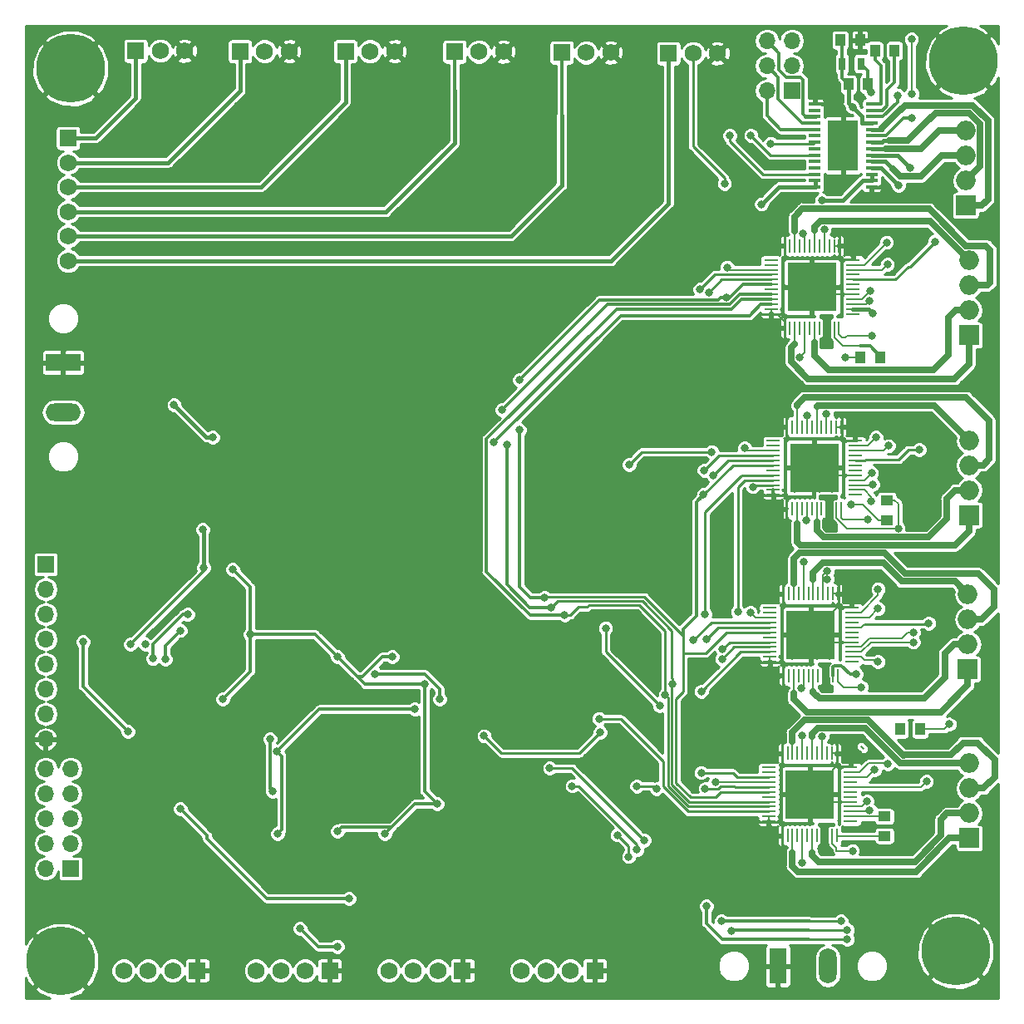
<source format=gbr>
%TF.GenerationSoftware,KiCad,Pcbnew,(5.0.0)*%
%TF.CreationDate,2018-08-10T17:36:06+10:00*%
%TF.ProjectId,MotorDriver,4D6F746F724472697665722E6B696361,rev?*%
%TF.SameCoordinates,Original*%
%TF.FileFunction,Copper,L2,Bot,Signal*%
%TF.FilePolarity,Positive*%
%FSLAX46Y46*%
G04 Gerber Fmt 4.6, Leading zero omitted, Abs format (unit mm)*
G04 Created by KiCad (PCBNEW (5.0.0)) date 08/10/18 17:36:06*
%MOMM*%
%LPD*%
G01*
G04 APERTURE LIST*
%ADD10R,1.750000X1.750000*%
%ADD11C,1.750000*%
%ADD12R,1.200000X0.400000*%
%ADD13R,3.100000X5.180000*%
%ADD14R,5.000000X5.000000*%
%ADD15R,0.250000X1.450000*%
%ADD16R,1.450000X0.250000*%
%ADD17O,1.998980X1.998980*%
%ADD18R,1.998980X1.998980*%
%ADD19R,1.250000X1.000000*%
%ADD20R,3.600000X1.800000*%
%ADD21O,3.600000X1.800000*%
%ADD22R,1.000000X1.250000*%
%ADD23O,1.700000X1.700000*%
%ADD24R,1.700000X1.700000*%
%ADD25O,1.800000X3.600000*%
%ADD26R,1.800000X3.600000*%
%ADD27R,0.700000X1.300000*%
%ADD28C,7.000000*%
%ADD29C,0.800000*%
%ADD30C,0.203200*%
%ADD31C,0.381000*%
%ADD32C,0.304800*%
%ADD33C,0.250000*%
%ADD34C,0.635000*%
%ADD35C,0.254000*%
G04 APERTURE END LIST*
D10*
X172466000Y-32860000D03*
D11*
X174966000Y-32860000D03*
X177466000Y-32860000D03*
X188370000Y-32950000D03*
X185870000Y-32950000D03*
D10*
X183370000Y-32950000D03*
D12*
X214940000Y-38185000D03*
X214940000Y-38835000D03*
X214940000Y-39485000D03*
X214940000Y-40135000D03*
X214940000Y-40785000D03*
X214940000Y-41435000D03*
X214940000Y-42085000D03*
X214940000Y-42735000D03*
X214940000Y-43385000D03*
X214940000Y-44035000D03*
X214940000Y-44685000D03*
X214940000Y-45335000D03*
X214940000Y-45985000D03*
X214940000Y-46635000D03*
X209140000Y-46635000D03*
X209140000Y-45985000D03*
X209140000Y-45335000D03*
X209140000Y-44685000D03*
X209140000Y-44035000D03*
X209140000Y-43385000D03*
X209140000Y-42735000D03*
X209140000Y-42085000D03*
X209140000Y-41435000D03*
X209140000Y-40785000D03*
X209140000Y-40135000D03*
X209140000Y-39485000D03*
X209140000Y-38835000D03*
X209140000Y-38185000D03*
D13*
X212040000Y-42410000D03*
D14*
X208635600Y-108508800D03*
D15*
X205885600Y-112683800D03*
X206385600Y-112683800D03*
X206885600Y-112683800D03*
X207385600Y-112683800D03*
X207885600Y-112683800D03*
X208385600Y-112683800D03*
X208885600Y-112683800D03*
X209385600Y-112683800D03*
X209885600Y-112683800D03*
X210385600Y-112683800D03*
X210885600Y-112683800D03*
X211385600Y-112683800D03*
D16*
X212810600Y-111258800D03*
X212810600Y-110758800D03*
X212810600Y-110258800D03*
X212810600Y-109758800D03*
X212810600Y-109258800D03*
X212810600Y-108758800D03*
X212810600Y-108258800D03*
X212810600Y-107758800D03*
X212810600Y-107258800D03*
X212810600Y-106758800D03*
X212810600Y-106258800D03*
X212810600Y-105758800D03*
D15*
X211385600Y-104333800D03*
X210885600Y-104333800D03*
X210385600Y-104333800D03*
X209885600Y-104333800D03*
X209385600Y-104333800D03*
X208885600Y-104333800D03*
X208385600Y-104333800D03*
X207885600Y-104333800D03*
X207385600Y-104333800D03*
X206885600Y-104333800D03*
X206385600Y-104333800D03*
X205885600Y-104333800D03*
D16*
X204460600Y-105758800D03*
X204460600Y-106258800D03*
X204460600Y-106758800D03*
X204460600Y-107258800D03*
X204460600Y-107758800D03*
X204460600Y-108258800D03*
X204460600Y-108758800D03*
X204460600Y-109258800D03*
X204460600Y-109758800D03*
X204460600Y-110258800D03*
X204460600Y-110758800D03*
X204460600Y-111258800D03*
D17*
X224891600Y-107899200D03*
X224891600Y-110439200D03*
D18*
X224891600Y-112979200D03*
D17*
X224891600Y-105359200D03*
D19*
X216250000Y-110750000D03*
X216250000Y-112750000D03*
D20*
X132588000Y-64516000D03*
D21*
X132588000Y-69596000D03*
D14*
X208750000Y-92250000D03*
D15*
X206000000Y-96425000D03*
X206500000Y-96425000D03*
X207000000Y-96425000D03*
X207500000Y-96425000D03*
X208000000Y-96425000D03*
X208500000Y-96425000D03*
X209000000Y-96425000D03*
X209500000Y-96425000D03*
X210000000Y-96425000D03*
X210500000Y-96425000D03*
X211000000Y-96425000D03*
X211500000Y-96425000D03*
D16*
X212925000Y-95000000D03*
X212925000Y-94500000D03*
X212925000Y-94000000D03*
X212925000Y-93500000D03*
X212925000Y-93000000D03*
X212925000Y-92500000D03*
X212925000Y-92000000D03*
X212925000Y-91500000D03*
X212925000Y-91000000D03*
X212925000Y-90500000D03*
X212925000Y-90000000D03*
X212925000Y-89500000D03*
D15*
X211500000Y-88075000D03*
X211000000Y-88075000D03*
X210500000Y-88075000D03*
X210000000Y-88075000D03*
X209500000Y-88075000D03*
X209000000Y-88075000D03*
X208500000Y-88075000D03*
X208000000Y-88075000D03*
X207500000Y-88075000D03*
X207000000Y-88075000D03*
X206500000Y-88075000D03*
X206000000Y-88075000D03*
D16*
X204575000Y-89500000D03*
X204575000Y-90000000D03*
X204575000Y-90500000D03*
X204575000Y-91000000D03*
X204575000Y-91500000D03*
X204575000Y-92000000D03*
X204575000Y-92500000D03*
X204575000Y-93000000D03*
X204575000Y-93500000D03*
X204575000Y-94000000D03*
X204575000Y-94500000D03*
X204575000Y-95000000D03*
D17*
X224750000Y-88130000D03*
D18*
X224750000Y-95750000D03*
D17*
X224750000Y-93210000D03*
X224750000Y-90670000D03*
D22*
X219884500Y-101854000D03*
X217884500Y-101854000D03*
D19*
X216471500Y-78565500D03*
X216471500Y-80565500D03*
D22*
X214590000Y-36180000D03*
X212590000Y-36180000D03*
X217281000Y-32740000D03*
X215281000Y-32740000D03*
X213750000Y-31660000D03*
X211750000Y-31660000D03*
X215820500Y-64008000D03*
X213820500Y-64008000D03*
D16*
X204925000Y-78000000D03*
X204925000Y-77500000D03*
X204925000Y-77000000D03*
X204925000Y-76500000D03*
X204925000Y-76000000D03*
X204925000Y-75500000D03*
X204925000Y-75000000D03*
X204925000Y-74500000D03*
X204925000Y-74000000D03*
X204925000Y-73500000D03*
X204925000Y-73000000D03*
X204925000Y-72500000D03*
D15*
X206350000Y-71075000D03*
X206850000Y-71075000D03*
X207350000Y-71075000D03*
X207850000Y-71075000D03*
X208350000Y-71075000D03*
X208850000Y-71075000D03*
X209350000Y-71075000D03*
X209850000Y-71075000D03*
X210350000Y-71075000D03*
X210850000Y-71075000D03*
X211350000Y-71075000D03*
X211850000Y-71075000D03*
D16*
X213275000Y-72500000D03*
X213275000Y-73000000D03*
X213275000Y-73500000D03*
X213275000Y-74000000D03*
X213275000Y-74500000D03*
X213275000Y-75000000D03*
X213275000Y-75500000D03*
X213275000Y-76000000D03*
X213275000Y-76500000D03*
X213275000Y-77000000D03*
X213275000Y-77500000D03*
X213275000Y-78000000D03*
D15*
X211850000Y-79425000D03*
X211350000Y-79425000D03*
X210850000Y-79425000D03*
X210350000Y-79425000D03*
X209850000Y-79425000D03*
X209350000Y-79425000D03*
X208850000Y-79425000D03*
X208350000Y-79425000D03*
X207850000Y-79425000D03*
X207350000Y-79425000D03*
X206850000Y-79425000D03*
X206350000Y-79425000D03*
D14*
X209100000Y-75250000D03*
D16*
X204700000Y-59575000D03*
X204700000Y-59075000D03*
X204700000Y-58575000D03*
X204700000Y-58075000D03*
X204700000Y-57575000D03*
X204700000Y-57075000D03*
X204700000Y-56575000D03*
X204700000Y-56075000D03*
X204700000Y-55575000D03*
X204700000Y-55075000D03*
X204700000Y-54575000D03*
X204700000Y-54075000D03*
D15*
X206125000Y-52650000D03*
X206625000Y-52650000D03*
X207125000Y-52650000D03*
X207625000Y-52650000D03*
X208125000Y-52650000D03*
X208625000Y-52650000D03*
X209125000Y-52650000D03*
X209625000Y-52650000D03*
X210125000Y-52650000D03*
X210625000Y-52650000D03*
X211125000Y-52650000D03*
X211625000Y-52650000D03*
D16*
X213050000Y-54075000D03*
X213050000Y-54575000D03*
X213050000Y-55075000D03*
X213050000Y-55575000D03*
X213050000Y-56075000D03*
X213050000Y-56575000D03*
X213050000Y-57075000D03*
X213050000Y-57575000D03*
X213050000Y-58075000D03*
X213050000Y-58575000D03*
X213050000Y-59075000D03*
X213050000Y-59575000D03*
D15*
X211625000Y-61000000D03*
X211125000Y-61000000D03*
X210625000Y-61000000D03*
X210125000Y-61000000D03*
X209625000Y-61000000D03*
X209125000Y-61000000D03*
X208625000Y-61000000D03*
X208125000Y-61000000D03*
X207625000Y-61000000D03*
X207125000Y-61000000D03*
X206625000Y-61000000D03*
X206125000Y-61000000D03*
D14*
X208875000Y-56825000D03*
D17*
X224891600Y-72440800D03*
D18*
X224891600Y-80060800D03*
D17*
X224891600Y-77520800D03*
X224891600Y-74980800D03*
D23*
X204280000Y-31770000D03*
X206820000Y-31770000D03*
X204280000Y-34310000D03*
X206820000Y-34310000D03*
X204280000Y-36850000D03*
D24*
X206820000Y-36850000D03*
D17*
X224536000Y-43434000D03*
X224536000Y-45974000D03*
D18*
X224536000Y-48514000D03*
D17*
X224536000Y-40894000D03*
D23*
X130810000Y-102870000D03*
X130810000Y-100330000D03*
X130810000Y-97790000D03*
X130810000Y-95250000D03*
X130810000Y-92710000D03*
X130810000Y-90170000D03*
X130810000Y-87630000D03*
D24*
X130810000Y-85090000D03*
D17*
X224900000Y-56645000D03*
X224900000Y-59185000D03*
D18*
X224900000Y-61725000D03*
D17*
X224900000Y-54105000D03*
D25*
X210480000Y-126000000D03*
D26*
X205400000Y-126000000D03*
D10*
X194259200Y-33020000D03*
D11*
X196759200Y-33020000D03*
X199259200Y-33020000D03*
X166340800Y-32816800D03*
X163840800Y-32816800D03*
D10*
X161340800Y-32816800D03*
X150622000Y-32816800D03*
D11*
X153122000Y-32816800D03*
X155622000Y-32816800D03*
X144994000Y-32766000D03*
X142494000Y-32766000D03*
D10*
X139994000Y-32766000D03*
D27*
X211940000Y-34080000D03*
X213840000Y-34080000D03*
D10*
X159750000Y-126450000D03*
D11*
X157250000Y-126450000D03*
X154750000Y-126450000D03*
X152250000Y-126450000D03*
D10*
X173250000Y-126450000D03*
D11*
X170750000Y-126450000D03*
X168250000Y-126450000D03*
X165750000Y-126450000D03*
X179250000Y-126450000D03*
X181750000Y-126450000D03*
X184250000Y-126450000D03*
D10*
X186750000Y-126450000D03*
D11*
X138750000Y-126450000D03*
X141250000Y-126450000D03*
X143750000Y-126450000D03*
D10*
X146250000Y-126450000D03*
D11*
X133096000Y-54156000D03*
X133096000Y-51656000D03*
X133096000Y-49156000D03*
X133096000Y-46656000D03*
X133096000Y-44156000D03*
D10*
X133096000Y-41656000D03*
D23*
X130810000Y-105918000D03*
X133350000Y-105918000D03*
X130810000Y-108458000D03*
X133350000Y-108458000D03*
X130810000Y-110998000D03*
X133350000Y-110998000D03*
X130810000Y-113538000D03*
X133350000Y-113538000D03*
X130810000Y-116078000D03*
D24*
X133350000Y-116078000D03*
D28*
X223520000Y-124460000D03*
X224282000Y-33782000D03*
X132334000Y-125476000D03*
X133350000Y-34544000D03*
D29*
X140970000Y-93218000D03*
X213100000Y-42920000D03*
X213100000Y-41640000D03*
X211050000Y-40360000D03*
X211000000Y-41640000D03*
X210990000Y-42920000D03*
X211020000Y-44200000D03*
X213100000Y-40360000D03*
X208350600Y-54777200D03*
X207080600Y-57571200D03*
X210890600Y-57571200D03*
X209620600Y-57571200D03*
X207080600Y-58841200D03*
X210890600Y-56047200D03*
X207080600Y-56047200D03*
X210890600Y-54777200D03*
X210890600Y-58841200D03*
X207080600Y-54777200D03*
X209620600Y-56047200D03*
X208350600Y-56047200D03*
X209620600Y-58841200D03*
X208350600Y-57571200D03*
X209620600Y-54777200D03*
X208350000Y-58775000D03*
X208350600Y-73277200D03*
X207080600Y-76071200D03*
X210890600Y-76071200D03*
X209620600Y-76071200D03*
X207080600Y-77341200D03*
X210890600Y-74547200D03*
X207080600Y-74547200D03*
X210890600Y-73277200D03*
X210890600Y-77341200D03*
X207080600Y-73277200D03*
X209620600Y-74547200D03*
X208350600Y-74547200D03*
X209620600Y-77341200D03*
X208350600Y-76071200D03*
X209620600Y-73277200D03*
X208350000Y-77275000D03*
X208100600Y-90302200D03*
X206830600Y-93096200D03*
X210640600Y-93096200D03*
X209370600Y-93096200D03*
X206830600Y-94366200D03*
X210640600Y-91572200D03*
X206830600Y-91572200D03*
X210640600Y-90302200D03*
X210640600Y-94366200D03*
X206830600Y-90302200D03*
X209370600Y-91572200D03*
X208100600Y-91572200D03*
X209370600Y-94366200D03*
X208100600Y-93096200D03*
X209370600Y-90302200D03*
X208100000Y-94300000D03*
X208000000Y-110500000D03*
X206730600Y-110566200D03*
X209270600Y-110566200D03*
X210540600Y-110566200D03*
X210540600Y-109296200D03*
X209270600Y-109296200D03*
X208000600Y-109296200D03*
X206730600Y-109296200D03*
X206730600Y-107772200D03*
X208000600Y-107772200D03*
X209270600Y-107772200D03*
X210540600Y-107772200D03*
X210540600Y-106502200D03*
X209270600Y-106502200D03*
X208000600Y-106502200D03*
X206730600Y-106502200D03*
X154178000Y-94234000D03*
X218775000Y-80450000D03*
X220375000Y-80450000D03*
X206125000Y-83700000D03*
X205025000Y-83700000D03*
X213100000Y-44200000D03*
X184940000Y-109660000D03*
X184870000Y-111710000D03*
X186350000Y-111750000D03*
X188800000Y-108780000D03*
X190690000Y-110750000D03*
X159766000Y-84328000D03*
X162560000Y-84328000D03*
X162560000Y-83058000D03*
X162814000Y-81788000D03*
X164084000Y-80518000D03*
X142240000Y-88646000D03*
X144526000Y-94742000D03*
X144526000Y-94742000D03*
X144526000Y-94742000D03*
X146050000Y-94742000D03*
X147574000Y-94742000D03*
X156210000Y-94488000D03*
X157734000Y-94488000D03*
X155956000Y-96012000D03*
X157734000Y-96012000D03*
X157734000Y-97282000D03*
X155956000Y-97536000D03*
X159512000Y-97282000D03*
X184912000Y-101092000D03*
X184912000Y-99822000D03*
X184912000Y-98552000D03*
X184912000Y-97282000D03*
X185928000Y-94996000D03*
X185928000Y-96266000D03*
X185928000Y-97790000D03*
X185928000Y-99060000D03*
X195072000Y-112268000D03*
X196342000Y-112268000D03*
X197612000Y-112268000D03*
X198882000Y-112268000D03*
X195072000Y-113284000D03*
X196342000Y-113284000D03*
X197612000Y-113284000D03*
X198882000Y-113284000D03*
X198882000Y-114300000D03*
X197612000Y-114300000D03*
X196342000Y-114300000D03*
X195072000Y-114300000D03*
X195072000Y-115316000D03*
X196342000Y-115316000D03*
X197612000Y-115316000D03*
X198882000Y-115316000D03*
X202946000Y-100584000D03*
X204216000Y-100584000D03*
X205486000Y-100584000D03*
X199644000Y-105156000D03*
X198374000Y-105156000D03*
X199136000Y-98298000D03*
X199136000Y-99568000D03*
X199390000Y-85852000D03*
X199390000Y-84582000D03*
X202946000Y-84328000D03*
X204470000Y-84582000D03*
X142748000Y-109728000D03*
X141224000Y-109982000D03*
X143510000Y-100584000D03*
X143510000Y-101854000D03*
X143510000Y-103124000D03*
X143510000Y-104648000D03*
X152908000Y-101092000D03*
X152908000Y-99568000D03*
X145796000Y-115824000D03*
X162052000Y-121158000D03*
X219202000Y-103378000D03*
X223329500Y-100457000D03*
X223012000Y-103124000D03*
X213614000Y-104394000D03*
X135382000Y-103886000D03*
X135636000Y-102616000D03*
X134366000Y-102108000D03*
X139700000Y-107950000D03*
X217678000Y-114173000D03*
X219202000Y-113919000D03*
X219456000Y-109982000D03*
X208915000Y-31877000D03*
X215265000Y-31242000D03*
X217360500Y-31242000D03*
X193357500Y-72199500D03*
X193357500Y-70675500D03*
X193294000Y-74930000D03*
X193230500Y-76327000D03*
X193357500Y-77787500D03*
X193357500Y-79946500D03*
X193040000Y-87058500D03*
X190182500Y-86614000D03*
X190246000Y-84201000D03*
X190182500Y-81343500D03*
X190119000Y-77660500D03*
X189992000Y-71691500D03*
X189992000Y-69913500D03*
X190119000Y-67183000D03*
X190182500Y-64452500D03*
X193357500Y-61150500D03*
X193357500Y-62357000D03*
X194056000Y-57086500D03*
X192976500Y-57086500D03*
X192976500Y-55880000D03*
X194373500Y-55880000D03*
X195897500Y-42862500D03*
X195389500Y-49212500D03*
X195389500Y-44005500D03*
X197866000Y-41211500D03*
X197802500Y-39751000D03*
X215455500Y-120078500D03*
X216725500Y-120142000D03*
X218567000Y-120078500D03*
X223583500Y-118745000D03*
X223583500Y-117475000D03*
X143446500Y-70231000D03*
X214750000Y-110107200D03*
X210725000Y-81000000D03*
X210700000Y-114300000D03*
X210400000Y-86600000D03*
X210400000Y-85800000D03*
X210300000Y-97800000D03*
X209800000Y-114000000D03*
X209900000Y-102600000D03*
X210350000Y-69750000D03*
X210250000Y-62575000D03*
X210125000Y-50975000D03*
X217685658Y-46479378D03*
X212995000Y-38480000D03*
X217884500Y-101854000D03*
X212852000Y-78994000D03*
X212250000Y-63975000D03*
X213000000Y-114250000D03*
X219200000Y-93000000D03*
X215600000Y-95000000D03*
X213900000Y-97600000D03*
X213385000Y-96266000D03*
X222885000Y-101346000D03*
X215075000Y-76925000D03*
X214900000Y-78675000D03*
X214525000Y-80550000D03*
X217650002Y-81400000D03*
X146888200Y-85420200D03*
X146812000Y-81534000D03*
X161700000Y-119126000D03*
X144526000Y-109982000D03*
X203720000Y-48380000D03*
X199960000Y-46290000D03*
X197580000Y-106310000D03*
X191020000Y-107680000D03*
X193030000Y-107960000D03*
X200210000Y-54820000D03*
X202010000Y-73220000D03*
X202580000Y-89990000D03*
X160528000Y-94488000D03*
X151638000Y-92202000D03*
X149860000Y-85598000D03*
X169418000Y-97282000D03*
X148844000Y-98806000D03*
X170688000Y-109474000D03*
X165354000Y-112522000D03*
X160528000Y-112268000D03*
X166116000Y-94488000D03*
X153670000Y-102870000D03*
X153924000Y-108204000D03*
X139446000Y-93218000D03*
X147828000Y-72136000D03*
X143886000Y-68834000D03*
X217590000Y-37310000D03*
X214884000Y-37020500D03*
X170942000Y-98806000D03*
X164338000Y-96266000D03*
X154372400Y-104140000D03*
X168402000Y-99822000D03*
X154432000Y-112522000D03*
X139192000Y-102108000D03*
X134620000Y-92964000D03*
X214725000Y-58250000D03*
X215050000Y-59525000D03*
X214950000Y-61800000D03*
X207850000Y-115500000D03*
X214484016Y-109195194D03*
X190200000Y-114860000D03*
X189040000Y-112660000D03*
X211840000Y-121420000D03*
X199644000Y-121412000D03*
X220535500Y-107188000D03*
X215250000Y-106000000D03*
X216598500Y-105410000D03*
X207885158Y-102500000D03*
X199021200Y-107258800D03*
X198000000Y-107933800D03*
X181650000Y-88470000D03*
X200152000Y-57900000D03*
X197821002Y-77978000D03*
X179070000Y-71374000D03*
X179070000Y-66294000D03*
X194670000Y-97280000D03*
X199740000Y-93730000D03*
X197960000Y-90150000D03*
X182300000Y-89450000D03*
X177292000Y-69342000D03*
X177800000Y-72898000D03*
X193935000Y-98390000D03*
X199715224Y-94709372D03*
X201310000Y-89930000D03*
X183690000Y-90230000D03*
X187175000Y-100800000D03*
X207758395Y-97683581D03*
X219200000Y-92000000D03*
X220770000Y-91090000D03*
X212470000Y-122330000D03*
X191050000Y-114160000D03*
X184450000Y-107655000D03*
X200660000Y-122428000D03*
X215600000Y-89600000D03*
X215600000Y-87600000D03*
X208000000Y-84800000D03*
X196790000Y-92820000D03*
X198150000Y-92660000D03*
X202840000Y-77175000D03*
X198670000Y-73620000D03*
X190250000Y-74920000D03*
X198810000Y-75990000D03*
X197890000Y-75510000D03*
X208349313Y-69947021D03*
X215389000Y-72136000D03*
X216650000Y-73000000D03*
X219790000Y-73400000D03*
X212470000Y-123280003D03*
X191780143Y-113180143D03*
X182160000Y-105830000D03*
X198120000Y-119888000D03*
X214950000Y-75775000D03*
X208266500Y-80616401D03*
X176430000Y-72670000D03*
X198343551Y-57419057D03*
X197460000Y-57070000D03*
X207936184Y-51407470D03*
X216475000Y-52275000D03*
X216550000Y-54525000D03*
X221380000Y-52190000D03*
X187300000Y-102190000D03*
X175460000Y-102554600D03*
X219011500Y-31579500D03*
X219075000Y-37147500D03*
X214800000Y-57200000D03*
X207625000Y-64025000D03*
X143002000Y-94742000D03*
X144526000Y-91829198D03*
X141732000Y-94682400D03*
X145288000Y-90170000D03*
X156718000Y-122174000D03*
X160528000Y-124006466D03*
X219000000Y-39580000D03*
X218910000Y-44670000D03*
X209860000Y-48010000D03*
X200500000Y-41410000D03*
X202650000Y-41390000D03*
X204670000Y-42200000D03*
X187860000Y-91570000D03*
X193360000Y-99490000D03*
X197600000Y-98030000D03*
D30*
X214122000Y-103886000D02*
X213868000Y-103632000D01*
X211284000Y-105758800D02*
X210540600Y-106502200D01*
X212810600Y-105758800D02*
X211284000Y-105758800D01*
X211385600Y-105657200D02*
X211284000Y-105758800D01*
X211385600Y-104333800D02*
X211385600Y-105657200D01*
X210885600Y-104333800D02*
X211385600Y-104333800D01*
X205557400Y-112683800D02*
X205500000Y-112741200D01*
X205885600Y-112683800D02*
X205557400Y-112683800D01*
X205300000Y-59575000D02*
X204700000Y-59575000D01*
X206125000Y-60400000D02*
X205300000Y-59575000D01*
X206125000Y-61000000D02*
X206125000Y-60400000D01*
D31*
X212225000Y-40125000D02*
X212200000Y-40100000D01*
X212205000Y-44675000D02*
X212200000Y-44670000D01*
X212200000Y-44670000D02*
X212200000Y-44670000D01*
D32*
X206350000Y-79425000D02*
X205055000Y-79425000D01*
X204925000Y-77500000D02*
X204925000Y-78000000D01*
D30*
X210736800Y-93000000D02*
X210640600Y-93096200D01*
X212925000Y-93000000D02*
X210736800Y-93000000D01*
X210961800Y-76000000D02*
X210890600Y-76071200D01*
X213275000Y-76000000D02*
X210961800Y-76000000D01*
X210894400Y-57575000D02*
X210890600Y-57571200D01*
X213050000Y-57575000D02*
X210894400Y-57575000D01*
X211625000Y-52650000D02*
X211125000Y-52650000D01*
X210578000Y-109258800D02*
X210540600Y-109296200D01*
X212810600Y-109258800D02*
X210578000Y-109258800D01*
X212810600Y-105430600D02*
X212852000Y-105389200D01*
X212810600Y-105758800D02*
X212810600Y-105430600D01*
X204460600Y-110758800D02*
X204460600Y-111258800D01*
X204575000Y-94500000D02*
X204575000Y-95000000D01*
X211350000Y-71075000D02*
X211850000Y-71075000D01*
X204700000Y-59075000D02*
X204700000Y-59575000D01*
X211442800Y-89500000D02*
X211280800Y-89662000D01*
X212925000Y-89500000D02*
X211442800Y-89500000D01*
X211280800Y-89662000D02*
X210640600Y-90302200D01*
X211500000Y-88075000D02*
X211000000Y-88075000D01*
X211828200Y-88075000D02*
X211891200Y-88138000D01*
X211500000Y-88075000D02*
X211828200Y-88075000D01*
X214598400Y-110258800D02*
X212810600Y-110258800D01*
X214750000Y-110107200D02*
X214598400Y-110258800D01*
X209885600Y-112683800D02*
X209885600Y-113600000D01*
X209885600Y-114385600D02*
X210000000Y-114500000D01*
X210385600Y-114114400D02*
X210000000Y-114500000D01*
X210385600Y-112683800D02*
X210385600Y-114114400D01*
X210000000Y-88075000D02*
X210000000Y-86600000D01*
X210000000Y-86600000D02*
X210400000Y-86600000D01*
X210000000Y-86600000D02*
X210000000Y-86200000D01*
X210000000Y-86200000D02*
X210400000Y-85800000D01*
X210500000Y-97751600D02*
X210748400Y-98000000D01*
X210500000Y-97400000D02*
X210000000Y-97400000D01*
X210000000Y-97400000D02*
X210000000Y-98000000D01*
X210000000Y-96425000D02*
X210000000Y-97400000D01*
X210500000Y-97400000D02*
X210500000Y-97751600D01*
X210500000Y-96425000D02*
X210500000Y-97400000D01*
X210500000Y-96425000D02*
X210000000Y-96425000D01*
X210748400Y-98000000D02*
X210000000Y-98000000D01*
X209885600Y-113600000D02*
X209885600Y-114385600D01*
X209885600Y-104333800D02*
X209885600Y-102614400D01*
X209885600Y-102614400D02*
X209900000Y-102600000D01*
X210350000Y-71075000D02*
X210350000Y-69750000D01*
X210125000Y-52650000D02*
X210125000Y-50975000D01*
D31*
X215921000Y-44685000D02*
X216570000Y-45334000D01*
X214940000Y-44685000D02*
X215921000Y-44685000D01*
X216570000Y-45334000D02*
X216570000Y-45363720D01*
X216570000Y-45363720D02*
X217685658Y-46479378D01*
X213394999Y-38879999D02*
X212995000Y-38480000D01*
X213930501Y-39415501D02*
X213394999Y-38879999D01*
X213930501Y-40106501D02*
X213930501Y-39415501D01*
X213959000Y-40135000D02*
X213930501Y-40106501D01*
X214940000Y-40135000D02*
X213959000Y-40135000D01*
D30*
X213417685Y-78994000D02*
X212852000Y-78994000D01*
X214071800Y-78994000D02*
X213417685Y-78994000D01*
X215643300Y-80565500D02*
X214071800Y-78994000D01*
X216471500Y-80565500D02*
X215643300Y-80565500D01*
D32*
X211940000Y-35530000D02*
X212590000Y-36180000D01*
X211940000Y-34080000D02*
X211940000Y-35530000D01*
X211940000Y-31850000D02*
X211750000Y-31660000D01*
X211940000Y-34080000D02*
X211940000Y-31850000D01*
D31*
X212590000Y-38075000D02*
X212995000Y-38480000D01*
X212590000Y-36180000D02*
X212590000Y-38075000D01*
D30*
X213820500Y-64008000D02*
X212283000Y-64008000D01*
X212283000Y-64008000D02*
X212250000Y-63975000D01*
X216241200Y-110758800D02*
X216250000Y-110750000D01*
X212810600Y-110758800D02*
X216241200Y-110758800D01*
X211451800Y-112750000D02*
X211385600Y-112683800D01*
X216250000Y-112750000D02*
X211451800Y-112750000D01*
X210885600Y-113521230D02*
X210885600Y-112683800D01*
X211351601Y-113987231D02*
X210885600Y-113521230D01*
X211351601Y-114223601D02*
X211351601Y-113987231D01*
X211378000Y-114250000D02*
X211351601Y-114223601D01*
X211574400Y-114250000D02*
X211378000Y-114250000D01*
X211574400Y-114250000D02*
X213000000Y-114250000D01*
X213853200Y-94000000D02*
X212925000Y-94000000D01*
X219200000Y-93000000D02*
X214853200Y-93000000D01*
X214853200Y-93000000D02*
X213853200Y-94000000D01*
X213853200Y-94500000D02*
X214200000Y-94846800D01*
X212925000Y-94500000D02*
X213853200Y-94500000D01*
X214200000Y-94846800D02*
X215446800Y-94846800D01*
X215446800Y-94846800D02*
X215600000Y-95000000D01*
X213334315Y-97600000D02*
X213900000Y-97600000D01*
X212075000Y-97600000D02*
X213334315Y-97600000D01*
X211500000Y-97025000D02*
X212075000Y-97600000D01*
X211500000Y-96425000D02*
X211500000Y-97025000D01*
D32*
X212735322Y-96266000D02*
X213385000Y-96266000D01*
X211866921Y-95397599D02*
X212735322Y-96266000D01*
X211133079Y-95397599D02*
X211866921Y-95397599D01*
X211000000Y-96425000D02*
X211000000Y-95530678D01*
X211000000Y-95530678D02*
X211133079Y-95397599D01*
D30*
X222377000Y-101854000D02*
X219884500Y-101854000D01*
X222885000Y-101346000D02*
X222377000Y-101854000D01*
X215000000Y-77000000D02*
X215075000Y-76925000D01*
X213275000Y-77000000D02*
X215000000Y-77000000D01*
X214900000Y-78196800D02*
X214900000Y-78675000D01*
X213275000Y-77500000D02*
X214203200Y-77500000D01*
X214203200Y-77500000D02*
X214900000Y-78196800D01*
X213959315Y-80550000D02*
X214525000Y-80550000D01*
X212046800Y-80550000D02*
X213959315Y-80550000D01*
X211850000Y-80353200D02*
X212046800Y-80550000D01*
X211850000Y-79425000D02*
X211850000Y-80353200D01*
X211350000Y-80353200D02*
X212421800Y-81425000D01*
X211350000Y-79425000D02*
X211350000Y-80353200D01*
X212421800Y-81425000D02*
X213800000Y-81425000D01*
X213800000Y-81425000D02*
X217625002Y-81425000D01*
X217625002Y-81425000D02*
X217650002Y-81400000D01*
X217650002Y-80834315D02*
X217650002Y-81400000D01*
X217650002Y-78915802D02*
X217650002Y-80834315D01*
X217299700Y-78565500D02*
X217650002Y-78915802D01*
X216471500Y-78565500D02*
X217299700Y-78565500D01*
D33*
X204460600Y-106758800D02*
X201258800Y-106758800D01*
D31*
X146888200Y-85420200D02*
X146888200Y-81610200D01*
X146888200Y-81610200D02*
X146812000Y-81534000D01*
D32*
X161134315Y-119126000D02*
X161108315Y-119100000D01*
X161700000Y-119126000D02*
X161134315Y-119126000D01*
X161108315Y-119100000D02*
X153300000Y-119100000D01*
X153300000Y-119100000D02*
X147250000Y-113050000D01*
X147250000Y-113050000D02*
X147250000Y-112706000D01*
X147250000Y-112706000D02*
X144526000Y-109982000D01*
D31*
X209200000Y-46625000D02*
X205475000Y-46625000D01*
X205475000Y-46625000D02*
X203720000Y-48380000D01*
X209200000Y-45975000D02*
X209200000Y-46625000D01*
D33*
X196759200Y-34054236D02*
X196759200Y-32816800D01*
X196759200Y-42523515D02*
X196759200Y-34054236D01*
X199960000Y-45724315D02*
X196759200Y-42523515D01*
X199960000Y-46290000D02*
X199960000Y-45724315D01*
X199071402Y-106310000D02*
X197580000Y-106310000D01*
X201258800Y-106758800D02*
X200810000Y-106310000D01*
X200810000Y-106310000D02*
X199071402Y-106310000D01*
X191020000Y-107680000D02*
X192750000Y-107680000D01*
X192750000Y-107680000D02*
X193030000Y-107960000D01*
D30*
X204700000Y-55075000D02*
X200465000Y-55075000D01*
X200465000Y-55075000D02*
X200210000Y-54820000D01*
X204925000Y-73500000D02*
X202290000Y-73500000D01*
X202290000Y-73500000D02*
X202010000Y-73220000D01*
X203090000Y-90500000D02*
X204575000Y-90500000D01*
X202580000Y-89990000D02*
X203090000Y-90500000D01*
D32*
X160528000Y-94488000D02*
X158242000Y-92202000D01*
X158242000Y-92202000D02*
X151638000Y-92202000D01*
X151638000Y-92202000D02*
X151638000Y-87376000D01*
X151638000Y-87376000D02*
X149860000Y-85598000D01*
X163322000Y-97282000D02*
X169418000Y-97282000D01*
X151638000Y-96012000D02*
X151638000Y-92202000D01*
X148844000Y-98806000D02*
X151638000Y-96012000D01*
X169418000Y-108204000D02*
X169418000Y-97282000D01*
X170688000Y-109474000D02*
X169418000Y-108204000D01*
X168402000Y-109474000D02*
X170688000Y-109474000D01*
X166007999Y-111868001D02*
X166116000Y-111760000D01*
X160927999Y-111868001D02*
X166007999Y-111868001D01*
X160528000Y-112268000D02*
X160927999Y-111868001D01*
X165354000Y-112522000D02*
X166116000Y-111760000D01*
X166116000Y-111760000D02*
X168402000Y-109474000D01*
X163044446Y-96520000D02*
X162560000Y-96520000D01*
X165076446Y-94488000D02*
X163044446Y-96520000D01*
X166116000Y-94488000D02*
X165076446Y-94488000D01*
X160528000Y-94488000D02*
X162560000Y-96520000D01*
X162560000Y-96520000D02*
X163322000Y-97282000D01*
X153670000Y-102870000D02*
X153670000Y-107950000D01*
X153670000Y-107950000D02*
X153924000Y-108204000D01*
X146888200Y-85775800D02*
X146888200Y-85420200D01*
X139446000Y-93218000D02*
X146888200Y-85775800D01*
D31*
X147188000Y-72136000D02*
X143886000Y-68834000D01*
X147828000Y-72136000D02*
X147188000Y-72136000D01*
D32*
X217590000Y-38007080D02*
X217590000Y-37310000D01*
X214940000Y-39485000D02*
X216112080Y-39485000D01*
X216112080Y-39485000D02*
X217590000Y-38007080D01*
X214590000Y-34830000D02*
X213840000Y-34080000D01*
X214590000Y-36180000D02*
X214590000Y-34830000D01*
X214590000Y-36180000D02*
X214590000Y-36726500D01*
X214590000Y-36726500D02*
X214884000Y-37020500D01*
X217281000Y-33669800D02*
X217281000Y-32740000D01*
X217281000Y-36005500D02*
X217281000Y-32740000D01*
X216520000Y-36766500D02*
X217281000Y-36005500D01*
X216520000Y-38380000D02*
X216520000Y-36766500D01*
X214940000Y-38835000D02*
X216065000Y-38835000D01*
X216065000Y-38835000D02*
X216520000Y-38380000D01*
X214940000Y-38185000D02*
X215878500Y-38185000D01*
X215281000Y-33669800D02*
X215281000Y-32740000D01*
X215878500Y-34267300D02*
X215281000Y-33669800D01*
X215878500Y-38185000D02*
X215878500Y-34267300D01*
X169441554Y-96266000D02*
X164338000Y-96266000D01*
X170942000Y-98806000D02*
X170942000Y-97766446D01*
X170942000Y-97766446D02*
X169441554Y-96266000D01*
X154372400Y-104140000D02*
X158690400Y-99822000D01*
X158690400Y-99822000D02*
X168402000Y-99822000D01*
X154772399Y-104539999D02*
X154372400Y-104140000D01*
X154831999Y-104599599D02*
X154772399Y-104539999D01*
X154831999Y-112122001D02*
X154831999Y-104599599D01*
X154432000Y-112522000D02*
X154831999Y-112122001D01*
X134620000Y-97536000D02*
X134620000Y-92964000D01*
X139192000Y-102108000D02*
X134620000Y-97536000D01*
D30*
X214400000Y-58575000D02*
X214725000Y-58250000D01*
X213050000Y-58575000D02*
X214400000Y-58575000D01*
D31*
X214481010Y-59106010D02*
X213050000Y-59106010D01*
X214500001Y-59125001D02*
X214481010Y-59106010D01*
X214650001Y-59125001D02*
X214500001Y-59125001D01*
X215050000Y-59525000D02*
X214650001Y-59125001D01*
D30*
X214600000Y-59075000D02*
X215050000Y-59525000D01*
X213050000Y-59075000D02*
X214600000Y-59075000D01*
X211625000Y-61600000D02*
X211625000Y-61000000D01*
X211953200Y-61928200D02*
X211625000Y-61600000D01*
X212296800Y-61928200D02*
X211953200Y-61928200D01*
X212425000Y-61800000D02*
X212296800Y-61928200D01*
X214950000Y-61800000D02*
X212425000Y-61800000D01*
X211125000Y-61928200D02*
X212046800Y-62850000D01*
X211125000Y-61000000D02*
X211125000Y-61928200D01*
D32*
X214787500Y-62850000D02*
X213804500Y-62850000D01*
X215820500Y-63883000D02*
X214787500Y-62850000D01*
X215820500Y-64008000D02*
X215820500Y-63883000D01*
D30*
X212046800Y-62850000D02*
X213804500Y-62850000D01*
X206885600Y-112683800D02*
X206885600Y-114427000D01*
D34*
X222877570Y-112979200D02*
X224891600Y-112979200D01*
X219489269Y-116367501D02*
X222877570Y-112979200D01*
X207433599Y-116367501D02*
X219489269Y-116367501D01*
X206885600Y-114427000D02*
X206885600Y-115819502D01*
X206885600Y-115819502D02*
X207433599Y-116367501D01*
D30*
X207885600Y-115464400D02*
X207850000Y-115500000D01*
X207885600Y-112683800D02*
X207885600Y-115464400D01*
D34*
X222631000Y-110439200D02*
X224891600Y-110439200D01*
X222021400Y-111048800D02*
X222631000Y-110439200D01*
X222021400Y-112725200D02*
X222021400Y-111048800D01*
D30*
X208885600Y-114496000D02*
X208889600Y-114500000D01*
X208885600Y-112683800D02*
X208885600Y-114496000D01*
D34*
X219379099Y-115367501D02*
X222021400Y-112725200D01*
X209583599Y-115367501D02*
X219379099Y-115367501D01*
X208889600Y-114673502D02*
X209583599Y-115367501D01*
X208889600Y-114500000D02*
X208889600Y-114673502D01*
D30*
X212810600Y-109758800D02*
X213920410Y-109758800D01*
X213920410Y-109758800D02*
X214484016Y-109195194D01*
D33*
X190200000Y-114860000D02*
X190200000Y-113820000D01*
X190200000Y-113820000D02*
X189040000Y-112660000D01*
X211840000Y-121420000D02*
X208590000Y-121420000D01*
D30*
X212810600Y-107758800D02*
X214455570Y-107758800D01*
D32*
X208590000Y-121420000D02*
X199652000Y-121420000D01*
X199652000Y-121420000D02*
X199644000Y-121412000D01*
D30*
X214455570Y-107758800D02*
X219964700Y-107758800D01*
X219964700Y-107758800D02*
X220535500Y-107188000D01*
X214491200Y-106758800D02*
X215250000Y-106000000D01*
X212810600Y-106758800D02*
X214491200Y-106758800D01*
X212810600Y-106258800D02*
X213741200Y-106258800D01*
X213741200Y-106258800D02*
X214250000Y-105750000D01*
X216536899Y-105348399D02*
X216598500Y-105410000D01*
X214250000Y-105750000D02*
X214651601Y-105348399D01*
X214651601Y-105348399D02*
X216536899Y-105348399D01*
X208885600Y-103405600D02*
X208900000Y-103391200D01*
X208885600Y-104333800D02*
X208885600Y-103405600D01*
X208900000Y-103391200D02*
X208900000Y-102600000D01*
D34*
X208900000Y-102316098D02*
X208900000Y-102600000D01*
X209483599Y-101732499D02*
X208900000Y-102316098D01*
X214266401Y-101732499D02*
X209483599Y-101732499D01*
X224891600Y-105359200D02*
X217893102Y-105359200D01*
X217893102Y-105359200D02*
X214266401Y-101732499D01*
D30*
X207885158Y-104333358D02*
X207885600Y-104333800D01*
X207885158Y-102500000D02*
X207885158Y-104333358D01*
X206885600Y-104333800D02*
X206885600Y-103135600D01*
D34*
X206885600Y-102215656D02*
X206885600Y-103135600D01*
X208153765Y-100947491D02*
X206885600Y-102215656D01*
X218292452Y-104500000D02*
X218218262Y-104574190D01*
X218218262Y-104574190D02*
X214591563Y-100947491D01*
X223000000Y-104500000D02*
X218292452Y-104500000D01*
X224891600Y-107899200D02*
X226350800Y-107899200D01*
X214591563Y-100947491D02*
X208153765Y-100947491D01*
X226350800Y-107899200D02*
X227500000Y-106750000D01*
X227500000Y-106750000D02*
X227500000Y-105000000D01*
X227500000Y-105000000D02*
X225750000Y-103250000D01*
X225750000Y-103250000D02*
X224250000Y-103250000D01*
X224250000Y-103250000D02*
X223000000Y-104500000D01*
D30*
X204460600Y-107258800D02*
X200760000Y-107258800D01*
X201008800Y-107258800D02*
X200760000Y-107258800D01*
X200760000Y-107258800D02*
X199021200Y-107258800D01*
X204460600Y-107258800D02*
X199021200Y-107258800D01*
D33*
X204460600Y-107758800D02*
X201008800Y-107758800D01*
X201008800Y-107758800D02*
X200980000Y-107730000D01*
X199345201Y-107933801D02*
X198603801Y-107933801D01*
X200980000Y-107730000D02*
X199549002Y-107730000D01*
X199549002Y-107730000D02*
X199345201Y-107933801D01*
X198603801Y-107933801D02*
X198603800Y-107933800D01*
X198603800Y-107933800D02*
X198000000Y-107933800D01*
X191780000Y-88390000D02*
X183740000Y-88390000D01*
X204460600Y-108258800D02*
X199585901Y-108258800D01*
X199024701Y-108820000D02*
X196500000Y-108820000D01*
X196500000Y-108820000D02*
X195020000Y-107340000D01*
X199585901Y-108258800D02*
X199024701Y-108820000D01*
X195020000Y-91630000D02*
X191780000Y-88390000D01*
X204575000Y-92000000D02*
X200170000Y-92000000D01*
X200170000Y-92000000D02*
X198050000Y-94120000D01*
X195020000Y-107340000D02*
X195020000Y-98780000D01*
X195020000Y-98780000D02*
X195730000Y-98070000D01*
X195020000Y-91630000D02*
X195730000Y-92340000D01*
X195730000Y-98070000D02*
X195730000Y-94780000D01*
X195730000Y-94780000D02*
X195730000Y-94700000D01*
X195830000Y-94120000D02*
X195730000Y-94020000D01*
X198050000Y-94120000D02*
X195830000Y-94120000D01*
X195730000Y-92340000D02*
X195730000Y-94020000D01*
X195730000Y-94020000D02*
X195730000Y-94780000D01*
X204925000Y-75000000D02*
X200799002Y-75000000D01*
X183740000Y-88390000D02*
X181730000Y-88390000D01*
X181730000Y-88390000D02*
X181650000Y-88470000D01*
D32*
X200492774Y-57900000D02*
X200152000Y-57900000D01*
X204700000Y-56575000D02*
X201817774Y-56575000D01*
X201817774Y-56575000D02*
X200492774Y-57900000D01*
D33*
X197821002Y-77978000D02*
X197420000Y-78379002D01*
X200799002Y-75000000D02*
X197821002Y-77978000D01*
D32*
X181650000Y-88470000D02*
X180164000Y-88470000D01*
X180164000Y-88470000D02*
X179070000Y-87376000D01*
X179070000Y-87376000D02*
X179070000Y-71374000D01*
X187198000Y-58166000D02*
X179070000Y-66294000D01*
X199320315Y-58166000D02*
X187198000Y-58166000D01*
X200152000Y-57900000D02*
X199586315Y-57900000D01*
X199586315Y-57900000D02*
X199320315Y-58166000D01*
X197420000Y-78379002D02*
X197080000Y-78719002D01*
X197080000Y-78719002D02*
X197821002Y-77978000D01*
X195730000Y-91659554D02*
X195730000Y-92340000D01*
X197080000Y-90309554D02*
X195730000Y-91659554D01*
X197080000Y-78719002D02*
X197080000Y-90309554D01*
D33*
X204460600Y-109258800D02*
X201008800Y-109258800D01*
X196373101Y-109258800D02*
X194610000Y-107495699D01*
X201008800Y-109258800D02*
X196373101Y-109258800D01*
X194610000Y-91840000D02*
X191570000Y-88800000D01*
X191570000Y-88800000D02*
X183660000Y-88800000D01*
X194610000Y-107495699D02*
X194610000Y-97340000D01*
X194610000Y-97340000D02*
X194670000Y-97280000D01*
X194670000Y-96714315D02*
X194670000Y-97280000D01*
X194610000Y-96654315D02*
X194670000Y-96714315D01*
X194610000Y-91840000D02*
X194610000Y-96654315D01*
X204575000Y-93000000D02*
X200470000Y-93000000D01*
X200470000Y-93000000D02*
X199740000Y-93730000D01*
X201740000Y-76000000D02*
X201640001Y-76099999D01*
X204925000Y-76000000D02*
X201740000Y-76000000D01*
X201640001Y-76099999D02*
X197960000Y-79780000D01*
X197960000Y-79780000D02*
X197960000Y-90150000D01*
X183660000Y-88800000D02*
X182950000Y-88800000D01*
X182950000Y-88800000D02*
X182300000Y-89450000D01*
D32*
X200470744Y-58620810D02*
X199508703Y-58620810D01*
X204700000Y-57575000D02*
X201516554Y-57575000D01*
X201516554Y-57575000D02*
X200470744Y-58620810D01*
X199508703Y-58620810D02*
X190500000Y-58620810D01*
X190500000Y-58620810D02*
X188013190Y-58620810D01*
X188013190Y-58620810D02*
X177292000Y-69342000D01*
X177800000Y-72898000D02*
X177800000Y-87122000D01*
X180128000Y-89450000D02*
X182300000Y-89450000D01*
X177800000Y-87122000D02*
X180128000Y-89450000D01*
D33*
X204460600Y-109758800D02*
X200941200Y-109758800D01*
X196307402Y-109758800D02*
X194200000Y-107651398D01*
X200941200Y-109758800D02*
X196307402Y-109758800D01*
X194200000Y-107651398D02*
X194200000Y-106770000D01*
X194200000Y-106770000D02*
X194210000Y-106760000D01*
X194200000Y-106770000D02*
X194200000Y-98655000D01*
X194200000Y-98655000D02*
X193935000Y-98390000D01*
X193935000Y-98390000D02*
X193935000Y-91845000D01*
X193935000Y-91845000D02*
X191290000Y-89200000D01*
X204575000Y-93500000D02*
X200924596Y-93500000D01*
X200924596Y-93500000D02*
X199715224Y-94709372D01*
X204925000Y-76500000D02*
X202020000Y-76500000D01*
X201310000Y-77210000D02*
X201310000Y-89930000D01*
X202020000Y-76500000D02*
X201310000Y-77210000D01*
X184255685Y-90230000D02*
X185050000Y-89435685D01*
X183690000Y-90230000D02*
X184255685Y-90230000D01*
X185964315Y-89435685D02*
X186200000Y-89200000D01*
X185050000Y-89435685D02*
X185964315Y-89435685D01*
X191290000Y-89200000D02*
X186200000Y-89200000D01*
D32*
X200659132Y-59075620D02*
X189174826Y-59075620D01*
X201659752Y-58075000D02*
X200659132Y-59075620D01*
X204700000Y-58075000D02*
X201659752Y-58075000D01*
X175727599Y-72332847D02*
X175727599Y-85811599D01*
X188370446Y-59690000D02*
X175727599Y-72332847D01*
X180146000Y-90230000D02*
X183690000Y-90230000D01*
X175727599Y-85811599D02*
X180146000Y-90230000D01*
X188984826Y-59075620D02*
X188370446Y-59690000D01*
X189174826Y-59075620D02*
X188984826Y-59075620D01*
D33*
X196241704Y-110258800D02*
X193700000Y-107717096D01*
X204460600Y-110258800D02*
X196241704Y-110258800D01*
X193700000Y-107717096D02*
X193700000Y-105120000D01*
X189380000Y-100800000D02*
X187175000Y-100800000D01*
X193700000Y-105120000D02*
X189380000Y-100800000D01*
D30*
X207000000Y-98000000D02*
X207000000Y-98200000D01*
X207000000Y-96425000D02*
X207000000Y-98000000D01*
D34*
X224750000Y-97384490D02*
X224750000Y-95750000D01*
X221972009Y-100162481D02*
X224750000Y-97384490D01*
X208342481Y-100162481D02*
X221972009Y-100162481D01*
X207000000Y-98820000D02*
X208342481Y-100162481D01*
X207000000Y-98200000D02*
X207000000Y-98820000D01*
D30*
X208000000Y-97441976D02*
X207758395Y-97683581D01*
X208000000Y-96425000D02*
X208000000Y-97441976D01*
X209000000Y-96425000D02*
X209000000Y-97353200D01*
X209000000Y-97353200D02*
X209000000Y-98000000D01*
D34*
X223336508Y-93210000D02*
X224750000Y-93210000D01*
X209000000Y-98000000D02*
X209000000Y-98083902D01*
X209000000Y-98083902D02*
X209616098Y-98700000D01*
X209616098Y-98700000D02*
X220300000Y-98700000D01*
X220300000Y-98700000D02*
X222400000Y-96600000D01*
X222400000Y-96600000D02*
X222400000Y-94146508D01*
X222400000Y-94146508D02*
X223336508Y-93210000D01*
D30*
X218634315Y-92000000D02*
X219200000Y-92000000D01*
X218034315Y-92600000D02*
X218634315Y-92000000D01*
X214753200Y-92600000D02*
X218034315Y-92600000D01*
X212925000Y-93500000D02*
X213853200Y-93500000D01*
X213853200Y-93500000D02*
X214753200Y-92600000D01*
X213853200Y-91500000D02*
X214200000Y-91153200D01*
X212925000Y-91500000D02*
X213853200Y-91500000D01*
D33*
X214200000Y-91153200D02*
X220706800Y-91153200D01*
X220706800Y-91153200D02*
X220770000Y-91090000D01*
X212470000Y-122330000D02*
X209090000Y-122330000D01*
X209090000Y-122330000D02*
X209060000Y-122360000D01*
X209090000Y-122330000D02*
X208500998Y-122330000D01*
X185110685Y-107655000D02*
X184450000Y-107655000D01*
X191050000Y-114160000D02*
X191050000Y-113594315D01*
X191050000Y-113594315D02*
X185110685Y-107655000D01*
D32*
X208500998Y-122330000D02*
X200758000Y-122330000D01*
X200758000Y-122330000D02*
X200660000Y-122428000D01*
D30*
X212925000Y-90500000D02*
X214700000Y-90500000D01*
X214700000Y-90500000D02*
X215600000Y-89600000D01*
X213853200Y-90000000D02*
X215600000Y-88253200D01*
X212925000Y-90000000D02*
X213853200Y-90000000D01*
X215600000Y-88253200D02*
X215600000Y-87600000D01*
D34*
X224750000Y-88130000D02*
X223420000Y-86800000D01*
D30*
X209000000Y-88075000D02*
X209000000Y-87146800D01*
X209000000Y-87146800D02*
X209000000Y-86600000D01*
D34*
X209983599Y-84932499D02*
X216132499Y-84932499D01*
X209000000Y-86600000D02*
X209000000Y-85916098D01*
X209000000Y-85916098D02*
X209983599Y-84932499D01*
X218000000Y-86800000D02*
X223420000Y-86800000D01*
X216132499Y-84932499D02*
X218000000Y-86800000D01*
D30*
X208000000Y-88075000D02*
X208000000Y-84800000D01*
X207000000Y-88075000D02*
X207000000Y-87000000D01*
D34*
X226163492Y-90670000D02*
X224750000Y-90670000D01*
X227400000Y-89433492D02*
X226163492Y-90670000D01*
X227400000Y-87600000D02*
X227400000Y-89433492D01*
X207000000Y-84516098D02*
X207583599Y-83932499D01*
X207583599Y-83932499D02*
X216242670Y-83932499D01*
X207000000Y-87000000D02*
X207000000Y-84516098D01*
X216242670Y-83932499D02*
X218325161Y-86014990D01*
X218325161Y-86014990D02*
X225814990Y-86014990D01*
X225814990Y-86014990D02*
X227400000Y-87600000D01*
D33*
X204575000Y-91000000D02*
X198610000Y-91000000D01*
X198610000Y-91000000D02*
X196790000Y-92820000D01*
X199310000Y-91500000D02*
X204575000Y-91500000D01*
X198150000Y-92660000D02*
X199310000Y-91500000D01*
X204925000Y-77000000D02*
X203015000Y-77000000D01*
X203015000Y-77000000D02*
X202840000Y-77175000D01*
X198670000Y-73620000D02*
X191550000Y-73620000D01*
X191550000Y-73620000D02*
X190250000Y-74920000D01*
X204925000Y-74500000D02*
X200300000Y-74500000D01*
X200300000Y-74500000D02*
X198810000Y-75990000D01*
X204925000Y-74000000D02*
X199400000Y-74000000D01*
X199400000Y-74000000D02*
X197890000Y-75510000D01*
D30*
X207350000Y-71075000D02*
X207350000Y-70146800D01*
X207350000Y-70146800D02*
X207350000Y-68950000D01*
D34*
X207350000Y-68950000D02*
X207350000Y-68850000D01*
X208102511Y-68097489D02*
X224572489Y-68097489D01*
X207350000Y-68850000D02*
X208102511Y-68097489D01*
X224572489Y-68097489D02*
X226925000Y-70450000D01*
X226925000Y-74360892D02*
X226925000Y-70450000D01*
X226305092Y-74980800D02*
X226925000Y-74360892D01*
X224891600Y-74980800D02*
X226305092Y-74980800D01*
D30*
X208349313Y-71074313D02*
X208350000Y-71075000D01*
X208349313Y-69947021D02*
X208349313Y-71074313D01*
X209350000Y-71075000D02*
X209350000Y-70146800D01*
X209350000Y-70146800D02*
X209350000Y-69025000D01*
D34*
X221333299Y-68882499D02*
X224891600Y-72440800D01*
X209350000Y-69025000D02*
X209492501Y-68882499D01*
X209492501Y-68882499D02*
X221333299Y-68882499D01*
D30*
X213275000Y-73000000D02*
X214525000Y-73000000D01*
X214525000Y-73000000D02*
X215389000Y-72136000D01*
X216150000Y-73500000D02*
X216650000Y-73000000D01*
X213275000Y-73500000D02*
X216150000Y-73500000D01*
D33*
X214250000Y-74500000D02*
X214350000Y-74400000D01*
X213275000Y-74500000D02*
X214250000Y-74500000D01*
X214350000Y-74400000D02*
X217700000Y-74400000D01*
X217700000Y-74400000D02*
X218700000Y-73400000D01*
X218700000Y-73400000D02*
X219790000Y-73400000D01*
X212470000Y-123280003D02*
X208526001Y-123280003D01*
X183851383Y-105830000D02*
X182160000Y-105830000D01*
X191780143Y-113180143D02*
X184430000Y-105830000D01*
X184430000Y-105830000D02*
X183851383Y-105830000D01*
D32*
X208526001Y-123280003D02*
X199734003Y-123280003D01*
X199734003Y-123280003D02*
X198120000Y-121666000D01*
X198120000Y-121666000D02*
X198120000Y-119888000D01*
D30*
X213275000Y-76500000D02*
X214225000Y-76500000D01*
X214225000Y-76500000D02*
X214950000Y-75775000D01*
X209350000Y-79425000D02*
X209350000Y-80353200D01*
X209350000Y-80353200D02*
X209350000Y-80725000D01*
D34*
X209350000Y-80725000D02*
X209350000Y-81625000D01*
X209350000Y-81625000D02*
X210050000Y-82325000D01*
X210050000Y-82325000D02*
X220750000Y-82325000D01*
X220750000Y-82325000D02*
X222625000Y-80450000D01*
X223478108Y-77520800D02*
X224891600Y-77520800D01*
X222625000Y-78373908D02*
X223478108Y-77520800D01*
X222625000Y-80450000D02*
X222625000Y-78373908D01*
D30*
X208350000Y-80532901D02*
X208266500Y-80616401D01*
X208350000Y-79425000D02*
X208350000Y-80532901D01*
X207350000Y-79425000D02*
X207350000Y-80925000D01*
D34*
X224891600Y-81695290D02*
X224891600Y-80060800D01*
X223439401Y-83147489D02*
X224891600Y-81695290D01*
X207672489Y-83147489D02*
X223439401Y-83147489D01*
X207350000Y-82825000D02*
X207672489Y-83147489D01*
X207350000Y-80925000D02*
X207350000Y-82825000D01*
D32*
X204700000Y-58575000D02*
X203670200Y-58575000D01*
X203670200Y-58575000D02*
X202515200Y-59730000D01*
X202515200Y-59730000D02*
X189370000Y-59730000D01*
X189370000Y-59730000D02*
X176430000Y-72670000D01*
D33*
X198343551Y-57392470D02*
X198343551Y-57419057D01*
X204700000Y-56075000D02*
X199661021Y-56075000D01*
X199661021Y-56075000D02*
X198343551Y-57392470D01*
X204700000Y-55575000D02*
X198955000Y-55575000D01*
X198955000Y-55575000D02*
X197460000Y-57070000D01*
D30*
X207125000Y-52650000D02*
X207125000Y-51721800D01*
X207125000Y-51721800D02*
X207125000Y-51100000D01*
D34*
X227040000Y-56360000D02*
X226755000Y-56645000D01*
X227040000Y-53086000D02*
X227040000Y-56360000D01*
X224543179Y-52638009D02*
X226592009Y-52638009D01*
X226755000Y-56645000D02*
X224900000Y-56645000D01*
X220782671Y-48877501D02*
X224543179Y-52638009D01*
X207902499Y-48877501D02*
X220782671Y-48877501D01*
X226592009Y-52638009D02*
X227040000Y-53086000D01*
X207125000Y-49655000D02*
X207902499Y-48877501D01*
X207125000Y-51100000D02*
X207125000Y-49655000D01*
D30*
X208125000Y-51596286D02*
X207936184Y-51407470D01*
X208125000Y-52650000D02*
X208125000Y-51596286D01*
X209125000Y-52650000D02*
X209125000Y-51721800D01*
X209125000Y-51721800D02*
X209125000Y-51250000D01*
X209125000Y-51250000D02*
X209125000Y-51050000D01*
D34*
X223900511Y-53105511D02*
X224900000Y-54105000D01*
X220902499Y-50107499D02*
X223900511Y-53105511D01*
X209708599Y-50107499D02*
X220902499Y-50107499D01*
X209125000Y-50691098D02*
X209708599Y-50107499D01*
X209125000Y-51050000D02*
X209125000Y-50691098D01*
D30*
X214175000Y-54575000D02*
X216475000Y-52275000D01*
X213050000Y-54575000D02*
X214175000Y-54575000D01*
X216000000Y-55075000D02*
X216550000Y-54525000D01*
X213050000Y-55075000D02*
X216000000Y-55075000D01*
D33*
X213050000Y-56075000D02*
X217385000Y-56075000D01*
X217385000Y-56075000D02*
X218730000Y-54730000D01*
X218730000Y-54730000D02*
X218840000Y-54730000D01*
X218840000Y-54730000D02*
X221380000Y-52190000D01*
X187300000Y-102190000D02*
X185160000Y-104330000D01*
X185160000Y-104330000D02*
X177235400Y-104330000D01*
X177235400Y-104330000D02*
X175460000Y-102554600D01*
D30*
X219011500Y-31579500D02*
X219011500Y-37084000D01*
X219011500Y-37084000D02*
X219075000Y-37147500D01*
X213925000Y-58075000D02*
X213050000Y-58075000D01*
X214800000Y-57200000D02*
X213925000Y-58075000D01*
D34*
X223486508Y-59185000D02*
X222775000Y-59896508D01*
X224900000Y-59185000D02*
X223486508Y-59185000D01*
X222775000Y-59896508D02*
X222775000Y-63775000D01*
X221282499Y-65267501D02*
X212357499Y-65267501D01*
X222775000Y-63775000D02*
X221282499Y-65267501D01*
X212357499Y-65267501D02*
X212350000Y-65275000D01*
X212350000Y-65275000D02*
X210550000Y-65275000D01*
X210550000Y-65275000D02*
X209100000Y-63825000D01*
X209100000Y-63825000D02*
X209100000Y-62500000D01*
D30*
X209100000Y-61953200D02*
X209100000Y-62500000D01*
X209125000Y-61928200D02*
X209100000Y-61953200D01*
X209125000Y-61000000D02*
X209125000Y-61928200D01*
X208125000Y-63525000D02*
X208125000Y-61000000D01*
X207625000Y-64025000D02*
X208125000Y-63525000D01*
X207125000Y-61000000D02*
X207125000Y-61928200D01*
X207125000Y-61928200D02*
X207125000Y-62625000D01*
D34*
X206757499Y-64441401D02*
X208491098Y-66175000D01*
X207125000Y-62625000D02*
X206757499Y-62992501D01*
X206757499Y-62992501D02*
X206757499Y-64441401D01*
X224900000Y-64650000D02*
X224900000Y-61725000D01*
X223375000Y-66175000D02*
X224900000Y-64650000D01*
X208491098Y-66175000D02*
X223375000Y-66175000D01*
D31*
X209200000Y-39475000D02*
X208219000Y-39475000D01*
D32*
X206266847Y-35462401D02*
X205500000Y-34695554D01*
X207676723Y-35462401D02*
X206266847Y-35462401D01*
X207972401Y-35758079D02*
X207676723Y-35462401D01*
X208219000Y-39475000D02*
X207972401Y-39228401D01*
X207972401Y-39228401D02*
X207972401Y-35758079D01*
X205500000Y-32990000D02*
X204280000Y-31770000D01*
X205500000Y-34695554D02*
X205500000Y-32990000D01*
X205432401Y-35462401D02*
X204280000Y-34310000D01*
X205432401Y-37706723D02*
X205432401Y-35462401D01*
X209140000Y-40135000D02*
X207860678Y-40135000D01*
X207860678Y-40135000D02*
X205432401Y-37706723D01*
X209140000Y-40785000D02*
X205705000Y-40785000D01*
X204280000Y-39360000D02*
X204280000Y-36850000D01*
X205705000Y-40785000D02*
X204280000Y-39360000D01*
D31*
X216315000Y-44025000D02*
X217090000Y-44800000D01*
X215690000Y-44025000D02*
X216315000Y-44025000D01*
X215690000Y-44025000D02*
X216350000Y-44025000D01*
X215000000Y-44025000D02*
X215690000Y-44025000D01*
D34*
X217424000Y-45134000D02*
X217090000Y-44800000D01*
X217827501Y-45537501D02*
X217424000Y-45134000D01*
X220003007Y-45537501D02*
X217827501Y-45537501D01*
X222106508Y-43434000D02*
X220003007Y-45537501D01*
X224536000Y-43434000D02*
X222106508Y-43434000D01*
D31*
X215981000Y-42075000D02*
X215000000Y-42075000D01*
X215981900Y-42075000D02*
X215981000Y-42075000D01*
X216156900Y-41900000D02*
X215981900Y-42075000D01*
X216775000Y-41900000D02*
X216156900Y-41900000D01*
D34*
X218648852Y-41900000D02*
X216775000Y-41900000D01*
X226002991Y-44507009D02*
X225535489Y-44974511D01*
X226002991Y-40189843D02*
X226002991Y-44507009D01*
X224906138Y-39092990D02*
X226002991Y-40189843D01*
X221455862Y-39092990D02*
X224906138Y-39092990D01*
X220416852Y-40132000D02*
X221455862Y-39092990D01*
X225535489Y-44974511D02*
X224536000Y-45974000D01*
X220416852Y-40132000D02*
X218648852Y-41900000D01*
D31*
X215981000Y-40775000D02*
X215803200Y-40775000D01*
X215000000Y-40775000D02*
X215981000Y-40775000D01*
D32*
X215865000Y-40785000D02*
X216400000Y-40250000D01*
X214940000Y-40785000D02*
X215865000Y-40785000D01*
D34*
X215981000Y-40669000D02*
X216400000Y-40250000D01*
X225231299Y-38307980D02*
X218342020Y-38307980D01*
X226788001Y-39864683D02*
X225231299Y-38307980D01*
X218342020Y-38307980D02*
X217534000Y-39116000D01*
X226170490Y-48514000D02*
X226788001Y-47896489D01*
X226788001Y-47896489D02*
X226788001Y-39864683D01*
X224536000Y-48514000D02*
X226170490Y-48514000D01*
X216400000Y-40250000D02*
X217534000Y-39116000D01*
D31*
X215000000Y-42725000D02*
X216450000Y-42725000D01*
D34*
X216450000Y-42725000D02*
X219995000Y-42725000D01*
X221826000Y-40894000D02*
X220472000Y-42248000D01*
X224536000Y-40894000D02*
X221826000Y-40894000D01*
X220472000Y-42248000D02*
X219995000Y-42725000D01*
D32*
X143002000Y-94742000D02*
X143002000Y-93353198D01*
X143002000Y-93353198D02*
X144526000Y-91829198D01*
X141732000Y-94682400D02*
X141732000Y-93218000D01*
X141732000Y-93218000D02*
X144780000Y-90170000D01*
X144780000Y-90170000D02*
X145288000Y-90170000D01*
X156718000Y-122174000D02*
X158550466Y-124006466D01*
X158550466Y-124006466D02*
X160528000Y-124006466D01*
D31*
X133096000Y-54156000D02*
X188414000Y-54156000D01*
X194259200Y-48310800D02*
X194259200Y-40640000D01*
X188414000Y-54156000D02*
X194259200Y-48310800D01*
X194259200Y-40894000D02*
X194259200Y-33020000D01*
D32*
X194259200Y-40894000D02*
X194259200Y-40640000D01*
X194259200Y-41198800D02*
X194259200Y-40894000D01*
X183370000Y-39388000D02*
X183370000Y-32950000D01*
D31*
X133096000Y-51656000D02*
X178214000Y-51656000D01*
X183370000Y-46500000D02*
X183370000Y-39388000D01*
X178214000Y-51656000D02*
X183370000Y-46500000D01*
D32*
X172466000Y-36830000D02*
X172466000Y-32860000D01*
D31*
X133096000Y-49156000D02*
X165474000Y-49156000D01*
X172466000Y-42164000D02*
X172466000Y-36830000D01*
X165474000Y-49156000D02*
X172466000Y-42164000D01*
D32*
X161340800Y-33996600D02*
X161340800Y-32816800D01*
D31*
X133096000Y-46656000D02*
X152734000Y-46656000D01*
X161340800Y-38049200D02*
X161340800Y-32816800D01*
X152734000Y-46656000D02*
X161340800Y-38049200D01*
X133096000Y-44156000D02*
X143296000Y-44156000D01*
X150622000Y-36830000D02*
X150622000Y-32816800D01*
X149098000Y-38354000D02*
X150622000Y-36830000D01*
X149098000Y-38354000D02*
X150368000Y-37084000D01*
X143296000Y-44156000D02*
X149098000Y-38354000D01*
X139994000Y-37552000D02*
X139994000Y-32766000D01*
X133096000Y-41656000D02*
X135890000Y-41656000D01*
X135890000Y-41656000D02*
X139994000Y-37552000D01*
D32*
X218218315Y-39580000D02*
X219000000Y-39580000D01*
X216391225Y-41407090D02*
X218218315Y-39580000D01*
X215872710Y-41407090D02*
X216391225Y-41407090D01*
X214940000Y-41435000D02*
X215844800Y-41435000D01*
X215844800Y-41435000D02*
X215872710Y-41407090D01*
D31*
X217625000Y-43385000D02*
X218910000Y-44670000D01*
X214940000Y-43385000D02*
X217625000Y-43385000D01*
X214019000Y-45975000D02*
X211984000Y-48010000D01*
X215000000Y-45975000D02*
X214019000Y-45975000D01*
X211984000Y-48010000D02*
X209860000Y-48010000D01*
X214940000Y-45335000D02*
X214940000Y-45985000D01*
D33*
X208290000Y-45335000D02*
X209140000Y-45335000D01*
X203859315Y-45335000D02*
X208290000Y-45335000D01*
X200500000Y-41975685D02*
X203859315Y-45335000D01*
X200500000Y-41410000D02*
X200500000Y-41975685D01*
X209140000Y-43385000D02*
X204645000Y-43385000D01*
X204645000Y-43385000D02*
X202650000Y-41390000D01*
X209025000Y-42200000D02*
X209140000Y-42085000D01*
X204670000Y-42200000D02*
X209025000Y-42200000D01*
X187860000Y-91570000D02*
X187860000Y-93990000D01*
X187860000Y-93990000D02*
X193360000Y-99490000D01*
X201630000Y-94000000D02*
X204575000Y-94000000D01*
X197600000Y-98030000D02*
X201630000Y-94000000D01*
D35*
G36*
X222082718Y-30436160D02*
X222032476Y-30469731D01*
X221617541Y-30937936D01*
X224282000Y-33602395D01*
X226946459Y-30937936D01*
X226531524Y-30469731D01*
X225941258Y-30220000D01*
X227844001Y-30220000D01*
X227844001Y-32115922D01*
X227627840Y-31582718D01*
X227594269Y-31532476D01*
X227126064Y-31117541D01*
X224461605Y-33782000D01*
X227126064Y-36446459D01*
X227594269Y-36031524D01*
X227844001Y-35441256D01*
X227844000Y-86991119D01*
X226393280Y-85540399D01*
X226351744Y-85478236D01*
X226105479Y-85313687D01*
X225888314Y-85270490D01*
X225888309Y-85270490D01*
X225814990Y-85255906D01*
X225741671Y-85270490D01*
X218633543Y-85270490D01*
X217255041Y-83891989D01*
X223366082Y-83891989D01*
X223439401Y-83906573D01*
X223512720Y-83891989D01*
X223512725Y-83891989D01*
X223729890Y-83848792D01*
X223976155Y-83684243D01*
X224017691Y-83622080D01*
X225366194Y-82273578D01*
X225428354Y-82232044D01*
X225469889Y-82169883D01*
X225592903Y-81985780D01*
X225650685Y-81695290D01*
X225636100Y-81621966D01*
X225636100Y-81495655D01*
X225891090Y-81495655D01*
X226057697Y-81462515D01*
X226198940Y-81368140D01*
X226293315Y-81226897D01*
X226326455Y-81060290D01*
X226326455Y-79061310D01*
X226293315Y-78894703D01*
X226198940Y-78753460D01*
X226057697Y-78659085D01*
X225891090Y-78625945D01*
X225805248Y-78625945D01*
X225920042Y-78549242D01*
X226235324Y-78077389D01*
X226346036Y-77520800D01*
X226235324Y-76964211D01*
X225920042Y-76492358D01*
X225558525Y-76250800D01*
X225920042Y-76009242D01*
X226109766Y-75725300D01*
X226231773Y-75725300D01*
X226305092Y-75739884D01*
X226378411Y-75725300D01*
X226378416Y-75725300D01*
X226595581Y-75682103D01*
X226841846Y-75517554D01*
X226883382Y-75455391D01*
X227399594Y-74939180D01*
X227461754Y-74897646D01*
X227626303Y-74651381D01*
X227669500Y-74434216D01*
X227669500Y-74434212D01*
X227684084Y-74360893D01*
X227669500Y-74287574D01*
X227669500Y-70523319D01*
X227684084Y-70450000D01*
X227669500Y-70376681D01*
X227669500Y-70376676D01*
X227626303Y-70159511D01*
X227461754Y-69913246D01*
X227399594Y-69871712D01*
X225150779Y-67622898D01*
X225109243Y-67560735D01*
X224862978Y-67396186D01*
X224645813Y-67352989D01*
X224645808Y-67352989D01*
X224572489Y-67338405D01*
X224499170Y-67352989D01*
X208175829Y-67352989D01*
X208102510Y-67338405D01*
X208029191Y-67352989D01*
X208029187Y-67352989D01*
X207812022Y-67396186D01*
X207565757Y-67560735D01*
X207524223Y-67622895D01*
X206875408Y-68271711D01*
X206813246Y-68313246D01*
X206648697Y-68559511D01*
X206605500Y-68776676D01*
X206605500Y-68776681D01*
X206590916Y-68850000D01*
X206605500Y-68923319D01*
X206605500Y-69023323D01*
X206648697Y-69240488D01*
X206813246Y-69486754D01*
X206821401Y-69492203D01*
X206821400Y-69914635D01*
X206725000Y-69914635D01*
X206599843Y-69939530D01*
X206559935Y-69923000D01*
X206519250Y-69923000D01*
X206412500Y-70029750D01*
X206412500Y-70049109D01*
X206322775Y-70183393D01*
X206289635Y-70350000D01*
X206289635Y-71800000D01*
X206322775Y-71966607D01*
X206412500Y-72100891D01*
X206412500Y-72120250D01*
X206519250Y-72227000D01*
X206559935Y-72227000D01*
X206599843Y-72210470D01*
X206725000Y-72235365D01*
X206975000Y-72235365D01*
X207100000Y-72210501D01*
X207225000Y-72235365D01*
X207475000Y-72235365D01*
X207600000Y-72210501D01*
X207725000Y-72235365D01*
X207975000Y-72235365D01*
X208100000Y-72210501D01*
X208225000Y-72235365D01*
X208475000Y-72235365D01*
X208600000Y-72210501D01*
X208725000Y-72235365D01*
X208975000Y-72235365D01*
X209100000Y-72210501D01*
X209225000Y-72235365D01*
X209475000Y-72235365D01*
X209600000Y-72210501D01*
X209725000Y-72235365D01*
X209975000Y-72235365D01*
X210100000Y-72210501D01*
X210225000Y-72235365D01*
X210475000Y-72235365D01*
X210600000Y-72210501D01*
X210725000Y-72235365D01*
X210975000Y-72235365D01*
X211100157Y-72210470D01*
X211140065Y-72227000D01*
X211180750Y-72227000D01*
X211287500Y-72120250D01*
X211287500Y-72100891D01*
X211349202Y-72008547D01*
X211363007Y-72041876D01*
X211412500Y-72091369D01*
X211412500Y-72120250D01*
X211519250Y-72227000D01*
X211559935Y-72227000D01*
X211600000Y-72210405D01*
X211640065Y-72227000D01*
X211680750Y-72227000D01*
X211787500Y-72120250D01*
X211787500Y-72091369D01*
X211836993Y-72041876D01*
X211902000Y-71884936D01*
X211902000Y-71308750D01*
X211795250Y-71202000D01*
X211912500Y-71202000D01*
X211912500Y-72120250D01*
X212019250Y-72227000D01*
X212059935Y-72227000D01*
X212167594Y-72182406D01*
X212123000Y-72290065D01*
X212123000Y-72330750D01*
X212229750Y-72437500D01*
X213148000Y-72437500D01*
X213148000Y-72054750D01*
X213041250Y-71948000D01*
X212465064Y-71948000D01*
X212357407Y-71992593D01*
X212402000Y-71884936D01*
X212402000Y-71308750D01*
X212295250Y-71202000D01*
X211912500Y-71202000D01*
X211795250Y-71202000D01*
X211725000Y-71202000D01*
X211725000Y-70948000D01*
X211795250Y-70948000D01*
X211902000Y-70841250D01*
X211902000Y-70265064D01*
X211836993Y-70108124D01*
X211787500Y-70058631D01*
X211787500Y-70029750D01*
X211912500Y-70029750D01*
X211912500Y-70948000D01*
X212295250Y-70948000D01*
X212402000Y-70841250D01*
X212402000Y-70265064D01*
X212336993Y-70108124D01*
X212216876Y-69988007D01*
X212059935Y-69923000D01*
X212019250Y-69923000D01*
X211912500Y-70029750D01*
X211787500Y-70029750D01*
X211680750Y-69923000D01*
X211640065Y-69923000D01*
X211600000Y-69939595D01*
X211559935Y-69923000D01*
X211519250Y-69923000D01*
X211412500Y-70029750D01*
X211412500Y-70058631D01*
X211363007Y-70108124D01*
X211349202Y-70141453D01*
X211287500Y-70049109D01*
X211287500Y-70029750D01*
X211180750Y-69923000D01*
X211173480Y-69923000D01*
X211177000Y-69914501D01*
X211177000Y-69626999D01*
X221024918Y-69626999D01*
X223503786Y-72105868D01*
X223437164Y-72440800D01*
X223547876Y-72997389D01*
X223863158Y-73469242D01*
X224224675Y-73710800D01*
X223863158Y-73952358D01*
X223547876Y-74424211D01*
X223437164Y-74980800D01*
X223547876Y-75537389D01*
X223863158Y-76009242D01*
X224224675Y-76250800D01*
X223863158Y-76492358D01*
X223673434Y-76776300D01*
X223551427Y-76776300D01*
X223478108Y-76761716D01*
X223404789Y-76776300D01*
X223404784Y-76776300D01*
X223187619Y-76819497D01*
X222941354Y-76984046D01*
X222899820Y-77046206D01*
X222150407Y-77795620D01*
X222088247Y-77837154D01*
X222046713Y-77899314D01*
X222046712Y-77899315D01*
X221940980Y-78057554D01*
X221923698Y-78083419D01*
X221887520Y-78265300D01*
X221865916Y-78373908D01*
X221880501Y-78447231D01*
X221880500Y-80141618D01*
X220441619Y-81580500D01*
X218470375Y-81580500D01*
X218477002Y-81564501D01*
X218477002Y-81235499D01*
X218351099Y-80931542D01*
X218178602Y-80759045D01*
X218178602Y-78967859D01*
X218188957Y-78915802D01*
X218147931Y-78709553D01*
X218116115Y-78661937D01*
X218031101Y-78534703D01*
X217986967Y-78505214D01*
X217710290Y-78228538D01*
X217680799Y-78184401D01*
X217531865Y-78084887D01*
X217531865Y-78065500D01*
X217498725Y-77898893D01*
X217404350Y-77757650D01*
X217263107Y-77663275D01*
X217096500Y-77630135D01*
X215846500Y-77630135D01*
X215679893Y-77663275D01*
X215538650Y-77757650D01*
X215444275Y-77898893D01*
X215419251Y-78024696D01*
X215401113Y-78006558D01*
X215397929Y-77990551D01*
X215386805Y-77973903D01*
X215281099Y-77815701D01*
X215236965Y-77786212D01*
X215202753Y-77752000D01*
X215239501Y-77752000D01*
X215543458Y-77626097D01*
X215776097Y-77393458D01*
X215902000Y-77089501D01*
X215902000Y-76760499D01*
X215776097Y-76456542D01*
X215607055Y-76287500D01*
X215651097Y-76243458D01*
X215777000Y-75939501D01*
X215777000Y-75610499D01*
X215651097Y-75306542D01*
X215418458Y-75073903D01*
X215124158Y-74952000D01*
X217645635Y-74952000D01*
X217700000Y-74962814D01*
X217754365Y-74952000D01*
X217915380Y-74919972D01*
X218097970Y-74797970D01*
X218128768Y-74751877D01*
X218928646Y-73952000D01*
X219172445Y-73952000D01*
X219321542Y-74101097D01*
X219625499Y-74227000D01*
X219954501Y-74227000D01*
X220258458Y-74101097D01*
X220491097Y-73868458D01*
X220617000Y-73564501D01*
X220617000Y-73235499D01*
X220491097Y-72931542D01*
X220258458Y-72698903D01*
X219954501Y-72573000D01*
X219625499Y-72573000D01*
X219321542Y-72698903D01*
X219172445Y-72848000D01*
X218754365Y-72848000D01*
X218700000Y-72837186D01*
X218645635Y-72848000D01*
X218484620Y-72880028D01*
X218302030Y-73002030D01*
X218271233Y-73048121D01*
X217471355Y-73848000D01*
X216553215Y-73848000D01*
X216560590Y-73836962D01*
X216570552Y-73827000D01*
X216814501Y-73827000D01*
X217118458Y-73701097D01*
X217351097Y-73468458D01*
X217477000Y-73164501D01*
X217477000Y-72835499D01*
X217351097Y-72531542D01*
X217118458Y-72298903D01*
X216814501Y-72173000D01*
X216485499Y-72173000D01*
X216216000Y-72284630D01*
X216216000Y-71971499D01*
X216090097Y-71667542D01*
X215857458Y-71434903D01*
X215553501Y-71309000D01*
X215224499Y-71309000D01*
X214920542Y-71434903D01*
X214687903Y-71667542D01*
X214562000Y-71971499D01*
X214562000Y-72215448D01*
X214404450Y-72372998D01*
X214384752Y-72372998D01*
X214427000Y-72330750D01*
X214427000Y-72290065D01*
X214361993Y-72133124D01*
X214241876Y-72013007D01*
X214084936Y-71948000D01*
X213508750Y-71948000D01*
X213402000Y-72054750D01*
X213402000Y-72437500D01*
X213422000Y-72437500D01*
X213422000Y-72439635D01*
X212550000Y-72439635D01*
X212383393Y-72472775D01*
X212249109Y-72562500D01*
X212229750Y-72562500D01*
X212123000Y-72669250D01*
X212123000Y-72709935D01*
X212139530Y-72749843D01*
X212114635Y-72875000D01*
X212114635Y-73125000D01*
X212139499Y-73250000D01*
X212114635Y-73375000D01*
X212114635Y-73625000D01*
X212139499Y-73750000D01*
X212114635Y-73875000D01*
X212114635Y-74125000D01*
X212139499Y-74250000D01*
X212114635Y-74375000D01*
X212114635Y-74625000D01*
X212139499Y-74750000D01*
X212114635Y-74875000D01*
X212114635Y-75125000D01*
X212139499Y-75250000D01*
X212114635Y-75375000D01*
X212114635Y-75625000D01*
X212139530Y-75750157D01*
X212123000Y-75790065D01*
X212123000Y-75830750D01*
X212229750Y-75937500D01*
X212249109Y-75937500D01*
X212342648Y-76000000D01*
X212249109Y-76062500D01*
X212229750Y-76062500D01*
X212123000Y-76169250D01*
X212123000Y-76209935D01*
X212139530Y-76249843D01*
X212114635Y-76375000D01*
X212114635Y-76625000D01*
X212139499Y-76750000D01*
X212114635Y-76875000D01*
X212114635Y-77125000D01*
X212139499Y-77250000D01*
X212114635Y-77375000D01*
X212114635Y-77625000D01*
X212139499Y-77750000D01*
X212114635Y-77875000D01*
X212114635Y-78125000D01*
X212147775Y-78291607D01*
X212160195Y-78310195D01*
X212141607Y-78297775D01*
X211975000Y-78264635D01*
X211852000Y-78264635D01*
X211852000Y-78101869D01*
X211961993Y-77991876D01*
X212027000Y-77834936D01*
X212027000Y-75483750D01*
X211920250Y-75377000D01*
X209227000Y-75377000D01*
X209227000Y-77629591D01*
X209155503Y-77736594D01*
X209123000Y-77900000D01*
X209123000Y-78284924D01*
X209100000Y-78289499D01*
X208975000Y-78264635D01*
X208725000Y-78264635D01*
X208600000Y-78289499D01*
X208475000Y-78264635D01*
X208225000Y-78264635D01*
X208100000Y-78289499D01*
X207975000Y-78264635D01*
X207725000Y-78264635D01*
X207600000Y-78289499D01*
X207475000Y-78264635D01*
X207225000Y-78264635D01*
X207100000Y-78289499D01*
X206975000Y-78264635D01*
X206725000Y-78264635D01*
X206599843Y-78289530D01*
X206559935Y-78273000D01*
X206519250Y-78273000D01*
X206412500Y-78379750D01*
X206412500Y-78399109D01*
X206322775Y-78533393D01*
X206289635Y-78700000D01*
X206289635Y-80150000D01*
X206322775Y-80316607D01*
X206412500Y-80450891D01*
X206412500Y-80470250D01*
X206519250Y-80577000D01*
X206559935Y-80577000D01*
X206599843Y-80560470D01*
X206686635Y-80577734D01*
X206648697Y-80634512D01*
X206605500Y-80851677D01*
X206605501Y-82751677D01*
X206590916Y-82825000D01*
X206648698Y-83115489D01*
X206726012Y-83231197D01*
X206813247Y-83361754D01*
X206875407Y-83403288D01*
X206967668Y-83495549D01*
X206525406Y-83937810D01*
X206463247Y-83979344D01*
X206421713Y-84041504D01*
X206421712Y-84041505D01*
X206298698Y-84225609D01*
X206240916Y-84516098D01*
X206255501Y-84589421D01*
X206255500Y-86938405D01*
X206249843Y-86939530D01*
X206209935Y-86923000D01*
X206169250Y-86923000D01*
X206062500Y-87029750D01*
X206062500Y-87049109D01*
X205972775Y-87183393D01*
X205939635Y-87350000D01*
X205939635Y-88800000D01*
X205972775Y-88966607D01*
X206062500Y-89100891D01*
X206062500Y-89120250D01*
X206169250Y-89227000D01*
X206209935Y-89227000D01*
X206249843Y-89210470D01*
X206375000Y-89235365D01*
X206625000Y-89235365D01*
X206750000Y-89210501D01*
X206875000Y-89235365D01*
X207125000Y-89235365D01*
X207250000Y-89210501D01*
X207375000Y-89235365D01*
X207625000Y-89235365D01*
X207750000Y-89210501D01*
X207875000Y-89235365D01*
X208125000Y-89235365D01*
X208250000Y-89210501D01*
X208375000Y-89235365D01*
X208625000Y-89235365D01*
X208750000Y-89210501D01*
X208875000Y-89235365D01*
X209125000Y-89235365D01*
X209250000Y-89210501D01*
X209375000Y-89235365D01*
X209625000Y-89235365D01*
X209750000Y-89210501D01*
X209875000Y-89235365D01*
X210125000Y-89235365D01*
X210250000Y-89210501D01*
X210375000Y-89235365D01*
X210625000Y-89235365D01*
X210750157Y-89210470D01*
X210790065Y-89227000D01*
X210830750Y-89227000D01*
X210937500Y-89120250D01*
X210937500Y-89100891D01*
X210999202Y-89008547D01*
X211013007Y-89041876D01*
X211062500Y-89091369D01*
X211062500Y-89120250D01*
X211169250Y-89227000D01*
X211209935Y-89227000D01*
X211250000Y-89210405D01*
X211290065Y-89227000D01*
X211330750Y-89227000D01*
X211437500Y-89120250D01*
X211437500Y-89091369D01*
X211486993Y-89041876D01*
X211552000Y-88884936D01*
X211552000Y-88308750D01*
X211445250Y-88202000D01*
X211562500Y-88202000D01*
X211562500Y-89120250D01*
X211669250Y-89227000D01*
X211709935Y-89227000D01*
X211817594Y-89182406D01*
X211773000Y-89290065D01*
X211773000Y-89330750D01*
X211879750Y-89437500D01*
X212798000Y-89437500D01*
X212798000Y-89054750D01*
X212691250Y-88948000D01*
X212115064Y-88948000D01*
X212007407Y-88992593D01*
X212052000Y-88884936D01*
X212052000Y-88308750D01*
X211945250Y-88202000D01*
X211562500Y-88202000D01*
X211445250Y-88202000D01*
X211375000Y-88202000D01*
X211375000Y-87948000D01*
X211445250Y-87948000D01*
X211552000Y-87841250D01*
X211552000Y-87265064D01*
X211486993Y-87108124D01*
X211437500Y-87058631D01*
X211437500Y-87029750D01*
X211562500Y-87029750D01*
X211562500Y-87948000D01*
X211945250Y-87948000D01*
X212052000Y-87841250D01*
X212052000Y-87265064D01*
X211986993Y-87108124D01*
X211866876Y-86988007D01*
X211709935Y-86923000D01*
X211669250Y-86923000D01*
X211562500Y-87029750D01*
X211437500Y-87029750D01*
X211330750Y-86923000D01*
X211290065Y-86923000D01*
X211250000Y-86939595D01*
X211209935Y-86923000D01*
X211169250Y-86923000D01*
X211155760Y-86936490D01*
X211227000Y-86764501D01*
X211227000Y-86435499D01*
X211129453Y-86200000D01*
X211227000Y-85964501D01*
X211227000Y-85676999D01*
X215824118Y-85676999D01*
X217421711Y-87274593D01*
X217463246Y-87336754D01*
X217709511Y-87501303D01*
X217926676Y-87544500D01*
X217926680Y-87544500D01*
X217999999Y-87559084D01*
X218073318Y-87544500D01*
X223111619Y-87544500D01*
X223362186Y-87795067D01*
X223295564Y-88130000D01*
X223406276Y-88686589D01*
X223721558Y-89158442D01*
X224083075Y-89400000D01*
X223721558Y-89641558D01*
X223406276Y-90113411D01*
X223295564Y-90670000D01*
X223406276Y-91226589D01*
X223721558Y-91698442D01*
X224083075Y-91940000D01*
X223721558Y-92181558D01*
X223531834Y-92465500D01*
X223409826Y-92465500D01*
X223336507Y-92450916D01*
X223263188Y-92465500D01*
X223263184Y-92465500D01*
X223046019Y-92508697D01*
X222799754Y-92673246D01*
X222758220Y-92735406D01*
X221925407Y-93568220D01*
X221863247Y-93609754D01*
X221821713Y-93671914D01*
X221821712Y-93671915D01*
X221744880Y-93786903D01*
X221698698Y-93856019D01*
X221656080Y-94070276D01*
X221640916Y-94146508D01*
X221655501Y-94219831D01*
X221655500Y-96291618D01*
X219991619Y-97955500D01*
X214647886Y-97955500D01*
X214727000Y-97764501D01*
X214727000Y-97435499D01*
X214601097Y-97131542D01*
X214368458Y-96898903D01*
X214064501Y-96773000D01*
X214047555Y-96773000D01*
X214086097Y-96734458D01*
X214212000Y-96430501D01*
X214212000Y-96101499D01*
X214086097Y-95797542D01*
X213853458Y-95564903D01*
X213780050Y-95534497D01*
X213816607Y-95527225D01*
X213957850Y-95432850D01*
X214014034Y-95348764D01*
X214147943Y-95375400D01*
X214199999Y-95385755D01*
X214252055Y-95375400D01*
X214860357Y-95375400D01*
X214898903Y-95468458D01*
X215131542Y-95701097D01*
X215435499Y-95827000D01*
X215764501Y-95827000D01*
X216068458Y-95701097D01*
X216301097Y-95468458D01*
X216427000Y-95164501D01*
X216427000Y-94835499D01*
X216301097Y-94531542D01*
X216068458Y-94298903D01*
X215764501Y-94173000D01*
X215435499Y-94173000D01*
X215131542Y-94298903D01*
X215112245Y-94318200D01*
X214418953Y-94318200D01*
X214350752Y-94250000D01*
X215072153Y-93528600D01*
X218559045Y-93528600D01*
X218731542Y-93701097D01*
X219035499Y-93827000D01*
X219364501Y-93827000D01*
X219668458Y-93701097D01*
X219901097Y-93468458D01*
X220027000Y-93164501D01*
X220027000Y-92835499D01*
X219901097Y-92531542D01*
X219869555Y-92500000D01*
X219901097Y-92468458D01*
X220027000Y-92164501D01*
X220027000Y-91835499D01*
X219973028Y-91705200D01*
X220215645Y-91705200D01*
X220301542Y-91791097D01*
X220605499Y-91917000D01*
X220934501Y-91917000D01*
X221238458Y-91791097D01*
X221471097Y-91558458D01*
X221597000Y-91254501D01*
X221597000Y-90925499D01*
X221471097Y-90621542D01*
X221238458Y-90388903D01*
X220934501Y-90263000D01*
X220605499Y-90263000D01*
X220301542Y-90388903D01*
X220089245Y-90601200D01*
X215346352Y-90601200D01*
X215520552Y-90427000D01*
X215764501Y-90427000D01*
X216068458Y-90301097D01*
X216301097Y-90068458D01*
X216427000Y-89764501D01*
X216427000Y-89435499D01*
X216301097Y-89131542D01*
X216068458Y-88898903D01*
X215809227Y-88791526D01*
X215936965Y-88663788D01*
X215981099Y-88634299D01*
X216097929Y-88459449D01*
X216128600Y-88305257D01*
X216128600Y-88305256D01*
X216138955Y-88253201D01*
X216135205Y-88234350D01*
X216301097Y-88068458D01*
X216427000Y-87764501D01*
X216427000Y-87435499D01*
X216301097Y-87131542D01*
X216068458Y-86898903D01*
X215764501Y-86773000D01*
X215435499Y-86773000D01*
X215131542Y-86898903D01*
X214898903Y-87131542D01*
X214773000Y-87435499D01*
X214773000Y-87764501D01*
X214898903Y-88068458D01*
X214968046Y-88137601D01*
X213992258Y-89113389D01*
X213891876Y-89013007D01*
X213734936Y-88948000D01*
X213158750Y-88948000D01*
X213052000Y-89054750D01*
X213052000Y-89437500D01*
X213072000Y-89437500D01*
X213072000Y-89439635D01*
X212200000Y-89439635D01*
X212033393Y-89472775D01*
X211899109Y-89562500D01*
X211879750Y-89562500D01*
X211773000Y-89669250D01*
X211773000Y-89709935D01*
X211789530Y-89749843D01*
X211764635Y-89875000D01*
X211764635Y-90125000D01*
X211789499Y-90250000D01*
X211764635Y-90375000D01*
X211764635Y-90625000D01*
X211789499Y-90750000D01*
X211764635Y-90875000D01*
X211764635Y-91125000D01*
X211789499Y-91250000D01*
X211764635Y-91375000D01*
X211764635Y-91625000D01*
X211789499Y-91750000D01*
X211764635Y-91875000D01*
X211764635Y-92125000D01*
X211789499Y-92250000D01*
X211764635Y-92375000D01*
X211764635Y-92625000D01*
X211789530Y-92750157D01*
X211773000Y-92790065D01*
X211773000Y-92830750D01*
X211879750Y-92937500D01*
X211899109Y-92937500D01*
X211992648Y-93000000D01*
X211899109Y-93062500D01*
X211879750Y-93062500D01*
X211773000Y-93169250D01*
X211773000Y-93209935D01*
X211789530Y-93249843D01*
X211764635Y-93375000D01*
X211764635Y-93625000D01*
X211789499Y-93750000D01*
X211764635Y-93875000D01*
X211764635Y-94125000D01*
X211789499Y-94250000D01*
X211764635Y-94375000D01*
X211764635Y-94625000D01*
X211789499Y-94750000D01*
X211775933Y-94818199D01*
X211677000Y-94818199D01*
X211677000Y-92483750D01*
X211570250Y-92377000D01*
X208877000Y-92377000D01*
X208877000Y-95070250D01*
X208973000Y-95166250D01*
X208973000Y-95264635D01*
X208875000Y-95264635D01*
X208750000Y-95289499D01*
X208625000Y-95264635D01*
X208375000Y-95264635D01*
X208250000Y-95289499D01*
X208125000Y-95264635D01*
X207875000Y-95264635D01*
X207750000Y-95289499D01*
X207625000Y-95264635D01*
X207375000Y-95264635D01*
X207250000Y-95289499D01*
X207125000Y-95264635D01*
X206875000Y-95264635D01*
X206750000Y-95289499D01*
X206625000Y-95264635D01*
X206375000Y-95264635D01*
X206249843Y-95289530D01*
X206209935Y-95273000D01*
X206169250Y-95273000D01*
X206062500Y-95379750D01*
X206062500Y-95399109D01*
X205972775Y-95533393D01*
X205939635Y-95700000D01*
X205939635Y-97150000D01*
X205972775Y-97316607D01*
X206062500Y-97450891D01*
X206062500Y-97470250D01*
X206169250Y-97577000D01*
X206209935Y-97577000D01*
X206249843Y-97560470D01*
X206375000Y-97585365D01*
X206471401Y-97585365D01*
X206471401Y-97657797D01*
X206463246Y-97663246D01*
X206298697Y-97909512D01*
X206255500Y-98126677D01*
X206255500Y-98746681D01*
X206240916Y-98820000D01*
X206255500Y-98893319D01*
X206255500Y-98893324D01*
X206298697Y-99110489D01*
X206463247Y-99356754D01*
X206525407Y-99398288D01*
X207585306Y-100458187D01*
X207575477Y-100472897D01*
X206411009Y-101637366D01*
X206348846Y-101678902D01*
X206184297Y-101925168D01*
X206141100Y-102142333D01*
X206141100Y-102142337D01*
X206126516Y-102215656D01*
X206141100Y-102288975D01*
X206141101Y-103197205D01*
X206135443Y-103198330D01*
X206095535Y-103181800D01*
X206054850Y-103181800D01*
X205948100Y-103288550D01*
X205948100Y-103307909D01*
X205858375Y-103442193D01*
X205825235Y-103608800D01*
X205825235Y-105058800D01*
X205858375Y-105225407D01*
X205948100Y-105359691D01*
X205948100Y-105379050D01*
X206054850Y-105485800D01*
X206095535Y-105485800D01*
X206135443Y-105469270D01*
X206260600Y-105494165D01*
X206510600Y-105494165D01*
X206635600Y-105469301D01*
X206760600Y-105494165D01*
X207010600Y-105494165D01*
X207135600Y-105469301D01*
X207260600Y-105494165D01*
X207510600Y-105494165D01*
X207635600Y-105469301D01*
X207760600Y-105494165D01*
X208010600Y-105494165D01*
X208135600Y-105469301D01*
X208260600Y-105494165D01*
X208510600Y-105494165D01*
X208635600Y-105469301D01*
X208760600Y-105494165D01*
X209010600Y-105494165D01*
X209135600Y-105469301D01*
X209260600Y-105494165D01*
X209510600Y-105494165D01*
X209635600Y-105469301D01*
X209760600Y-105494165D01*
X210010600Y-105494165D01*
X210135600Y-105469301D01*
X210260600Y-105494165D01*
X210510600Y-105494165D01*
X210635757Y-105469270D01*
X210675665Y-105485800D01*
X210716350Y-105485800D01*
X210823100Y-105379050D01*
X210823100Y-105359691D01*
X210884802Y-105267347D01*
X210898607Y-105300676D01*
X210948100Y-105350169D01*
X210948100Y-105379050D01*
X211054850Y-105485800D01*
X211095535Y-105485800D01*
X211135600Y-105469205D01*
X211175665Y-105485800D01*
X211216350Y-105485800D01*
X211323100Y-105379050D01*
X211323100Y-105350169D01*
X211372593Y-105300676D01*
X211437600Y-105143736D01*
X211437600Y-104567550D01*
X211330850Y-104460800D01*
X211448100Y-104460800D01*
X211448100Y-105379050D01*
X211554850Y-105485800D01*
X211595535Y-105485800D01*
X211703194Y-105441206D01*
X211658600Y-105548865D01*
X211658600Y-105589550D01*
X211765350Y-105696300D01*
X212683600Y-105696300D01*
X212683600Y-105313550D01*
X212576850Y-105206800D01*
X212000664Y-105206800D01*
X211893007Y-105251393D01*
X211937600Y-105143736D01*
X211937600Y-104567550D01*
X211830850Y-104460800D01*
X211448100Y-104460800D01*
X211330850Y-104460800D01*
X211260600Y-104460800D01*
X211260600Y-104206800D01*
X211330850Y-104206800D01*
X211437600Y-104100050D01*
X211437600Y-103523864D01*
X211372593Y-103366924D01*
X211323100Y-103317431D01*
X211323100Y-103288550D01*
X211448100Y-103288550D01*
X211448100Y-104206800D01*
X211830850Y-104206800D01*
X211937600Y-104100050D01*
X211937600Y-103632000D01*
X213329045Y-103632000D01*
X213370071Y-103838248D01*
X213457414Y-103968966D01*
X213785034Y-104296586D01*
X213915750Y-104383928D01*
X214121999Y-104424955D01*
X214328248Y-104383928D01*
X214503098Y-104267098D01*
X214619928Y-104092248D01*
X214660955Y-103885999D01*
X214619928Y-103679750D01*
X214532586Y-103549034D01*
X214204966Y-103221414D01*
X214074248Y-103134071D01*
X213868000Y-103093045D01*
X213661752Y-103134071D01*
X213486902Y-103250902D01*
X213370071Y-103425752D01*
X213329045Y-103632000D01*
X211937600Y-103632000D01*
X211937600Y-103523864D01*
X211872593Y-103366924D01*
X211752476Y-103246807D01*
X211595535Y-103181800D01*
X211554850Y-103181800D01*
X211448100Y-103288550D01*
X211323100Y-103288550D01*
X211216350Y-103181800D01*
X211175665Y-103181800D01*
X211135600Y-103198395D01*
X211095535Y-103181800D01*
X211054850Y-103181800D01*
X210948100Y-103288550D01*
X210948100Y-103317431D01*
X210898607Y-103366924D01*
X210884802Y-103400253D01*
X210823100Y-103307909D01*
X210823100Y-103288550D01*
X210716350Y-103181800D01*
X210675665Y-103181800D01*
X210635757Y-103198330D01*
X210510600Y-103173435D01*
X210496120Y-103173435D01*
X210601097Y-103068458D01*
X210727000Y-102764501D01*
X210727000Y-102476999D01*
X213958020Y-102476999D01*
X216172385Y-104691364D01*
X216130042Y-104708903D01*
X216019146Y-104819799D01*
X214703658Y-104819799D01*
X214651601Y-104809444D01*
X214541790Y-104831287D01*
X214445352Y-104850470D01*
X214270502Y-104967300D01*
X214241012Y-105011435D01*
X213913036Y-105339412D01*
X213913033Y-105339414D01*
X213879058Y-105373389D01*
X213777476Y-105271807D01*
X213620536Y-105206800D01*
X213044350Y-105206800D01*
X212937600Y-105313550D01*
X212937600Y-105696300D01*
X212957600Y-105696300D01*
X212957600Y-105698435D01*
X212085600Y-105698435D01*
X211918993Y-105731575D01*
X211784709Y-105821300D01*
X211765350Y-105821300D01*
X211658600Y-105928050D01*
X211658600Y-105968735D01*
X211675130Y-106008643D01*
X211650235Y-106133800D01*
X211650235Y-106383800D01*
X211675099Y-106508800D01*
X211650235Y-106633800D01*
X211650235Y-106883800D01*
X211675099Y-107008800D01*
X211650235Y-107133800D01*
X211650235Y-107383800D01*
X211675099Y-107508800D01*
X211650235Y-107633800D01*
X211650235Y-107883800D01*
X211675099Y-108008800D01*
X211650235Y-108133800D01*
X211650235Y-108383800D01*
X211675099Y-108508800D01*
X211650235Y-108633800D01*
X211650235Y-108883800D01*
X211675130Y-109008957D01*
X211658600Y-109048865D01*
X211658600Y-109089550D01*
X211765350Y-109196300D01*
X211784709Y-109196300D01*
X211878248Y-109258800D01*
X211784709Y-109321300D01*
X211765350Y-109321300D01*
X211658600Y-109428050D01*
X211658600Y-109468735D01*
X211675130Y-109508643D01*
X211650235Y-109633800D01*
X211650235Y-109883800D01*
X211675099Y-110008800D01*
X211650235Y-110133800D01*
X211650235Y-110383800D01*
X211675099Y-110508800D01*
X211650235Y-110633800D01*
X211650235Y-110883800D01*
X211675099Y-111008800D01*
X211650235Y-111133800D01*
X211650235Y-111383800D01*
X211683375Y-111550407D01*
X211695795Y-111568995D01*
X211677207Y-111556575D01*
X211627000Y-111546588D01*
X211627000Y-111400000D01*
X211594497Y-111236594D01*
X211538277Y-111152455D01*
X211562600Y-111093736D01*
X211562600Y-108742550D01*
X211455850Y-108635800D01*
X208762600Y-108635800D01*
X208762600Y-111329050D01*
X208869350Y-111435800D01*
X208973000Y-111435800D01*
X208973000Y-111523435D01*
X208760600Y-111523435D01*
X208635600Y-111548299D01*
X208510600Y-111523435D01*
X208260600Y-111523435D01*
X208135600Y-111548299D01*
X208010600Y-111523435D01*
X207760600Y-111523435D01*
X207635600Y-111548299D01*
X207510600Y-111523435D01*
X207260600Y-111523435D01*
X207135600Y-111548299D01*
X207010600Y-111523435D01*
X206760600Y-111523435D01*
X206635600Y-111548299D01*
X206510600Y-111523435D01*
X206260600Y-111523435D01*
X206135443Y-111548330D01*
X206095535Y-111531800D01*
X206054850Y-111531800D01*
X205948100Y-111638550D01*
X205948100Y-111657909D01*
X205858375Y-111792193D01*
X205825235Y-111958800D01*
X205825235Y-113408800D01*
X205858375Y-113575407D01*
X205948100Y-113709691D01*
X205948100Y-113729050D01*
X206054850Y-113835800D01*
X206095535Y-113835800D01*
X206135443Y-113819270D01*
X206260600Y-113844165D01*
X206357001Y-113844165D01*
X206357001Y-113884797D01*
X206348846Y-113890246D01*
X206184297Y-114136512D01*
X206141100Y-114353677D01*
X206141101Y-115746179D01*
X206126516Y-115819502D01*
X206141101Y-115892826D01*
X206184298Y-116109991D01*
X206348847Y-116356256D01*
X206411006Y-116397790D01*
X206855311Y-116842095D01*
X206896845Y-116904255D01*
X206959005Y-116945789D01*
X206959006Y-116945790D01*
X207143109Y-117068804D01*
X207433599Y-117126586D01*
X207506923Y-117112001D01*
X219415950Y-117112001D01*
X219489269Y-117126585D01*
X219562588Y-117112001D01*
X219562593Y-117112001D01*
X219779758Y-117068804D01*
X220026023Y-116904255D01*
X220067559Y-116842092D01*
X223185952Y-113723700D01*
X223456745Y-113723700D01*
X223456745Y-113978690D01*
X223489885Y-114145297D01*
X223584260Y-114286540D01*
X223725503Y-114380915D01*
X223892110Y-114414055D01*
X225891090Y-114414055D01*
X226057697Y-114380915D01*
X226198940Y-114286540D01*
X226293315Y-114145297D01*
X226326455Y-113978690D01*
X226326455Y-111979710D01*
X226293315Y-111813103D01*
X226198940Y-111671860D01*
X226057697Y-111577485D01*
X225891090Y-111544345D01*
X225805248Y-111544345D01*
X225920042Y-111467642D01*
X226235324Y-110995789D01*
X226346036Y-110439200D01*
X226235324Y-109882611D01*
X225920042Y-109410758D01*
X225558525Y-109169200D01*
X225920042Y-108927642D01*
X226109766Y-108643700D01*
X226277481Y-108643700D01*
X226350800Y-108658284D01*
X226424119Y-108643700D01*
X226424124Y-108643700D01*
X226641289Y-108600503D01*
X226887554Y-108435954D01*
X226929090Y-108373791D01*
X227844000Y-107458882D01*
X227844000Y-129292000D01*
X133373540Y-129292000D01*
X134533282Y-128821840D01*
X134583524Y-128788269D01*
X134998459Y-128320064D01*
X132334000Y-125655605D01*
X129669541Y-128320064D01*
X130084476Y-128788269D01*
X131275099Y-129292000D01*
X128772000Y-129292000D01*
X128772000Y-127142081D01*
X128988160Y-127675282D01*
X129021731Y-127725524D01*
X129489936Y-128140459D01*
X132154395Y-125476000D01*
X132513605Y-125476000D01*
X135178064Y-128140459D01*
X135646269Y-127725524D01*
X136254993Y-126286739D01*
X136255715Y-126191016D01*
X137448000Y-126191016D01*
X137448000Y-126708984D01*
X137646217Y-127187524D01*
X138012476Y-127553783D01*
X138491016Y-127752000D01*
X139008984Y-127752000D01*
X139487524Y-127553783D01*
X139853783Y-127187524D01*
X140000000Y-126834524D01*
X140146217Y-127187524D01*
X140512476Y-127553783D01*
X140991016Y-127752000D01*
X141508984Y-127752000D01*
X141987524Y-127553783D01*
X142353783Y-127187524D01*
X142500000Y-126834524D01*
X142646217Y-127187524D01*
X143012476Y-127553783D01*
X143491016Y-127752000D01*
X144008984Y-127752000D01*
X144487524Y-127553783D01*
X144853783Y-127187524D01*
X144948000Y-126960063D01*
X144948000Y-127409936D01*
X145013007Y-127566876D01*
X145133124Y-127686993D01*
X145290065Y-127752000D01*
X146016250Y-127752000D01*
X146123000Y-127645250D01*
X146123000Y-126577000D01*
X146377000Y-126577000D01*
X146377000Y-127645250D01*
X146483750Y-127752000D01*
X147209935Y-127752000D01*
X147366876Y-127686993D01*
X147486993Y-127566876D01*
X147552000Y-127409936D01*
X147552000Y-126683750D01*
X147445250Y-126577000D01*
X146377000Y-126577000D01*
X146123000Y-126577000D01*
X146103000Y-126577000D01*
X146103000Y-126323000D01*
X146123000Y-126323000D01*
X146123000Y-125254750D01*
X146377000Y-125254750D01*
X146377000Y-126323000D01*
X147445250Y-126323000D01*
X147552000Y-126216250D01*
X147552000Y-126191016D01*
X150948000Y-126191016D01*
X150948000Y-126708984D01*
X151146217Y-127187524D01*
X151512476Y-127553783D01*
X151991016Y-127752000D01*
X152508984Y-127752000D01*
X152987524Y-127553783D01*
X153353783Y-127187524D01*
X153500000Y-126834524D01*
X153646217Y-127187524D01*
X154012476Y-127553783D01*
X154491016Y-127752000D01*
X155008984Y-127752000D01*
X155487524Y-127553783D01*
X155853783Y-127187524D01*
X156000000Y-126834524D01*
X156146217Y-127187524D01*
X156512476Y-127553783D01*
X156991016Y-127752000D01*
X157508984Y-127752000D01*
X157987524Y-127553783D01*
X158353783Y-127187524D01*
X158448000Y-126960063D01*
X158448000Y-127409936D01*
X158513007Y-127566876D01*
X158633124Y-127686993D01*
X158790065Y-127752000D01*
X159516250Y-127752000D01*
X159623000Y-127645250D01*
X159623000Y-126577000D01*
X159877000Y-126577000D01*
X159877000Y-127645250D01*
X159983750Y-127752000D01*
X160709935Y-127752000D01*
X160866876Y-127686993D01*
X160986993Y-127566876D01*
X161052000Y-127409936D01*
X161052000Y-126683750D01*
X160945250Y-126577000D01*
X159877000Y-126577000D01*
X159623000Y-126577000D01*
X159603000Y-126577000D01*
X159603000Y-126323000D01*
X159623000Y-126323000D01*
X159623000Y-125254750D01*
X159877000Y-125254750D01*
X159877000Y-126323000D01*
X160945250Y-126323000D01*
X161052000Y-126216250D01*
X161052000Y-126191016D01*
X164448000Y-126191016D01*
X164448000Y-126708984D01*
X164646217Y-127187524D01*
X165012476Y-127553783D01*
X165491016Y-127752000D01*
X166008984Y-127752000D01*
X166487524Y-127553783D01*
X166853783Y-127187524D01*
X167000000Y-126834524D01*
X167146217Y-127187524D01*
X167512476Y-127553783D01*
X167991016Y-127752000D01*
X168508984Y-127752000D01*
X168987524Y-127553783D01*
X169353783Y-127187524D01*
X169500000Y-126834524D01*
X169646217Y-127187524D01*
X170012476Y-127553783D01*
X170491016Y-127752000D01*
X171008984Y-127752000D01*
X171487524Y-127553783D01*
X171853783Y-127187524D01*
X171948000Y-126960063D01*
X171948000Y-127409936D01*
X172013007Y-127566876D01*
X172133124Y-127686993D01*
X172290065Y-127752000D01*
X173016250Y-127752000D01*
X173123000Y-127645250D01*
X173123000Y-126577000D01*
X173377000Y-126577000D01*
X173377000Y-127645250D01*
X173483750Y-127752000D01*
X174209935Y-127752000D01*
X174366876Y-127686993D01*
X174486993Y-127566876D01*
X174552000Y-127409936D01*
X174552000Y-126683750D01*
X174445250Y-126577000D01*
X173377000Y-126577000D01*
X173123000Y-126577000D01*
X173103000Y-126577000D01*
X173103000Y-126323000D01*
X173123000Y-126323000D01*
X173123000Y-125254750D01*
X173377000Y-125254750D01*
X173377000Y-126323000D01*
X174445250Y-126323000D01*
X174552000Y-126216250D01*
X174552000Y-126191016D01*
X177948000Y-126191016D01*
X177948000Y-126708984D01*
X178146217Y-127187524D01*
X178512476Y-127553783D01*
X178991016Y-127752000D01*
X179508984Y-127752000D01*
X179987524Y-127553783D01*
X180353783Y-127187524D01*
X180500000Y-126834524D01*
X180646217Y-127187524D01*
X181012476Y-127553783D01*
X181491016Y-127752000D01*
X182008984Y-127752000D01*
X182487524Y-127553783D01*
X182853783Y-127187524D01*
X183000000Y-126834524D01*
X183146217Y-127187524D01*
X183512476Y-127553783D01*
X183991016Y-127752000D01*
X184508984Y-127752000D01*
X184987524Y-127553783D01*
X185353783Y-127187524D01*
X185448000Y-126960063D01*
X185448000Y-127409936D01*
X185513007Y-127566876D01*
X185633124Y-127686993D01*
X185790065Y-127752000D01*
X186516250Y-127752000D01*
X186623000Y-127645250D01*
X186623000Y-126577000D01*
X186877000Y-126577000D01*
X186877000Y-127645250D01*
X186983750Y-127752000D01*
X187709935Y-127752000D01*
X187866876Y-127686993D01*
X187986993Y-127566876D01*
X188052000Y-127409936D01*
X188052000Y-126683750D01*
X187945250Y-126577000D01*
X186877000Y-126577000D01*
X186623000Y-126577000D01*
X186603000Y-126577000D01*
X186603000Y-126323000D01*
X186623000Y-126323000D01*
X186623000Y-125254750D01*
X186877000Y-125254750D01*
X186877000Y-126323000D01*
X187945250Y-126323000D01*
X188052000Y-126216250D01*
X188052000Y-125676370D01*
X199273000Y-125676370D01*
X199273000Y-126323630D01*
X199520696Y-126921622D01*
X199978378Y-127379304D01*
X200576370Y-127627000D01*
X201223630Y-127627000D01*
X201821622Y-127379304D01*
X202279304Y-126921622D01*
X202527000Y-126323630D01*
X202527000Y-126233750D01*
X204073000Y-126233750D01*
X204073000Y-127884936D01*
X204138007Y-128041876D01*
X204258124Y-128161993D01*
X204415065Y-128227000D01*
X205166250Y-128227000D01*
X205273000Y-128120250D01*
X205273000Y-126127000D01*
X205527000Y-126127000D01*
X205527000Y-128120250D01*
X205633750Y-128227000D01*
X206384935Y-128227000D01*
X206541876Y-128161993D01*
X206661993Y-128041876D01*
X206727000Y-127884936D01*
X206727000Y-126233750D01*
X206620250Y-126127000D01*
X205527000Y-126127000D01*
X205273000Y-126127000D01*
X204179750Y-126127000D01*
X204073000Y-126233750D01*
X202527000Y-126233750D01*
X202527000Y-125676370D01*
X202279304Y-125078378D01*
X201821622Y-124620696D01*
X201223630Y-124373000D01*
X200576370Y-124373000D01*
X199978378Y-124620696D01*
X199520696Y-125078378D01*
X199273000Y-125676370D01*
X188052000Y-125676370D01*
X188052000Y-125490064D01*
X187986993Y-125333124D01*
X187866876Y-125213007D01*
X187709935Y-125148000D01*
X186983750Y-125148000D01*
X186877000Y-125254750D01*
X186623000Y-125254750D01*
X186516250Y-125148000D01*
X185790065Y-125148000D01*
X185633124Y-125213007D01*
X185513007Y-125333124D01*
X185448000Y-125490064D01*
X185448000Y-125939937D01*
X185353783Y-125712476D01*
X184987524Y-125346217D01*
X184508984Y-125148000D01*
X183991016Y-125148000D01*
X183512476Y-125346217D01*
X183146217Y-125712476D01*
X183000000Y-126065476D01*
X182853783Y-125712476D01*
X182487524Y-125346217D01*
X182008984Y-125148000D01*
X181491016Y-125148000D01*
X181012476Y-125346217D01*
X180646217Y-125712476D01*
X180500000Y-126065476D01*
X180353783Y-125712476D01*
X179987524Y-125346217D01*
X179508984Y-125148000D01*
X178991016Y-125148000D01*
X178512476Y-125346217D01*
X178146217Y-125712476D01*
X177948000Y-126191016D01*
X174552000Y-126191016D01*
X174552000Y-125490064D01*
X174486993Y-125333124D01*
X174366876Y-125213007D01*
X174209935Y-125148000D01*
X173483750Y-125148000D01*
X173377000Y-125254750D01*
X173123000Y-125254750D01*
X173016250Y-125148000D01*
X172290065Y-125148000D01*
X172133124Y-125213007D01*
X172013007Y-125333124D01*
X171948000Y-125490064D01*
X171948000Y-125939937D01*
X171853783Y-125712476D01*
X171487524Y-125346217D01*
X171008984Y-125148000D01*
X170491016Y-125148000D01*
X170012476Y-125346217D01*
X169646217Y-125712476D01*
X169500000Y-126065476D01*
X169353783Y-125712476D01*
X168987524Y-125346217D01*
X168508984Y-125148000D01*
X167991016Y-125148000D01*
X167512476Y-125346217D01*
X167146217Y-125712476D01*
X167000000Y-126065476D01*
X166853783Y-125712476D01*
X166487524Y-125346217D01*
X166008984Y-125148000D01*
X165491016Y-125148000D01*
X165012476Y-125346217D01*
X164646217Y-125712476D01*
X164448000Y-126191016D01*
X161052000Y-126191016D01*
X161052000Y-125490064D01*
X160986993Y-125333124D01*
X160866876Y-125213007D01*
X160709935Y-125148000D01*
X159983750Y-125148000D01*
X159877000Y-125254750D01*
X159623000Y-125254750D01*
X159516250Y-125148000D01*
X158790065Y-125148000D01*
X158633124Y-125213007D01*
X158513007Y-125333124D01*
X158448000Y-125490064D01*
X158448000Y-125939937D01*
X158353783Y-125712476D01*
X157987524Y-125346217D01*
X157508984Y-125148000D01*
X156991016Y-125148000D01*
X156512476Y-125346217D01*
X156146217Y-125712476D01*
X156000000Y-126065476D01*
X155853783Y-125712476D01*
X155487524Y-125346217D01*
X155008984Y-125148000D01*
X154491016Y-125148000D01*
X154012476Y-125346217D01*
X153646217Y-125712476D01*
X153500000Y-126065476D01*
X153353783Y-125712476D01*
X152987524Y-125346217D01*
X152508984Y-125148000D01*
X151991016Y-125148000D01*
X151512476Y-125346217D01*
X151146217Y-125712476D01*
X150948000Y-126191016D01*
X147552000Y-126191016D01*
X147552000Y-125490064D01*
X147486993Y-125333124D01*
X147366876Y-125213007D01*
X147209935Y-125148000D01*
X146483750Y-125148000D01*
X146377000Y-125254750D01*
X146123000Y-125254750D01*
X146016250Y-125148000D01*
X145290065Y-125148000D01*
X145133124Y-125213007D01*
X145013007Y-125333124D01*
X144948000Y-125490064D01*
X144948000Y-125939937D01*
X144853783Y-125712476D01*
X144487524Y-125346217D01*
X144008984Y-125148000D01*
X143491016Y-125148000D01*
X143012476Y-125346217D01*
X142646217Y-125712476D01*
X142500000Y-126065476D01*
X142353783Y-125712476D01*
X141987524Y-125346217D01*
X141508984Y-125148000D01*
X140991016Y-125148000D01*
X140512476Y-125346217D01*
X140146217Y-125712476D01*
X140000000Y-126065476D01*
X139853783Y-125712476D01*
X139487524Y-125346217D01*
X139008984Y-125148000D01*
X138491016Y-125148000D01*
X138012476Y-125346217D01*
X137646217Y-125712476D01*
X137448000Y-126191016D01*
X136255715Y-126191016D01*
X136266782Y-124724526D01*
X135679840Y-123276718D01*
X135646269Y-123226476D01*
X135178064Y-122811541D01*
X132513605Y-125476000D01*
X132154395Y-125476000D01*
X129489936Y-122811541D01*
X129021731Y-123226476D01*
X128772000Y-123816742D01*
X128772000Y-122631936D01*
X129669541Y-122631936D01*
X132334000Y-125296395D01*
X134998459Y-122631936D01*
X134583524Y-122163731D01*
X134218980Y-122009499D01*
X155891000Y-122009499D01*
X155891000Y-122338501D01*
X156016903Y-122642458D01*
X156249542Y-122875097D01*
X156553499Y-123001000D01*
X156725606Y-123001000D01*
X158100418Y-124375814D01*
X158132742Y-124424190D01*
X158181118Y-124456514D01*
X158181119Y-124456515D01*
X158186335Y-124460000D01*
X158324395Y-124552249D01*
X158493400Y-124585866D01*
X158493403Y-124585866D01*
X158550465Y-124597216D01*
X158607527Y-124585866D01*
X159937845Y-124585866D01*
X160059542Y-124707563D01*
X160363499Y-124833466D01*
X160692501Y-124833466D01*
X160996458Y-124707563D01*
X161229097Y-124474924D01*
X161355000Y-124170967D01*
X161355000Y-123841965D01*
X161229097Y-123538008D01*
X160996458Y-123305369D01*
X160692501Y-123179466D01*
X160363499Y-123179466D01*
X160059542Y-123305369D01*
X159937845Y-123427066D01*
X158790462Y-123427066D01*
X157545000Y-122181606D01*
X157545000Y-122009499D01*
X157419097Y-121705542D01*
X157186458Y-121472903D01*
X156882501Y-121347000D01*
X156553499Y-121347000D01*
X156249542Y-121472903D01*
X156016903Y-121705542D01*
X155891000Y-122009499D01*
X134218980Y-122009499D01*
X133144739Y-121555007D01*
X131582526Y-121543218D01*
X130134718Y-122130160D01*
X130084476Y-122163731D01*
X129669541Y-122631936D01*
X128772000Y-122631936D01*
X128772000Y-105918000D01*
X129507983Y-105918000D01*
X129607093Y-106416260D01*
X129889335Y-106838665D01*
X130311740Y-107120907D01*
X130649040Y-107188000D01*
X130311740Y-107255093D01*
X129889335Y-107537335D01*
X129607093Y-107959740D01*
X129507983Y-108458000D01*
X129607093Y-108956260D01*
X129889335Y-109378665D01*
X130311740Y-109660907D01*
X130649040Y-109728000D01*
X130311740Y-109795093D01*
X129889335Y-110077335D01*
X129607093Y-110499740D01*
X129507983Y-110998000D01*
X129607093Y-111496260D01*
X129889335Y-111918665D01*
X130311740Y-112200907D01*
X130649040Y-112268000D01*
X130311740Y-112335093D01*
X129889335Y-112617335D01*
X129607093Y-113039740D01*
X129507983Y-113538000D01*
X129607093Y-114036260D01*
X129889335Y-114458665D01*
X130311740Y-114740907D01*
X130649040Y-114808000D01*
X130311740Y-114875093D01*
X129889335Y-115157335D01*
X129607093Y-115579740D01*
X129507983Y-116078000D01*
X129607093Y-116576260D01*
X129889335Y-116998665D01*
X130311740Y-117280907D01*
X130684231Y-117355000D01*
X130935769Y-117355000D01*
X131308260Y-117280907D01*
X131730665Y-116998665D01*
X132012907Y-116576260D01*
X132064635Y-116316206D01*
X132064635Y-116928000D01*
X132097775Y-117094607D01*
X132192150Y-117235850D01*
X132333393Y-117330225D01*
X132500000Y-117363365D01*
X134200000Y-117363365D01*
X134366607Y-117330225D01*
X134507850Y-117235850D01*
X134602225Y-117094607D01*
X134635365Y-116928000D01*
X134635365Y-115228000D01*
X134602225Y-115061393D01*
X134507850Y-114920150D01*
X134366607Y-114825775D01*
X134200000Y-114792635D01*
X133588206Y-114792635D01*
X133848260Y-114740907D01*
X134270665Y-114458665D01*
X134552907Y-114036260D01*
X134652017Y-113538000D01*
X134552907Y-113039740D01*
X134270665Y-112617335D01*
X133848260Y-112335093D01*
X133510960Y-112268000D01*
X133848260Y-112200907D01*
X134270665Y-111918665D01*
X134552907Y-111496260D01*
X134652017Y-110998000D01*
X134552907Y-110499740D01*
X134270665Y-110077335D01*
X133881793Y-109817499D01*
X143699000Y-109817499D01*
X143699000Y-110146501D01*
X143824903Y-110450458D01*
X144057542Y-110683097D01*
X144361499Y-110809000D01*
X144533606Y-110809000D01*
X146670600Y-112945995D01*
X146670600Y-112992938D01*
X146659250Y-113050000D01*
X146670600Y-113107062D01*
X146670600Y-113107065D01*
X146704217Y-113276070D01*
X146832276Y-113467724D01*
X146880658Y-113500052D01*
X152849950Y-119469345D01*
X152882276Y-119517724D01*
X153073929Y-119645783D01*
X153242934Y-119679400D01*
X153242937Y-119679400D01*
X153299999Y-119690750D01*
X153357061Y-119679400D01*
X160946537Y-119679400D01*
X161077249Y-119705400D01*
X161077250Y-119705400D01*
X161117939Y-119713494D01*
X161231542Y-119827097D01*
X161535499Y-119953000D01*
X161864501Y-119953000D01*
X162168458Y-119827097D01*
X162272056Y-119723499D01*
X197293000Y-119723499D01*
X197293000Y-120052501D01*
X197418903Y-120356458D01*
X197540601Y-120478156D01*
X197540600Y-121608938D01*
X197529250Y-121666000D01*
X197540600Y-121723062D01*
X197540600Y-121723065D01*
X197574217Y-121892070D01*
X197702276Y-122083724D01*
X197750658Y-122116052D01*
X199283953Y-123649348D01*
X199316279Y-123697727D01*
X199507932Y-123825786D01*
X199676937Y-123859403D01*
X199676941Y-123859403D01*
X199734003Y-123870753D01*
X199791065Y-123859403D01*
X204236728Y-123859403D01*
X204138007Y-123958124D01*
X204073000Y-124115064D01*
X204073000Y-125766250D01*
X204179750Y-125873000D01*
X205273000Y-125873000D01*
X205273000Y-125853000D01*
X205527000Y-125853000D01*
X205527000Y-125873000D01*
X206620250Y-125873000D01*
X206727000Y-125766250D01*
X206727000Y-124115064D01*
X206661993Y-123958124D01*
X206563272Y-123859403D01*
X208583067Y-123859403D01*
X208720817Y-123832003D01*
X210052677Y-123832003D01*
X209962230Y-123849994D01*
X209523287Y-124143288D01*
X209229994Y-124582231D01*
X209153000Y-124969305D01*
X209153001Y-127030696D01*
X209229995Y-127417770D01*
X209523288Y-127856713D01*
X209962231Y-128150006D01*
X210480000Y-128252997D01*
X210997770Y-128150006D01*
X211436713Y-127856713D01*
X211730006Y-127417770D01*
X211807000Y-127030696D01*
X211807000Y-125676370D01*
X213353000Y-125676370D01*
X213353000Y-126323630D01*
X213600696Y-126921622D01*
X214058378Y-127379304D01*
X214656370Y-127627000D01*
X215303630Y-127627000D01*
X215901622Y-127379304D01*
X215976862Y-127304064D01*
X220855541Y-127304064D01*
X221270476Y-127772269D01*
X222709261Y-128380993D01*
X224271474Y-128392782D01*
X225719282Y-127805840D01*
X225769524Y-127772269D01*
X226184459Y-127304064D01*
X223520000Y-124639605D01*
X220855541Y-127304064D01*
X215976862Y-127304064D01*
X216359304Y-126921622D01*
X216607000Y-126323630D01*
X216607000Y-125676370D01*
X216414435Y-125211474D01*
X219587218Y-125211474D01*
X220174160Y-126659282D01*
X220207731Y-126709524D01*
X220675936Y-127124459D01*
X223340395Y-124460000D01*
X223699605Y-124460000D01*
X226364064Y-127124459D01*
X226832269Y-126709524D01*
X227440993Y-125270739D01*
X227452782Y-123708526D01*
X226865840Y-122260718D01*
X226832269Y-122210476D01*
X226364064Y-121795541D01*
X223699605Y-124460000D01*
X223340395Y-124460000D01*
X220675936Y-121795541D01*
X220207731Y-122210476D01*
X219599007Y-123649261D01*
X219587218Y-125211474D01*
X216414435Y-125211474D01*
X216359304Y-125078378D01*
X215901622Y-124620696D01*
X215303630Y-124373000D01*
X214656370Y-124373000D01*
X214058378Y-124620696D01*
X213600696Y-125078378D01*
X213353000Y-125676370D01*
X211807000Y-125676370D01*
X211807000Y-124969304D01*
X211730006Y-124582230D01*
X211436712Y-124143287D01*
X210997769Y-123849994D01*
X210907322Y-123832003D01*
X211852445Y-123832003D01*
X212001542Y-123981100D01*
X212305499Y-124107003D01*
X212634501Y-124107003D01*
X212938458Y-123981100D01*
X213171097Y-123748461D01*
X213297000Y-123444504D01*
X213297000Y-123115502D01*
X213171097Y-122811545D01*
X213164554Y-122805002D01*
X213171097Y-122798458D01*
X213297000Y-122494501D01*
X213297000Y-122165499D01*
X213171097Y-121861542D01*
X212938458Y-121628903D01*
X212907153Y-121615936D01*
X220855541Y-121615936D01*
X223520000Y-124280395D01*
X226184459Y-121615936D01*
X225769524Y-121147731D01*
X224330739Y-120539007D01*
X222768526Y-120527218D01*
X221320718Y-121114160D01*
X221270476Y-121147731D01*
X220855541Y-121615936D01*
X212907153Y-121615936D01*
X212667000Y-121516462D01*
X212667000Y-121255499D01*
X212541097Y-120951542D01*
X212308458Y-120718903D01*
X212004501Y-120593000D01*
X211675499Y-120593000D01*
X211371542Y-120718903D01*
X211222445Y-120868000D01*
X208784816Y-120868000D01*
X208647066Y-120840600D01*
X200242155Y-120840600D01*
X200112458Y-120710903D01*
X199808501Y-120585000D01*
X199479499Y-120585000D01*
X199175542Y-120710903D01*
X198942903Y-120943542D01*
X198817000Y-121247499D01*
X198817000Y-121543606D01*
X198699400Y-121426006D01*
X198699400Y-120478155D01*
X198821097Y-120356458D01*
X198947000Y-120052501D01*
X198947000Y-119723499D01*
X198821097Y-119419542D01*
X198588458Y-119186903D01*
X198284501Y-119061000D01*
X197955499Y-119061000D01*
X197651542Y-119186903D01*
X197418903Y-119419542D01*
X197293000Y-119723499D01*
X162272056Y-119723499D01*
X162401097Y-119594458D01*
X162527000Y-119290501D01*
X162527000Y-118961499D01*
X162401097Y-118657542D01*
X162168458Y-118424903D01*
X161864501Y-118299000D01*
X161535499Y-118299000D01*
X161231542Y-118424903D01*
X161140745Y-118515700D01*
X161108315Y-118509250D01*
X161051253Y-118520600D01*
X153539995Y-118520600D01*
X147829400Y-112810006D01*
X147829400Y-112763065D01*
X147840751Y-112706000D01*
X147795783Y-112479929D01*
X147770738Y-112442447D01*
X147667724Y-112288276D01*
X147619345Y-112255950D01*
X145353000Y-109989606D01*
X145353000Y-109817499D01*
X145227097Y-109513542D01*
X144994458Y-109280903D01*
X144690501Y-109155000D01*
X144361499Y-109155000D01*
X144057542Y-109280903D01*
X143824903Y-109513542D01*
X143699000Y-109817499D01*
X133881793Y-109817499D01*
X133848260Y-109795093D01*
X133510960Y-109728000D01*
X133848260Y-109660907D01*
X134270665Y-109378665D01*
X134552907Y-108956260D01*
X134652017Y-108458000D01*
X134552907Y-107959740D01*
X134270665Y-107537335D01*
X133848260Y-107255093D01*
X133510960Y-107188000D01*
X133848260Y-107120907D01*
X134270665Y-106838665D01*
X134552907Y-106416260D01*
X134652017Y-105918000D01*
X134552907Y-105419740D01*
X134270665Y-104997335D01*
X133848260Y-104715093D01*
X133475769Y-104641000D01*
X133224231Y-104641000D01*
X132851740Y-104715093D01*
X132429335Y-104997335D01*
X132147093Y-105419740D01*
X132080000Y-105757040D01*
X132012907Y-105419740D01*
X131730665Y-104997335D01*
X131308260Y-104715093D01*
X130935769Y-104641000D01*
X130684231Y-104641000D01*
X130311740Y-104715093D01*
X129889335Y-104997335D01*
X129607093Y-105419740D01*
X129507983Y-105918000D01*
X128772000Y-105918000D01*
X128772000Y-103194213D01*
X129574842Y-103194213D01*
X129707349Y-103514142D01*
X130037786Y-103887076D01*
X130485785Y-104105169D01*
X130683000Y-104033930D01*
X130683000Y-102997000D01*
X130937000Y-102997000D01*
X130937000Y-104033930D01*
X131134215Y-104105169D01*
X131582214Y-103887076D01*
X131912651Y-103514142D01*
X132045158Y-103194213D01*
X131973338Y-102997000D01*
X130937000Y-102997000D01*
X130683000Y-102997000D01*
X129646662Y-102997000D01*
X129574842Y-103194213D01*
X128772000Y-103194213D01*
X128772000Y-87630000D01*
X129507983Y-87630000D01*
X129607093Y-88128260D01*
X129889335Y-88550665D01*
X130311740Y-88832907D01*
X130649040Y-88900000D01*
X130311740Y-88967093D01*
X129889335Y-89249335D01*
X129607093Y-89671740D01*
X129507983Y-90170000D01*
X129607093Y-90668260D01*
X129889335Y-91090665D01*
X130311740Y-91372907D01*
X130649040Y-91440000D01*
X130311740Y-91507093D01*
X129889335Y-91789335D01*
X129607093Y-92211740D01*
X129507983Y-92710000D01*
X129607093Y-93208260D01*
X129889335Y-93630665D01*
X130311740Y-93912907D01*
X130649040Y-93980000D01*
X130311740Y-94047093D01*
X129889335Y-94329335D01*
X129607093Y-94751740D01*
X129507983Y-95250000D01*
X129607093Y-95748260D01*
X129889335Y-96170665D01*
X130311740Y-96452907D01*
X130649040Y-96520000D01*
X130311740Y-96587093D01*
X129889335Y-96869335D01*
X129607093Y-97291740D01*
X129507983Y-97790000D01*
X129607093Y-98288260D01*
X129889335Y-98710665D01*
X130311740Y-98992907D01*
X130649040Y-99060000D01*
X130311740Y-99127093D01*
X129889335Y-99409335D01*
X129607093Y-99831740D01*
X129507983Y-100330000D01*
X129607093Y-100828260D01*
X129889335Y-101250665D01*
X130311740Y-101532907D01*
X130682998Y-101606755D01*
X130682998Y-101706069D01*
X130485785Y-101634831D01*
X130037786Y-101852924D01*
X129707349Y-102225858D01*
X129574842Y-102545787D01*
X129646662Y-102743000D01*
X130683000Y-102743000D01*
X130683000Y-102723000D01*
X130937000Y-102723000D01*
X130937000Y-102743000D01*
X131973338Y-102743000D01*
X132045158Y-102545787D01*
X131912651Y-102225858D01*
X131582214Y-101852924D01*
X131134215Y-101634831D01*
X130937002Y-101706069D01*
X130937002Y-101606755D01*
X131308260Y-101532907D01*
X131730665Y-101250665D01*
X132012907Y-100828260D01*
X132112017Y-100330000D01*
X132012907Y-99831740D01*
X131730665Y-99409335D01*
X131308260Y-99127093D01*
X130970960Y-99060000D01*
X131308260Y-98992907D01*
X131730665Y-98710665D01*
X132012907Y-98288260D01*
X132112017Y-97790000D01*
X132012907Y-97291740D01*
X131730665Y-96869335D01*
X131308260Y-96587093D01*
X130970960Y-96520000D01*
X131308260Y-96452907D01*
X131730665Y-96170665D01*
X132012907Y-95748260D01*
X132112017Y-95250000D01*
X132012907Y-94751740D01*
X131730665Y-94329335D01*
X131308260Y-94047093D01*
X130970960Y-93980000D01*
X131308260Y-93912907D01*
X131730665Y-93630665D01*
X132012907Y-93208260D01*
X132094214Y-92799499D01*
X133793000Y-92799499D01*
X133793000Y-93128501D01*
X133918903Y-93432458D01*
X134040601Y-93554156D01*
X134040600Y-97478938D01*
X134029250Y-97536000D01*
X134040600Y-97593062D01*
X134040600Y-97593065D01*
X134074217Y-97762070D01*
X134202276Y-97953724D01*
X134250658Y-97986052D01*
X138365000Y-102100396D01*
X138365000Y-102272501D01*
X138490903Y-102576458D01*
X138723542Y-102809097D01*
X139027499Y-102935000D01*
X139356501Y-102935000D01*
X139660458Y-102809097D01*
X139893097Y-102576458D01*
X140019000Y-102272501D01*
X140019000Y-101943499D01*
X139893097Y-101639542D01*
X139660458Y-101406903D01*
X139356501Y-101281000D01*
X139184396Y-101281000D01*
X136544894Y-98641499D01*
X148017000Y-98641499D01*
X148017000Y-98970501D01*
X148142903Y-99274458D01*
X148375542Y-99507097D01*
X148679499Y-99633000D01*
X149008501Y-99633000D01*
X149312458Y-99507097D01*
X149545097Y-99274458D01*
X149671000Y-98970501D01*
X149671000Y-98798394D01*
X152007346Y-96462049D01*
X152055724Y-96429724D01*
X152183783Y-96238071D01*
X152217400Y-96069066D01*
X152217400Y-96069065D01*
X152228751Y-96012000D01*
X152217400Y-95954935D01*
X152217400Y-92792155D01*
X152228155Y-92781400D01*
X158002006Y-92781400D01*
X159701000Y-94480396D01*
X159701000Y-94652501D01*
X159826903Y-94956458D01*
X160059542Y-95189097D01*
X160363499Y-95315000D01*
X160535606Y-95315000D01*
X162109950Y-96889345D01*
X162142276Y-96937724D01*
X162190658Y-96970052D01*
X162871950Y-97651345D01*
X162904276Y-97699724D01*
X163095929Y-97827783D01*
X163230854Y-97854621D01*
X163322000Y-97872751D01*
X163379065Y-97861400D01*
X168827845Y-97861400D01*
X168838601Y-97872156D01*
X168838601Y-99107707D01*
X168566501Y-98995000D01*
X168237499Y-98995000D01*
X167933542Y-99120903D01*
X167811845Y-99242600D01*
X158747461Y-99242600D01*
X158690399Y-99231250D01*
X158633337Y-99242600D01*
X158633334Y-99242600D01*
X158473172Y-99274458D01*
X158464329Y-99276217D01*
X158321053Y-99371951D01*
X158321052Y-99371952D01*
X158272676Y-99404276D01*
X158240352Y-99452652D01*
X154382799Y-103310207D01*
X154497000Y-103034501D01*
X154497000Y-102705499D01*
X154371097Y-102401542D01*
X154138458Y-102168903D01*
X153834501Y-102043000D01*
X153505499Y-102043000D01*
X153201542Y-102168903D01*
X152968903Y-102401542D01*
X152843000Y-102705499D01*
X152843000Y-103034501D01*
X152968903Y-103338458D01*
X153090600Y-103460155D01*
X153090601Y-107892933D01*
X153079250Y-107950000D01*
X153097035Y-108039414D01*
X153097000Y-108039499D01*
X153097000Y-108368501D01*
X153222903Y-108672458D01*
X153455542Y-108905097D01*
X153759499Y-109031000D01*
X154088501Y-109031000D01*
X154252599Y-108963028D01*
X154252599Y-111701172D01*
X153963542Y-111820903D01*
X153730903Y-112053542D01*
X153605000Y-112357499D01*
X153605000Y-112686501D01*
X153730903Y-112990458D01*
X153963542Y-113223097D01*
X154267499Y-113349000D01*
X154596501Y-113349000D01*
X154900458Y-113223097D01*
X155133097Y-112990458D01*
X155259000Y-112686501D01*
X155259000Y-112525841D01*
X155377782Y-112348072D01*
X155411399Y-112179067D01*
X155411399Y-112179064D01*
X155422749Y-112122002D01*
X155411399Y-112064940D01*
X155411399Y-104656660D01*
X155422749Y-104599598D01*
X155411399Y-104542537D01*
X155411399Y-104542533D01*
X155377782Y-104373528D01*
X155249723Y-104181875D01*
X155201344Y-104149549D01*
X155199400Y-104147605D01*
X155199400Y-104132394D01*
X158930396Y-100401400D01*
X167811845Y-100401400D01*
X167933542Y-100523097D01*
X168237499Y-100649000D01*
X168566501Y-100649000D01*
X168838601Y-100536293D01*
X168838600Y-108146938D01*
X168827250Y-108204000D01*
X168838600Y-108261062D01*
X168838600Y-108261065D01*
X168872217Y-108430070D01*
X169000276Y-108621724D01*
X169048658Y-108654052D01*
X169289206Y-108894600D01*
X168459061Y-108894600D01*
X168401999Y-108883250D01*
X168344937Y-108894600D01*
X168344934Y-108894600D01*
X168178820Y-108927642D01*
X168175929Y-108928217D01*
X168032653Y-109023951D01*
X168032652Y-109023952D01*
X167984276Y-109056276D01*
X167951952Y-109104652D01*
X165768005Y-111288601D01*
X160985060Y-111288601D01*
X160927998Y-111277251D01*
X160870936Y-111288601D01*
X160870933Y-111288601D01*
X160701928Y-111322218D01*
X160524159Y-111441000D01*
X160363499Y-111441000D01*
X160059542Y-111566903D01*
X159826903Y-111799542D01*
X159701000Y-112103499D01*
X159701000Y-112432501D01*
X159826903Y-112736458D01*
X160059542Y-112969097D01*
X160363499Y-113095000D01*
X160692501Y-113095000D01*
X160996458Y-112969097D01*
X161229097Y-112736458D01*
X161348828Y-112447401D01*
X164527000Y-112447401D01*
X164527000Y-112686501D01*
X164652903Y-112990458D01*
X164885542Y-113223097D01*
X165189499Y-113349000D01*
X165518501Y-113349000D01*
X165822458Y-113223097D01*
X166055097Y-112990458D01*
X166181000Y-112686501D01*
X166181000Y-112514395D01*
X166377345Y-112318050D01*
X166425723Y-112285725D01*
X166458049Y-112237346D01*
X166566049Y-112129346D01*
X166566051Y-112129343D01*
X168641996Y-110053400D01*
X170097845Y-110053400D01*
X170219542Y-110175097D01*
X170523499Y-110301000D01*
X170852501Y-110301000D01*
X171156458Y-110175097D01*
X171389097Y-109942458D01*
X171515000Y-109638501D01*
X171515000Y-109309499D01*
X171389097Y-109005542D01*
X171156458Y-108772903D01*
X170852501Y-108647000D01*
X170680395Y-108647000D01*
X169997400Y-107964006D01*
X169997400Y-105665499D01*
X181333000Y-105665499D01*
X181333000Y-105994501D01*
X181458903Y-106298458D01*
X181691542Y-106531097D01*
X181995499Y-106657000D01*
X182324501Y-106657000D01*
X182628458Y-106531097D01*
X182777555Y-106382000D01*
X184201355Y-106382000D01*
X184670586Y-106851231D01*
X184614501Y-106828000D01*
X184285499Y-106828000D01*
X183981542Y-106953903D01*
X183748903Y-107186542D01*
X183623000Y-107490499D01*
X183623000Y-107819501D01*
X183748903Y-108123458D01*
X183981542Y-108356097D01*
X184285499Y-108482000D01*
X184614501Y-108482000D01*
X184918458Y-108356097D01*
X184974798Y-108299758D01*
X188615666Y-111940626D01*
X188571542Y-111958903D01*
X188338903Y-112191542D01*
X188213000Y-112495499D01*
X188213000Y-112824501D01*
X188338903Y-113128458D01*
X188571542Y-113361097D01*
X188875499Y-113487000D01*
X189086355Y-113487000D01*
X189648001Y-114048646D01*
X189648001Y-114242444D01*
X189498903Y-114391542D01*
X189373000Y-114695499D01*
X189373000Y-115024501D01*
X189498903Y-115328458D01*
X189731542Y-115561097D01*
X190035499Y-115687000D01*
X190364501Y-115687000D01*
X190668458Y-115561097D01*
X190901097Y-115328458D01*
X191027000Y-115024501D01*
X191027000Y-114987000D01*
X191214501Y-114987000D01*
X191518458Y-114861097D01*
X191751097Y-114628458D01*
X191877000Y-114324501D01*
X191877000Y-114007143D01*
X191944644Y-114007143D01*
X192248601Y-113881240D01*
X192481240Y-113648601D01*
X192607143Y-113344644D01*
X192607143Y-113015642D01*
X192566512Y-112917550D01*
X205333600Y-112917550D01*
X205333600Y-113493736D01*
X205398607Y-113650676D01*
X205518724Y-113770793D01*
X205675665Y-113835800D01*
X205716350Y-113835800D01*
X205823100Y-113729050D01*
X205823100Y-112810800D01*
X205440350Y-112810800D01*
X205333600Y-112917550D01*
X192566512Y-112917550D01*
X192481240Y-112711685D01*
X192248601Y-112479046D01*
X191944644Y-112353143D01*
X191733789Y-112353143D01*
X190808696Y-111428050D01*
X203308600Y-111428050D01*
X203308600Y-111468735D01*
X203373607Y-111625676D01*
X203493724Y-111745793D01*
X203650664Y-111810800D01*
X204226850Y-111810800D01*
X204333600Y-111704050D01*
X204333600Y-111321300D01*
X204587600Y-111321300D01*
X204587600Y-111704050D01*
X204694350Y-111810800D01*
X205270536Y-111810800D01*
X205378193Y-111766207D01*
X205333600Y-111873864D01*
X205333600Y-112450050D01*
X205440350Y-112556800D01*
X205823100Y-112556800D01*
X205823100Y-111638550D01*
X205716350Y-111531800D01*
X205675665Y-111531800D01*
X205568006Y-111576394D01*
X205612600Y-111468735D01*
X205612600Y-111428050D01*
X205505850Y-111321300D01*
X204587600Y-111321300D01*
X204333600Y-111321300D01*
X203415350Y-111321300D01*
X203308600Y-111428050D01*
X190808696Y-111428050D01*
X184858768Y-105478123D01*
X184827970Y-105432030D01*
X184645380Y-105310028D01*
X184484365Y-105278000D01*
X184430000Y-105267186D01*
X184375635Y-105278000D01*
X182777555Y-105278000D01*
X182628458Y-105128903D01*
X182324501Y-105003000D01*
X181995499Y-105003000D01*
X181691542Y-105128903D01*
X181458903Y-105361542D01*
X181333000Y-105665499D01*
X169997400Y-105665499D01*
X169997400Y-102390099D01*
X174633000Y-102390099D01*
X174633000Y-102719101D01*
X174758903Y-103023058D01*
X174991542Y-103255697D01*
X175295499Y-103381600D01*
X175506355Y-103381600D01*
X176806631Y-104681876D01*
X176837430Y-104727970D01*
X177020020Y-104849972D01*
X177181035Y-104882000D01*
X177235400Y-104892814D01*
X177289765Y-104882000D01*
X185105635Y-104882000D01*
X185160000Y-104892814D01*
X185214365Y-104882000D01*
X185375380Y-104849972D01*
X185557970Y-104727970D01*
X185588768Y-104681877D01*
X187253646Y-103017000D01*
X187464501Y-103017000D01*
X187768458Y-102891097D01*
X188001097Y-102658458D01*
X188127000Y-102354501D01*
X188127000Y-102025499D01*
X188001097Y-101721542D01*
X187768458Y-101488903D01*
X187688692Y-101455863D01*
X187792555Y-101352000D01*
X189151355Y-101352000D01*
X193148001Y-105348647D01*
X193148000Y-107133000D01*
X192865499Y-107133000D01*
X192853821Y-107137837D01*
X192804365Y-107128000D01*
X192750000Y-107117186D01*
X192695635Y-107128000D01*
X191637555Y-107128000D01*
X191488458Y-106978903D01*
X191184501Y-106853000D01*
X190855499Y-106853000D01*
X190551542Y-106978903D01*
X190318903Y-107211542D01*
X190193000Y-107515499D01*
X190193000Y-107844501D01*
X190318903Y-108148458D01*
X190551542Y-108381097D01*
X190855499Y-108507000D01*
X191184501Y-108507000D01*
X191488458Y-108381097D01*
X191637555Y-108232000D01*
X192247528Y-108232000D01*
X192328903Y-108428458D01*
X192561542Y-108661097D01*
X192865499Y-108787000D01*
X193194501Y-108787000D01*
X193498458Y-108661097D01*
X193680907Y-108478648D01*
X195812937Y-110610679D01*
X195843734Y-110656770D01*
X195983265Y-110750001D01*
X196026324Y-110778772D01*
X196241703Y-110821614D01*
X196296068Y-110810800D01*
X203308600Y-110810800D01*
X203308600Y-110885802D01*
X203350848Y-110885802D01*
X203308600Y-110928050D01*
X203308600Y-110968735D01*
X203325195Y-111008800D01*
X203308600Y-111048865D01*
X203308600Y-111089550D01*
X203415350Y-111196300D01*
X203444231Y-111196300D01*
X203493724Y-111245793D01*
X203650664Y-111310800D01*
X204226850Y-111310800D01*
X204333600Y-111204050D01*
X204333600Y-111133800D01*
X204587600Y-111133800D01*
X204587600Y-111204050D01*
X204694350Y-111310800D01*
X205270536Y-111310800D01*
X205427476Y-111245793D01*
X205476969Y-111196300D01*
X205505850Y-111196300D01*
X205612600Y-111089550D01*
X205612600Y-111048865D01*
X205596005Y-111008800D01*
X205612600Y-110968735D01*
X205612600Y-110928050D01*
X205505850Y-110821300D01*
X205476969Y-110821300D01*
X205427476Y-110771807D01*
X205394147Y-110758002D01*
X205486491Y-110696300D01*
X205505850Y-110696300D01*
X205612600Y-110589550D01*
X205612600Y-110548865D01*
X205596070Y-110508957D01*
X205620965Y-110383800D01*
X205620965Y-110133800D01*
X205596101Y-110008800D01*
X205620965Y-109883800D01*
X205620965Y-109633800D01*
X205596101Y-109508800D01*
X205620965Y-109383800D01*
X205620965Y-109133800D01*
X205596101Y-109008800D01*
X205620965Y-108883800D01*
X205620965Y-108742550D01*
X205708600Y-108742550D01*
X205708600Y-111093736D01*
X205773607Y-111250676D01*
X205893724Y-111370793D01*
X206050665Y-111435800D01*
X208401850Y-111435800D01*
X208508600Y-111329050D01*
X208508600Y-108635800D01*
X205815350Y-108635800D01*
X205708600Y-108742550D01*
X205620965Y-108742550D01*
X205620965Y-108633800D01*
X205596101Y-108508800D01*
X205620965Y-108383800D01*
X205620965Y-108133800D01*
X205596101Y-108008800D01*
X205620965Y-107883800D01*
X205620965Y-107633800D01*
X205596101Y-107508800D01*
X205620965Y-107383800D01*
X205620965Y-107133800D01*
X205596101Y-107008800D01*
X205620965Y-106883800D01*
X205620965Y-106633800D01*
X205596101Y-106508800D01*
X205620965Y-106383800D01*
X205620965Y-106133800D01*
X205596101Y-106008800D01*
X205612995Y-105923864D01*
X205708600Y-105923864D01*
X205708600Y-108275050D01*
X205815350Y-108381800D01*
X208508600Y-108381800D01*
X208508600Y-105688550D01*
X208762600Y-105688550D01*
X208762600Y-108381800D01*
X211455850Y-108381800D01*
X211562600Y-108275050D01*
X211562600Y-105923864D01*
X211497593Y-105766924D01*
X211377476Y-105646807D01*
X211220535Y-105581800D01*
X208869350Y-105581800D01*
X208762600Y-105688550D01*
X208508600Y-105688550D01*
X208401850Y-105581800D01*
X206050665Y-105581800D01*
X205893724Y-105646807D01*
X205773607Y-105766924D01*
X205708600Y-105923864D01*
X205612995Y-105923864D01*
X205620965Y-105883800D01*
X205620965Y-105633800D01*
X205587825Y-105467193D01*
X205571401Y-105442612D01*
X205675665Y-105485800D01*
X205716350Y-105485800D01*
X205823100Y-105379050D01*
X205823100Y-104460800D01*
X205440350Y-104460800D01*
X205333600Y-104567550D01*
X205333600Y-105143736D01*
X205376787Y-105247999D01*
X205352207Y-105231575D01*
X205185600Y-105198435D01*
X203735600Y-105198435D01*
X203568993Y-105231575D01*
X203427750Y-105325950D01*
X203333375Y-105467193D01*
X203300235Y-105633800D01*
X203300235Y-105883800D01*
X203325099Y-106008800D01*
X203300235Y-106133800D01*
X203300235Y-106206800D01*
X201487446Y-106206800D01*
X201238768Y-105958123D01*
X201207970Y-105912030D01*
X201025380Y-105790028D01*
X200864365Y-105758000D01*
X200810000Y-105747186D01*
X200755635Y-105758000D01*
X198197555Y-105758000D01*
X198048458Y-105608903D01*
X197744501Y-105483000D01*
X197415499Y-105483000D01*
X197111542Y-105608903D01*
X196878903Y-105841542D01*
X196753000Y-106145499D01*
X196753000Y-106474501D01*
X196878903Y-106778458D01*
X197111542Y-107011097D01*
X197415499Y-107137000D01*
X197744501Y-107137000D01*
X198048458Y-107011097D01*
X198197555Y-106862000D01*
X198290421Y-106862000D01*
X198194200Y-107094299D01*
X198194200Y-107119102D01*
X198164501Y-107106800D01*
X197835499Y-107106800D01*
X197531542Y-107232703D01*
X197298903Y-107465342D01*
X197173000Y-107769299D01*
X197173000Y-108098301D01*
X197243292Y-108268000D01*
X196728646Y-108268000D01*
X195572000Y-107111355D01*
X195572000Y-103523864D01*
X205333600Y-103523864D01*
X205333600Y-104100050D01*
X205440350Y-104206800D01*
X205823100Y-104206800D01*
X205823100Y-103288550D01*
X205716350Y-103181800D01*
X205675665Y-103181800D01*
X205518724Y-103246807D01*
X205398607Y-103366924D01*
X205333600Y-103523864D01*
X195572000Y-103523864D01*
X195572000Y-99008645D01*
X196081880Y-98498766D01*
X196127970Y-98467970D01*
X196249972Y-98285380D01*
X196282000Y-98124365D01*
X196282000Y-98124364D01*
X196292814Y-98070000D01*
X196282000Y-98015635D01*
X196282000Y-94672000D01*
X197995635Y-94672000D01*
X198050000Y-94682814D01*
X198104365Y-94672000D01*
X198265380Y-94639972D01*
X198447970Y-94517970D01*
X198478769Y-94471876D01*
X198954926Y-93995719D01*
X199038903Y-94198458D01*
X199047743Y-94207298D01*
X199014127Y-94240914D01*
X198888224Y-94544871D01*
X198888224Y-94873873D01*
X199014127Y-95177830D01*
X199246766Y-95410469D01*
X199382615Y-95466739D01*
X197646355Y-97203000D01*
X197435499Y-97203000D01*
X197131542Y-97328903D01*
X196898903Y-97561542D01*
X196773000Y-97865499D01*
X196773000Y-98194501D01*
X196898903Y-98498458D01*
X197131542Y-98731097D01*
X197435499Y-98857000D01*
X197764501Y-98857000D01*
X198068458Y-98731097D01*
X198301097Y-98498458D01*
X198427000Y-98194501D01*
X198427000Y-97983645D01*
X199751895Y-96658750D01*
X205448000Y-96658750D01*
X205448000Y-97234936D01*
X205513007Y-97391876D01*
X205633124Y-97511993D01*
X205790065Y-97577000D01*
X205830750Y-97577000D01*
X205937500Y-97470250D01*
X205937500Y-96552000D01*
X205554750Y-96552000D01*
X205448000Y-96658750D01*
X199751895Y-96658750D01*
X201241395Y-95169250D01*
X203423000Y-95169250D01*
X203423000Y-95209935D01*
X203488007Y-95366876D01*
X203608124Y-95486993D01*
X203765064Y-95552000D01*
X204341250Y-95552000D01*
X204448000Y-95445250D01*
X204448000Y-95062500D01*
X204702000Y-95062500D01*
X204702000Y-95445250D01*
X204808750Y-95552000D01*
X205384936Y-95552000D01*
X205492593Y-95507407D01*
X205448000Y-95615064D01*
X205448000Y-96191250D01*
X205554750Y-96298000D01*
X205937500Y-96298000D01*
X205937500Y-95379750D01*
X205830750Y-95273000D01*
X205790065Y-95273000D01*
X205682406Y-95317594D01*
X205727000Y-95209935D01*
X205727000Y-95169250D01*
X205620250Y-95062500D01*
X204702000Y-95062500D01*
X204448000Y-95062500D01*
X203529750Y-95062500D01*
X203423000Y-95169250D01*
X201241395Y-95169250D01*
X201858646Y-94552000D01*
X203423000Y-94552000D01*
X203423000Y-94627002D01*
X203465248Y-94627002D01*
X203423000Y-94669250D01*
X203423000Y-94709935D01*
X203439595Y-94750000D01*
X203423000Y-94790065D01*
X203423000Y-94830750D01*
X203529750Y-94937500D01*
X203558631Y-94937500D01*
X203608124Y-94986993D01*
X203765064Y-95052000D01*
X204341250Y-95052000D01*
X204448000Y-94945250D01*
X204448000Y-94875000D01*
X204702000Y-94875000D01*
X204702000Y-94945250D01*
X204808750Y-95052000D01*
X205384936Y-95052000D01*
X205541876Y-94986993D01*
X205591369Y-94937500D01*
X205620250Y-94937500D01*
X205727000Y-94830750D01*
X205727000Y-94790065D01*
X205710405Y-94750000D01*
X205727000Y-94709935D01*
X205727000Y-94669250D01*
X205620250Y-94562500D01*
X205591369Y-94562500D01*
X205541876Y-94513007D01*
X205508547Y-94499202D01*
X205600891Y-94437500D01*
X205620250Y-94437500D01*
X205727000Y-94330750D01*
X205727000Y-94290065D01*
X205710470Y-94250157D01*
X205735365Y-94125000D01*
X205735365Y-93875000D01*
X205710501Y-93750000D01*
X205735365Y-93625000D01*
X205735365Y-93375000D01*
X205710501Y-93250000D01*
X205735365Y-93125000D01*
X205735365Y-92875000D01*
X205710501Y-92750000D01*
X205735365Y-92625000D01*
X205735365Y-92483750D01*
X205823000Y-92483750D01*
X205823000Y-94834936D01*
X205888007Y-94991876D01*
X206008124Y-95111993D01*
X206165065Y-95177000D01*
X208516250Y-95177000D01*
X208623000Y-95070250D01*
X208623000Y-92377000D01*
X205929750Y-92377000D01*
X205823000Y-92483750D01*
X205735365Y-92483750D01*
X205735365Y-92375000D01*
X205710501Y-92250000D01*
X205735365Y-92125000D01*
X205735365Y-91875000D01*
X205710501Y-91750000D01*
X205735365Y-91625000D01*
X205735365Y-91375000D01*
X205710501Y-91250000D01*
X205735365Y-91125000D01*
X205735365Y-90875000D01*
X205710501Y-90750000D01*
X205735365Y-90625000D01*
X205735365Y-90375000D01*
X205710501Y-90250000D01*
X205735365Y-90125000D01*
X205735365Y-89875000D01*
X205710501Y-89750000D01*
X205727395Y-89665064D01*
X205823000Y-89665064D01*
X205823000Y-92016250D01*
X205929750Y-92123000D01*
X208623000Y-92123000D01*
X208623000Y-89429750D01*
X208877000Y-89429750D01*
X208877000Y-92123000D01*
X211570250Y-92123000D01*
X211677000Y-92016250D01*
X211677000Y-89665064D01*
X211611993Y-89508124D01*
X211491876Y-89388007D01*
X211334935Y-89323000D01*
X208983750Y-89323000D01*
X208877000Y-89429750D01*
X208623000Y-89429750D01*
X208516250Y-89323000D01*
X206165065Y-89323000D01*
X206008124Y-89388007D01*
X205888007Y-89508124D01*
X205823000Y-89665064D01*
X205727395Y-89665064D01*
X205735365Y-89625000D01*
X205735365Y-89375000D01*
X205702225Y-89208393D01*
X205685801Y-89183812D01*
X205790065Y-89227000D01*
X205830750Y-89227000D01*
X205937500Y-89120250D01*
X205937500Y-88202000D01*
X205554750Y-88202000D01*
X205448000Y-88308750D01*
X205448000Y-88884936D01*
X205491187Y-88989199D01*
X205466607Y-88972775D01*
X205300000Y-88939635D01*
X203850000Y-88939635D01*
X203683393Y-88972775D01*
X203542150Y-89067150D01*
X203447775Y-89208393D01*
X203414635Y-89375000D01*
X203414635Y-89625000D01*
X203439499Y-89750000D01*
X203414635Y-89875000D01*
X203414635Y-89971400D01*
X203407000Y-89971400D01*
X203407000Y-89825499D01*
X203281097Y-89521542D01*
X203048458Y-89288903D01*
X202744501Y-89163000D01*
X202415499Y-89163000D01*
X202111542Y-89288903D01*
X201975000Y-89425445D01*
X201862000Y-89312445D01*
X201862000Y-87265064D01*
X205448000Y-87265064D01*
X205448000Y-87841250D01*
X205554750Y-87948000D01*
X205937500Y-87948000D01*
X205937500Y-87029750D01*
X205830750Y-86923000D01*
X205790065Y-86923000D01*
X205633124Y-86988007D01*
X205513007Y-87108124D01*
X205448000Y-87265064D01*
X201862000Y-87265064D01*
X201862000Y-79658750D01*
X205798000Y-79658750D01*
X205798000Y-80234936D01*
X205863007Y-80391876D01*
X205983124Y-80511993D01*
X206140065Y-80577000D01*
X206180750Y-80577000D01*
X206287500Y-80470250D01*
X206287500Y-79552000D01*
X205904750Y-79552000D01*
X205798000Y-79658750D01*
X201862000Y-79658750D01*
X201862000Y-78169250D01*
X203773000Y-78169250D01*
X203773000Y-78209935D01*
X203838007Y-78366876D01*
X203958124Y-78486993D01*
X204115064Y-78552000D01*
X204691250Y-78552000D01*
X204798000Y-78445250D01*
X204798000Y-78062500D01*
X205052000Y-78062500D01*
X205052000Y-78445250D01*
X205158750Y-78552000D01*
X205734936Y-78552000D01*
X205842593Y-78507407D01*
X205798000Y-78615064D01*
X205798000Y-79191250D01*
X205904750Y-79298000D01*
X206287500Y-79298000D01*
X206287500Y-78379750D01*
X206180750Y-78273000D01*
X206140065Y-78273000D01*
X206032406Y-78317594D01*
X206077000Y-78209935D01*
X206077000Y-78169250D01*
X205970250Y-78062500D01*
X205052000Y-78062500D01*
X204798000Y-78062500D01*
X203879750Y-78062500D01*
X203773000Y-78169250D01*
X201862000Y-78169250D01*
X201862000Y-77438645D01*
X202013000Y-77287645D01*
X202013000Y-77339501D01*
X202138903Y-77643458D01*
X202371542Y-77876097D01*
X202675499Y-78002000D01*
X203004501Y-78002000D01*
X203308458Y-77876097D01*
X203541097Y-77643458D01*
X203578980Y-77552000D01*
X203773000Y-77552000D01*
X203773000Y-77627002D01*
X203815248Y-77627002D01*
X203773000Y-77669250D01*
X203773000Y-77709935D01*
X203789595Y-77750000D01*
X203773000Y-77790065D01*
X203773000Y-77830750D01*
X203879750Y-77937500D01*
X203908631Y-77937500D01*
X203958124Y-77986993D01*
X204115064Y-78052000D01*
X204691250Y-78052000D01*
X204798000Y-77945250D01*
X204798000Y-77875000D01*
X205052000Y-77875000D01*
X205052000Y-77945250D01*
X205158750Y-78052000D01*
X205734936Y-78052000D01*
X205891876Y-77986993D01*
X205941369Y-77937500D01*
X205970250Y-77937500D01*
X206077000Y-77830750D01*
X206077000Y-77790065D01*
X206060405Y-77750000D01*
X206077000Y-77709935D01*
X206077000Y-77669250D01*
X205970250Y-77562500D01*
X205941369Y-77562500D01*
X205891876Y-77513007D01*
X205858547Y-77499202D01*
X205950891Y-77437500D01*
X205970250Y-77437500D01*
X206077000Y-77330750D01*
X206077000Y-77290065D01*
X206060470Y-77250157D01*
X206085365Y-77125000D01*
X206085365Y-76875000D01*
X206060501Y-76750000D01*
X206085365Y-76625000D01*
X206085365Y-76375000D01*
X206060501Y-76250000D01*
X206085365Y-76125000D01*
X206085365Y-75875000D01*
X206060501Y-75750000D01*
X206085365Y-75625000D01*
X206085365Y-75483750D01*
X206173000Y-75483750D01*
X206173000Y-77834936D01*
X206238007Y-77991876D01*
X206358124Y-78111993D01*
X206515065Y-78177000D01*
X208866250Y-78177000D01*
X208973000Y-78070250D01*
X208973000Y-75377000D01*
X206279750Y-75377000D01*
X206173000Y-75483750D01*
X206085365Y-75483750D01*
X206085365Y-75375000D01*
X206060501Y-75250000D01*
X206085365Y-75125000D01*
X206085365Y-74875000D01*
X206060501Y-74750000D01*
X206085365Y-74625000D01*
X206085365Y-74375000D01*
X206060501Y-74250000D01*
X206085365Y-74125000D01*
X206085365Y-73875000D01*
X206060501Y-73750000D01*
X206085365Y-73625000D01*
X206085365Y-73375000D01*
X206060501Y-73250000D01*
X206085365Y-73125000D01*
X206085365Y-72875000D01*
X206060501Y-72750000D01*
X206077395Y-72665064D01*
X206173000Y-72665064D01*
X206173000Y-75016250D01*
X206279750Y-75123000D01*
X208973000Y-75123000D01*
X208973000Y-72429750D01*
X209227000Y-72429750D01*
X209227000Y-75123000D01*
X211920250Y-75123000D01*
X212027000Y-75016250D01*
X212027000Y-72665064D01*
X211961993Y-72508124D01*
X211841876Y-72388007D01*
X211684935Y-72323000D01*
X209333750Y-72323000D01*
X209227000Y-72429750D01*
X208973000Y-72429750D01*
X208866250Y-72323000D01*
X206515065Y-72323000D01*
X206358124Y-72388007D01*
X206238007Y-72508124D01*
X206173000Y-72665064D01*
X206077395Y-72665064D01*
X206085365Y-72625000D01*
X206085365Y-72375000D01*
X206052225Y-72208393D01*
X206035801Y-72183812D01*
X206140065Y-72227000D01*
X206180750Y-72227000D01*
X206287500Y-72120250D01*
X206287500Y-71202000D01*
X205904750Y-71202000D01*
X205798000Y-71308750D01*
X205798000Y-71884936D01*
X205841187Y-71989199D01*
X205816607Y-71972775D01*
X205650000Y-71939635D01*
X204200000Y-71939635D01*
X204033393Y-71972775D01*
X203892150Y-72067150D01*
X203797775Y-72208393D01*
X203764635Y-72375000D01*
X203764635Y-72625000D01*
X203789499Y-72750000D01*
X203764635Y-72875000D01*
X203764635Y-72971400D01*
X202802165Y-72971400D01*
X202711097Y-72751542D01*
X202478458Y-72518903D01*
X202174501Y-72393000D01*
X201845499Y-72393000D01*
X201541542Y-72518903D01*
X201308903Y-72751542D01*
X201183000Y-73055499D01*
X201183000Y-73384501D01*
X201209302Y-73448000D01*
X199493894Y-73448000D01*
X199371097Y-73151542D01*
X199138458Y-72918903D01*
X198834501Y-72793000D01*
X198505499Y-72793000D01*
X198201542Y-72918903D01*
X198052445Y-73068000D01*
X191604365Y-73068000D01*
X191550000Y-73057186D01*
X191495635Y-73068000D01*
X191334620Y-73100028D01*
X191152030Y-73222030D01*
X191121233Y-73268121D01*
X190296355Y-74093000D01*
X190085499Y-74093000D01*
X189781542Y-74218903D01*
X189548903Y-74451542D01*
X189423000Y-74755499D01*
X189423000Y-75084501D01*
X189548903Y-75388458D01*
X189781542Y-75621097D01*
X190085499Y-75747000D01*
X190414501Y-75747000D01*
X190718458Y-75621097D01*
X190951097Y-75388458D01*
X191077000Y-75084501D01*
X191077000Y-74873645D01*
X191778646Y-74172000D01*
X198052445Y-74172000D01*
X198201542Y-74321097D01*
X198269930Y-74349424D01*
X197936355Y-74683000D01*
X197725499Y-74683000D01*
X197421542Y-74808903D01*
X197188903Y-75041542D01*
X197063000Y-75345499D01*
X197063000Y-75674501D01*
X197188903Y-75978458D01*
X197421542Y-76211097D01*
X197725499Y-76337000D01*
X198054501Y-76337000D01*
X198057994Y-76335553D01*
X198108903Y-76458458D01*
X198334401Y-76683956D01*
X197867357Y-77151000D01*
X197656501Y-77151000D01*
X197352544Y-77276903D01*
X197119905Y-77509542D01*
X196994002Y-77813499D01*
X196994002Y-77985606D01*
X196710658Y-78268950D01*
X196662276Y-78301278D01*
X196534217Y-78492932D01*
X196500600Y-78661937D01*
X196500600Y-78661940D01*
X196489250Y-78719002D01*
X196500600Y-78776064D01*
X196500601Y-90069557D01*
X195370403Y-91199757D01*
X192208768Y-88038123D01*
X192177970Y-87992030D01*
X191995380Y-87870028D01*
X191834365Y-87838000D01*
X191780000Y-87827186D01*
X191725635Y-87838000D01*
X182187555Y-87838000D01*
X182118458Y-87768903D01*
X181814501Y-87643000D01*
X181485499Y-87643000D01*
X181181542Y-87768903D01*
X181059845Y-87890600D01*
X180403995Y-87890600D01*
X179649400Y-87136006D01*
X179649400Y-71964155D01*
X179771097Y-71842458D01*
X179897000Y-71538501D01*
X179897000Y-71209499D01*
X179771097Y-70905542D01*
X179538458Y-70672903D01*
X179332006Y-70587388D01*
X179654330Y-70265064D01*
X205798000Y-70265064D01*
X205798000Y-70841250D01*
X205904750Y-70948000D01*
X206287500Y-70948000D01*
X206287500Y-70029750D01*
X206180750Y-69923000D01*
X206140065Y-69923000D01*
X205983124Y-69988007D01*
X205863007Y-70108124D01*
X205798000Y-70265064D01*
X179654330Y-70265064D01*
X188685645Y-61233750D01*
X205573000Y-61233750D01*
X205573000Y-61809936D01*
X205638007Y-61966876D01*
X205758124Y-62086993D01*
X205915065Y-62152000D01*
X205955750Y-62152000D01*
X206062500Y-62045250D01*
X206062500Y-61127000D01*
X205679750Y-61127000D01*
X205573000Y-61233750D01*
X188685645Y-61233750D01*
X189609996Y-60309400D01*
X202458138Y-60309400D01*
X202515200Y-60320750D01*
X202572262Y-60309400D01*
X202572266Y-60309400D01*
X202741271Y-60275783D01*
X202932924Y-60147724D01*
X202965252Y-60099342D01*
X203320344Y-59744250D01*
X203548000Y-59744250D01*
X203548000Y-59784935D01*
X203613007Y-59941876D01*
X203733124Y-60061993D01*
X203890064Y-60127000D01*
X204466250Y-60127000D01*
X204573000Y-60020250D01*
X204573000Y-59637500D01*
X204827000Y-59637500D01*
X204827000Y-60020250D01*
X204933750Y-60127000D01*
X205509936Y-60127000D01*
X205617593Y-60082407D01*
X205573000Y-60190064D01*
X205573000Y-60766250D01*
X205679750Y-60873000D01*
X206062500Y-60873000D01*
X206062500Y-59954750D01*
X205955750Y-59848000D01*
X205915065Y-59848000D01*
X205807406Y-59892594D01*
X205852000Y-59784935D01*
X205852000Y-59744250D01*
X205745250Y-59637500D01*
X204827000Y-59637500D01*
X204573000Y-59637500D01*
X203654750Y-59637500D01*
X203548000Y-59744250D01*
X203320344Y-59744250D01*
X203603422Y-59461172D01*
X203654750Y-59512500D01*
X203683631Y-59512500D01*
X203733124Y-59561993D01*
X203890064Y-59627000D01*
X204466250Y-59627000D01*
X204573000Y-59520250D01*
X204573000Y-59450000D01*
X204827000Y-59450000D01*
X204827000Y-59520250D01*
X204933750Y-59627000D01*
X205509936Y-59627000D01*
X205666876Y-59561993D01*
X205716369Y-59512500D01*
X205745250Y-59512500D01*
X205852000Y-59405750D01*
X205852000Y-59365065D01*
X205835405Y-59325000D01*
X205852000Y-59284935D01*
X205852000Y-59244250D01*
X205745250Y-59137500D01*
X205716369Y-59137500D01*
X205666876Y-59088007D01*
X205633547Y-59074202D01*
X205725891Y-59012500D01*
X205745250Y-59012500D01*
X205852000Y-58905750D01*
X205852000Y-58865065D01*
X205835470Y-58825157D01*
X205860365Y-58700000D01*
X205860365Y-58450000D01*
X205835501Y-58325000D01*
X205860365Y-58200000D01*
X205860365Y-57950000D01*
X205835501Y-57825000D01*
X205860365Y-57700000D01*
X205860365Y-57450000D01*
X205835501Y-57325000D01*
X205860365Y-57200000D01*
X205860365Y-57058750D01*
X205948000Y-57058750D01*
X205948000Y-59409936D01*
X206013007Y-59566876D01*
X206133124Y-59686993D01*
X206290065Y-59752000D01*
X208641250Y-59752000D01*
X208748000Y-59645250D01*
X208748000Y-56952000D01*
X206054750Y-56952000D01*
X205948000Y-57058750D01*
X205860365Y-57058750D01*
X205860365Y-56950000D01*
X205835501Y-56825000D01*
X205860365Y-56700000D01*
X205860365Y-56450000D01*
X205835501Y-56325000D01*
X205860365Y-56200000D01*
X205860365Y-55950000D01*
X205835501Y-55825000D01*
X205860365Y-55700000D01*
X205860365Y-55450000D01*
X205835501Y-55325000D01*
X205860365Y-55200000D01*
X205860365Y-54950000D01*
X205835501Y-54825000D01*
X205860365Y-54700000D01*
X205860365Y-54450000D01*
X205835501Y-54325000D01*
X205852395Y-54240064D01*
X205948000Y-54240064D01*
X205948000Y-56591250D01*
X206054750Y-56698000D01*
X208748000Y-56698000D01*
X208748000Y-54004750D01*
X209002000Y-54004750D01*
X209002000Y-56698000D01*
X211695250Y-56698000D01*
X211802000Y-56591250D01*
X211802000Y-54240064D01*
X211736993Y-54083124D01*
X211616876Y-53963007D01*
X211459935Y-53898000D01*
X209108750Y-53898000D01*
X209002000Y-54004750D01*
X208748000Y-54004750D01*
X208641250Y-53898000D01*
X206290065Y-53898000D01*
X206133124Y-53963007D01*
X206013007Y-54083124D01*
X205948000Y-54240064D01*
X205852395Y-54240064D01*
X205860365Y-54200000D01*
X205860365Y-53950000D01*
X205827225Y-53783393D01*
X205810801Y-53758812D01*
X205915065Y-53802000D01*
X205955750Y-53802000D01*
X206062500Y-53695250D01*
X206062500Y-52777000D01*
X205679750Y-52777000D01*
X205573000Y-52883750D01*
X205573000Y-53459936D01*
X205616187Y-53564199D01*
X205591607Y-53547775D01*
X205425000Y-53514635D01*
X203975000Y-53514635D01*
X203808393Y-53547775D01*
X203667150Y-53642150D01*
X203572775Y-53783393D01*
X203539635Y-53950000D01*
X203539635Y-54200000D01*
X203564499Y-54325000D01*
X203539635Y-54450000D01*
X203539635Y-54546400D01*
X200991810Y-54546400D01*
X200911097Y-54351542D01*
X200678458Y-54118903D01*
X200374501Y-53993000D01*
X200045499Y-53993000D01*
X199741542Y-54118903D01*
X199508903Y-54351542D01*
X199383000Y-54655499D01*
X199383000Y-54984501D01*
X199398947Y-55023000D01*
X199009364Y-55023000D01*
X198954999Y-55012186D01*
X198776083Y-55047775D01*
X198739620Y-55055028D01*
X198557030Y-55177030D01*
X198526233Y-55223121D01*
X197506355Y-56243000D01*
X197295499Y-56243000D01*
X196991542Y-56368903D01*
X196758903Y-56601542D01*
X196633000Y-56905499D01*
X196633000Y-57234501D01*
X196758903Y-57538458D01*
X196807045Y-57586600D01*
X187255065Y-57586600D01*
X187198000Y-57575249D01*
X187140934Y-57586600D01*
X186971929Y-57620217D01*
X186780276Y-57748276D01*
X186747950Y-57796655D01*
X179077606Y-65467000D01*
X178905499Y-65467000D01*
X178601542Y-65592903D01*
X178368903Y-65825542D01*
X178243000Y-66129499D01*
X178243000Y-66458501D01*
X178368903Y-66762458D01*
X178601542Y-66995097D01*
X178755668Y-67058938D01*
X177299606Y-68515000D01*
X177127499Y-68515000D01*
X176823542Y-68640903D01*
X176590903Y-68873542D01*
X176465000Y-69177499D01*
X176465000Y-69506501D01*
X176590903Y-69810458D01*
X176823542Y-70043097D01*
X177088292Y-70152760D01*
X175358257Y-71882795D01*
X175309875Y-71915123D01*
X175181816Y-72106777D01*
X175148199Y-72275782D01*
X175148199Y-72275785D01*
X175136849Y-72332847D01*
X175148199Y-72389909D01*
X175148200Y-85754532D01*
X175136849Y-85811599D01*
X175181816Y-86037669D01*
X175248166Y-86136968D01*
X175309876Y-86229323D01*
X175358255Y-86261649D01*
X179695950Y-90599345D01*
X179728276Y-90647724D01*
X179870288Y-90742614D01*
X179919929Y-90775783D01*
X180146000Y-90820751D01*
X180203065Y-90809400D01*
X183099845Y-90809400D01*
X183221542Y-90931097D01*
X183525499Y-91057000D01*
X183854501Y-91057000D01*
X184158458Y-90931097D01*
X184306935Y-90782620D01*
X184310050Y-90782000D01*
X184471065Y-90749972D01*
X184653655Y-90627970D01*
X184684453Y-90581877D01*
X185278646Y-89987685D01*
X185909950Y-89987685D01*
X185964315Y-89998499D01*
X186018680Y-89987685D01*
X186179695Y-89955657D01*
X186362285Y-89833655D01*
X186393084Y-89787561D01*
X186428645Y-89752000D01*
X191061355Y-89752000D01*
X193383001Y-92073646D01*
X193383000Y-97772445D01*
X193233903Y-97921542D01*
X193108000Y-98225499D01*
X193108000Y-98457354D01*
X188412000Y-93761355D01*
X188412000Y-92187555D01*
X188561097Y-92038458D01*
X188687000Y-91734501D01*
X188687000Y-91405499D01*
X188561097Y-91101542D01*
X188328458Y-90868903D01*
X188024501Y-90743000D01*
X187695499Y-90743000D01*
X187391542Y-90868903D01*
X187158903Y-91101542D01*
X187033000Y-91405499D01*
X187033000Y-91734501D01*
X187158903Y-92038458D01*
X187308000Y-92187555D01*
X187308001Y-93935630D01*
X187297186Y-93990000D01*
X187340028Y-94205379D01*
X187360074Y-94235380D01*
X187462031Y-94387970D01*
X187508121Y-94418766D01*
X192533000Y-99443646D01*
X192533000Y-99654501D01*
X192658903Y-99958458D01*
X192891542Y-100191097D01*
X193195499Y-100317000D01*
X193524501Y-100317000D01*
X193648001Y-100265845D01*
X193648000Y-104287354D01*
X189808768Y-100448123D01*
X189777970Y-100402030D01*
X189595380Y-100280028D01*
X189434365Y-100248000D01*
X189380000Y-100237186D01*
X189325635Y-100248000D01*
X187792555Y-100248000D01*
X187643458Y-100098903D01*
X187339501Y-99973000D01*
X187010499Y-99973000D01*
X186706542Y-100098903D01*
X186473903Y-100331542D01*
X186348000Y-100635499D01*
X186348000Y-100964501D01*
X186473903Y-101268458D01*
X186706542Y-101501097D01*
X186786308Y-101534137D01*
X186598903Y-101721542D01*
X186473000Y-102025499D01*
X186473000Y-102236354D01*
X184931355Y-103778000D01*
X177464045Y-103778000D01*
X176287000Y-102600955D01*
X176287000Y-102390099D01*
X176161097Y-102086142D01*
X175928458Y-101853503D01*
X175624501Y-101727600D01*
X175295499Y-101727600D01*
X174991542Y-101853503D01*
X174758903Y-102086142D01*
X174633000Y-102390099D01*
X169997400Y-102390099D01*
X169997400Y-97872155D01*
X170112857Y-97756698D01*
X170362601Y-98006442D01*
X170362601Y-98215844D01*
X170240903Y-98337542D01*
X170115000Y-98641499D01*
X170115000Y-98970501D01*
X170240903Y-99274458D01*
X170473542Y-99507097D01*
X170777499Y-99633000D01*
X171106501Y-99633000D01*
X171410458Y-99507097D01*
X171643097Y-99274458D01*
X171769000Y-98970501D01*
X171769000Y-98641499D01*
X171643097Y-98337542D01*
X171521400Y-98215845D01*
X171521400Y-97823507D01*
X171532750Y-97766445D01*
X171521400Y-97709383D01*
X171521400Y-97709380D01*
X171487783Y-97540375D01*
X171359724Y-97348722D01*
X171311345Y-97316396D01*
X169891606Y-95896658D01*
X169859278Y-95848276D01*
X169667625Y-95720217D01*
X169498620Y-95686600D01*
X169498616Y-95686600D01*
X169441554Y-95675250D01*
X169384492Y-95686600D01*
X164928155Y-95686600D01*
X164812698Y-95571143D01*
X165316441Y-95067400D01*
X165525845Y-95067400D01*
X165647542Y-95189097D01*
X165951499Y-95315000D01*
X166280501Y-95315000D01*
X166584458Y-95189097D01*
X166817097Y-94956458D01*
X166943000Y-94652501D01*
X166943000Y-94323499D01*
X166817097Y-94019542D01*
X166584458Y-93786903D01*
X166280501Y-93661000D01*
X165951499Y-93661000D01*
X165647542Y-93786903D01*
X165525845Y-93908600D01*
X165133508Y-93908600D01*
X165076446Y-93897250D01*
X165019384Y-93908600D01*
X165019380Y-93908600D01*
X164850375Y-93942217D01*
X164658722Y-94070276D01*
X164626396Y-94118655D01*
X162804452Y-95940600D01*
X162799995Y-95940600D01*
X161355000Y-94495606D01*
X161355000Y-94323499D01*
X161229097Y-94019542D01*
X160996458Y-93786903D01*
X160692501Y-93661000D01*
X160520396Y-93661000D01*
X158692052Y-91832658D01*
X158659724Y-91784276D01*
X158468071Y-91656217D01*
X158299066Y-91622600D01*
X158299062Y-91622600D01*
X158242000Y-91611250D01*
X158184938Y-91622600D01*
X152228155Y-91622600D01*
X152217400Y-91611845D01*
X152217400Y-87433065D01*
X152228751Y-87376000D01*
X152183783Y-87149929D01*
X152151462Y-87101558D01*
X152055724Y-86958276D01*
X152007345Y-86925950D01*
X150687000Y-85605606D01*
X150687000Y-85433499D01*
X150561097Y-85129542D01*
X150328458Y-84896903D01*
X150024501Y-84771000D01*
X149695499Y-84771000D01*
X149391542Y-84896903D01*
X149158903Y-85129542D01*
X149033000Y-85433499D01*
X149033000Y-85762501D01*
X149158903Y-86066458D01*
X149391542Y-86299097D01*
X149695499Y-86425000D01*
X149867606Y-86425000D01*
X151058601Y-87615996D01*
X151058600Y-91611845D01*
X150936903Y-91733542D01*
X150811000Y-92037499D01*
X150811000Y-92366501D01*
X150936903Y-92670458D01*
X151058601Y-92792156D01*
X151058600Y-95772005D01*
X148851606Y-97979000D01*
X148679499Y-97979000D01*
X148375542Y-98104903D01*
X148142903Y-98337542D01*
X148017000Y-98641499D01*
X136544894Y-98641499D01*
X135199400Y-97296006D01*
X135199400Y-93554155D01*
X135321097Y-93432458D01*
X135447000Y-93128501D01*
X135447000Y-93053499D01*
X138619000Y-93053499D01*
X138619000Y-93382501D01*
X138744903Y-93686458D01*
X138977542Y-93919097D01*
X139281499Y-94045000D01*
X139610501Y-94045000D01*
X139914458Y-93919097D01*
X140147097Y-93686458D01*
X140208000Y-93539425D01*
X140268903Y-93686458D01*
X140501542Y-93919097D01*
X140805499Y-94045000D01*
X141134501Y-94045000D01*
X141152600Y-94037503D01*
X141152600Y-94092245D01*
X141030903Y-94213942D01*
X140905000Y-94517899D01*
X140905000Y-94846901D01*
X141030903Y-95150858D01*
X141263542Y-95383497D01*
X141567499Y-95509400D01*
X141896501Y-95509400D01*
X142200458Y-95383497D01*
X142337200Y-95246755D01*
X142533542Y-95443097D01*
X142837499Y-95569000D01*
X143166501Y-95569000D01*
X143470458Y-95443097D01*
X143703097Y-95210458D01*
X143829000Y-94906501D01*
X143829000Y-94577499D01*
X143703097Y-94273542D01*
X143581400Y-94151845D01*
X143581400Y-93593192D01*
X144518395Y-92656198D01*
X144690501Y-92656198D01*
X144994458Y-92530295D01*
X145227097Y-92297656D01*
X145353000Y-91993699D01*
X145353000Y-91664697D01*
X145227097Y-91360740D01*
X144994458Y-91128101D01*
X144744733Y-91024662D01*
X144875231Y-90894164D01*
X145123499Y-90997000D01*
X145452501Y-90997000D01*
X145756458Y-90871097D01*
X145989097Y-90638458D01*
X146115000Y-90334501D01*
X146115000Y-90005499D01*
X145989097Y-89701542D01*
X145756458Y-89468903D01*
X145452501Y-89343000D01*
X145123499Y-89343000D01*
X144819542Y-89468903D01*
X144691615Y-89596830D01*
X144553929Y-89624217D01*
X144362276Y-89752276D01*
X144329950Y-89800655D01*
X141526080Y-92604525D01*
X141438458Y-92516903D01*
X141134501Y-92391000D01*
X141092394Y-92391000D01*
X147257549Y-86225847D01*
X147305924Y-86193524D01*
X147347340Y-86131542D01*
X147353239Y-86122713D01*
X147356658Y-86121297D01*
X147589297Y-85888658D01*
X147715200Y-85584701D01*
X147715200Y-85255699D01*
X147589297Y-84951742D01*
X147505700Y-84868145D01*
X147505700Y-82009855D01*
X147513097Y-82002458D01*
X147639000Y-81698501D01*
X147639000Y-81369499D01*
X147513097Y-81065542D01*
X147280458Y-80832903D01*
X146976501Y-80707000D01*
X146647499Y-80707000D01*
X146343542Y-80832903D01*
X146110903Y-81065542D01*
X145985000Y-81369499D01*
X145985000Y-81698501D01*
X146110903Y-82002458D01*
X146270701Y-82162256D01*
X146270700Y-84868145D01*
X146187103Y-84951742D01*
X146061200Y-85255699D01*
X146061200Y-85584701D01*
X146119399Y-85725205D01*
X139453606Y-92391000D01*
X139281499Y-92391000D01*
X138977542Y-92516903D01*
X138744903Y-92749542D01*
X138619000Y-93053499D01*
X135447000Y-93053499D01*
X135447000Y-92799499D01*
X135321097Y-92495542D01*
X135088458Y-92262903D01*
X134784501Y-92137000D01*
X134455499Y-92137000D01*
X134151542Y-92262903D01*
X133918903Y-92495542D01*
X133793000Y-92799499D01*
X132094214Y-92799499D01*
X132112017Y-92710000D01*
X132012907Y-92211740D01*
X131730665Y-91789335D01*
X131308260Y-91507093D01*
X130970960Y-91440000D01*
X131308260Y-91372907D01*
X131730665Y-91090665D01*
X132012907Y-90668260D01*
X132112017Y-90170000D01*
X132012907Y-89671740D01*
X131730665Y-89249335D01*
X131308260Y-88967093D01*
X130970960Y-88900000D01*
X131308260Y-88832907D01*
X131730665Y-88550665D01*
X132012907Y-88128260D01*
X132112017Y-87630000D01*
X132012907Y-87131740D01*
X131730665Y-86709335D01*
X131308260Y-86427093D01*
X131048206Y-86375365D01*
X131660000Y-86375365D01*
X131826607Y-86342225D01*
X131967850Y-86247850D01*
X132062225Y-86106607D01*
X132095365Y-85940000D01*
X132095365Y-84240000D01*
X132062225Y-84073393D01*
X131967850Y-83932150D01*
X131826607Y-83837775D01*
X131660000Y-83804635D01*
X129960000Y-83804635D01*
X129793393Y-83837775D01*
X129652150Y-83932150D01*
X129557775Y-84073393D01*
X129524635Y-84240000D01*
X129524635Y-85940000D01*
X129557775Y-86106607D01*
X129652150Y-86247850D01*
X129793393Y-86342225D01*
X129960000Y-86375365D01*
X130571794Y-86375365D01*
X130311740Y-86427093D01*
X129889335Y-86709335D01*
X129607093Y-87131740D01*
X129507983Y-87630000D01*
X128772000Y-87630000D01*
X128772000Y-73772370D01*
X130961000Y-73772370D01*
X130961000Y-74419630D01*
X131208696Y-75017622D01*
X131666378Y-75475304D01*
X132264370Y-75723000D01*
X132911630Y-75723000D01*
X133509622Y-75475304D01*
X133967304Y-75017622D01*
X134215000Y-74419630D01*
X134215000Y-73772370D01*
X133967304Y-73174378D01*
X133509622Y-72716696D01*
X132911630Y-72469000D01*
X132264370Y-72469000D01*
X131666378Y-72716696D01*
X131208696Y-73174378D01*
X130961000Y-73772370D01*
X128772000Y-73772370D01*
X128772000Y-69596000D01*
X130335003Y-69596000D01*
X130437994Y-70113770D01*
X130731287Y-70552713D01*
X131170230Y-70846006D01*
X131557304Y-70923000D01*
X133618696Y-70923000D01*
X134005770Y-70846006D01*
X134444713Y-70552713D01*
X134738006Y-70113770D01*
X134840997Y-69596000D01*
X134738006Y-69078230D01*
X134464901Y-68669499D01*
X143059000Y-68669499D01*
X143059000Y-68998501D01*
X143184903Y-69302458D01*
X143417542Y-69535097D01*
X143721499Y-69661000D01*
X143839724Y-69661000D01*
X146708360Y-72529637D01*
X146742808Y-72581192D01*
X146794363Y-72615640D01*
X146794364Y-72615641D01*
X146808371Y-72625000D01*
X146947064Y-72717672D01*
X147127184Y-72753500D01*
X147127188Y-72753500D01*
X147187999Y-72765596D01*
X147248810Y-72753500D01*
X147275945Y-72753500D01*
X147359542Y-72837097D01*
X147663499Y-72963000D01*
X147992501Y-72963000D01*
X148296458Y-72837097D01*
X148529097Y-72604458D01*
X148655000Y-72300501D01*
X148655000Y-71971499D01*
X148529097Y-71667542D01*
X148296458Y-71434903D01*
X147992501Y-71309000D01*
X147663499Y-71309000D01*
X147359993Y-71434716D01*
X144713000Y-68787724D01*
X144713000Y-68669499D01*
X144587097Y-68365542D01*
X144354458Y-68132903D01*
X144050501Y-68007000D01*
X143721499Y-68007000D01*
X143417542Y-68132903D01*
X143184903Y-68365542D01*
X143059000Y-68669499D01*
X134464901Y-68669499D01*
X134444713Y-68639287D01*
X134005770Y-68345994D01*
X133618696Y-68269000D01*
X131557304Y-68269000D01*
X131170230Y-68345994D01*
X130731287Y-68639287D01*
X130437994Y-69078230D01*
X130335003Y-69596000D01*
X128772000Y-69596000D01*
X128772000Y-64749750D01*
X130361000Y-64749750D01*
X130361000Y-65500935D01*
X130426007Y-65657876D01*
X130546124Y-65777993D01*
X130703064Y-65843000D01*
X132354250Y-65843000D01*
X132461000Y-65736250D01*
X132461000Y-64643000D01*
X132715000Y-64643000D01*
X132715000Y-65736250D01*
X132821750Y-65843000D01*
X134472936Y-65843000D01*
X134629876Y-65777993D01*
X134749993Y-65657876D01*
X134815000Y-65500935D01*
X134815000Y-64749750D01*
X134708250Y-64643000D01*
X132715000Y-64643000D01*
X132461000Y-64643000D01*
X130467750Y-64643000D01*
X130361000Y-64749750D01*
X128772000Y-64749750D01*
X128772000Y-63531065D01*
X130361000Y-63531065D01*
X130361000Y-64282250D01*
X130467750Y-64389000D01*
X132461000Y-64389000D01*
X132461000Y-63295750D01*
X132715000Y-63295750D01*
X132715000Y-64389000D01*
X134708250Y-64389000D01*
X134815000Y-64282250D01*
X134815000Y-63531065D01*
X134749993Y-63374124D01*
X134629876Y-63254007D01*
X134472936Y-63189000D01*
X132821750Y-63189000D01*
X132715000Y-63295750D01*
X132461000Y-63295750D01*
X132354250Y-63189000D01*
X130703064Y-63189000D01*
X130546124Y-63254007D01*
X130426007Y-63374124D01*
X130361000Y-63531065D01*
X128772000Y-63531065D01*
X128772000Y-59692370D01*
X130961000Y-59692370D01*
X130961000Y-60339630D01*
X131208696Y-60937622D01*
X131666378Y-61395304D01*
X132264370Y-61643000D01*
X132911630Y-61643000D01*
X133509622Y-61395304D01*
X133967304Y-60937622D01*
X134215000Y-60339630D01*
X134215000Y-59692370D01*
X133967304Y-59094378D01*
X133509622Y-58636696D01*
X132911630Y-58389000D01*
X132264370Y-58389000D01*
X131666378Y-58636696D01*
X131208696Y-59094378D01*
X130961000Y-59692370D01*
X128772000Y-59692370D01*
X128772000Y-40781000D01*
X131785635Y-40781000D01*
X131785635Y-42531000D01*
X131818775Y-42697607D01*
X131913150Y-42838850D01*
X132054393Y-42933225D01*
X132221000Y-42966365D01*
X132565742Y-42966365D01*
X132358476Y-43052217D01*
X131992217Y-43418476D01*
X131794000Y-43897016D01*
X131794000Y-44414984D01*
X131992217Y-44893524D01*
X132358476Y-45259783D01*
X132711476Y-45406000D01*
X132358476Y-45552217D01*
X131992217Y-45918476D01*
X131794000Y-46397016D01*
X131794000Y-46914984D01*
X131992217Y-47393524D01*
X132358476Y-47759783D01*
X132711476Y-47906000D01*
X132358476Y-48052217D01*
X131992217Y-48418476D01*
X131794000Y-48897016D01*
X131794000Y-49414984D01*
X131992217Y-49893524D01*
X132358476Y-50259783D01*
X132711476Y-50406000D01*
X132358476Y-50552217D01*
X131992217Y-50918476D01*
X131794000Y-51397016D01*
X131794000Y-51914984D01*
X131992217Y-52393524D01*
X132358476Y-52759783D01*
X132711476Y-52906000D01*
X132358476Y-53052217D01*
X131992217Y-53418476D01*
X131794000Y-53897016D01*
X131794000Y-54414984D01*
X131992217Y-54893524D01*
X132358476Y-55259783D01*
X132837016Y-55458000D01*
X133354984Y-55458000D01*
X133833524Y-55259783D01*
X134199783Y-54893524D01*
X134249498Y-54773500D01*
X188353189Y-54773500D01*
X188414000Y-54785596D01*
X188474811Y-54773500D01*
X188474816Y-54773500D01*
X188654936Y-54737672D01*
X188859192Y-54601192D01*
X188893642Y-54549634D01*
X191603212Y-51840064D01*
X205573000Y-51840064D01*
X205573000Y-52416250D01*
X205679750Y-52523000D01*
X206062500Y-52523000D01*
X206062500Y-51604750D01*
X205955750Y-51498000D01*
X205915065Y-51498000D01*
X205758124Y-51563007D01*
X205638007Y-51683124D01*
X205573000Y-51840064D01*
X191603212Y-51840064D01*
X194652837Y-48790440D01*
X194704392Y-48755992D01*
X194840872Y-48551736D01*
X194876700Y-48371616D01*
X194876700Y-48371612D01*
X194888796Y-48310801D01*
X194876700Y-48249990D01*
X194876700Y-34330365D01*
X195134200Y-34330365D01*
X195300807Y-34297225D01*
X195442050Y-34202850D01*
X195536425Y-34061607D01*
X195569565Y-33895000D01*
X195569565Y-33550258D01*
X195655417Y-33757524D01*
X196021676Y-34123783D01*
X196207201Y-34200630D01*
X196207200Y-42469150D01*
X196196386Y-42523515D01*
X196220452Y-42644500D01*
X196239228Y-42738894D01*
X196361230Y-42921485D01*
X196407324Y-42952284D01*
X199267743Y-45812703D01*
X199258903Y-45821542D01*
X199133000Y-46125499D01*
X199133000Y-46454501D01*
X199258903Y-46758458D01*
X199491542Y-46991097D01*
X199795499Y-47117000D01*
X200124501Y-47117000D01*
X200428458Y-46991097D01*
X200661097Y-46758458D01*
X200787000Y-46454501D01*
X200787000Y-46125499D01*
X200661097Y-45821542D01*
X200512620Y-45673065D01*
X200479972Y-45508936D01*
X200479972Y-45508935D01*
X200357970Y-45326345D01*
X200311876Y-45295546D01*
X197311200Y-42294870D01*
X197311200Y-41245499D01*
X199673000Y-41245499D01*
X199673000Y-41574501D01*
X199798903Y-41878458D01*
X199947380Y-42026935D01*
X199980028Y-42191064D01*
X200004140Y-42227150D01*
X200102031Y-42373655D01*
X200148122Y-42404452D01*
X203430546Y-45686876D01*
X203461345Y-45732970D01*
X203643935Y-45854972D01*
X203804950Y-45887000D01*
X203859315Y-45897814D01*
X203913680Y-45887000D01*
X208104635Y-45887000D01*
X208104635Y-46007500D01*
X205535811Y-46007500D01*
X205475000Y-45995404D01*
X205414189Y-46007500D01*
X205414184Y-46007500D01*
X205234064Y-46043328D01*
X205029808Y-46179808D01*
X204995358Y-46231366D01*
X203673724Y-47553000D01*
X203555499Y-47553000D01*
X203251542Y-47678903D01*
X203018903Y-47911542D01*
X202893000Y-48215499D01*
X202893000Y-48544501D01*
X203018903Y-48848458D01*
X203251542Y-49081097D01*
X203555499Y-49207000D01*
X203884501Y-49207000D01*
X204188458Y-49081097D01*
X204421097Y-48848458D01*
X204547000Y-48544501D01*
X204547000Y-48426276D01*
X205730776Y-47242500D01*
X208399912Y-47242500D01*
X208540000Y-47270365D01*
X209484581Y-47270365D01*
X209391542Y-47308903D01*
X209158903Y-47541542D01*
X209033000Y-47845499D01*
X209033000Y-48133001D01*
X207975823Y-48133001D01*
X207902499Y-48118416D01*
X207612009Y-48176198D01*
X207427906Y-48299212D01*
X207427905Y-48299213D01*
X207365745Y-48340747D01*
X207324211Y-48402907D01*
X206650407Y-49076712D01*
X206588247Y-49118246D01*
X206546713Y-49180406D01*
X206546712Y-49180407D01*
X206423698Y-49364511D01*
X206365916Y-49655000D01*
X206380501Y-49728323D01*
X206380500Y-51173323D01*
X206423697Y-51390488D01*
X206491124Y-51491400D01*
X206374843Y-51514530D01*
X206334935Y-51498000D01*
X206294250Y-51498000D01*
X206187500Y-51604750D01*
X206187500Y-51624109D01*
X206097775Y-51758393D01*
X206064635Y-51925000D01*
X206064635Y-53375000D01*
X206097775Y-53541607D01*
X206187500Y-53675891D01*
X206187500Y-53695250D01*
X206294250Y-53802000D01*
X206334935Y-53802000D01*
X206374843Y-53785470D01*
X206500000Y-53810365D01*
X206750000Y-53810365D01*
X206875000Y-53785501D01*
X207000000Y-53810365D01*
X207250000Y-53810365D01*
X207375000Y-53785501D01*
X207500000Y-53810365D01*
X207750000Y-53810365D01*
X207875000Y-53785501D01*
X208000000Y-53810365D01*
X208250000Y-53810365D01*
X208375000Y-53785501D01*
X208500000Y-53810365D01*
X208750000Y-53810365D01*
X208875000Y-53785501D01*
X209000000Y-53810365D01*
X209250000Y-53810365D01*
X209375000Y-53785501D01*
X209500000Y-53810365D01*
X209750000Y-53810365D01*
X209875000Y-53785501D01*
X210000000Y-53810365D01*
X210250000Y-53810365D01*
X210375000Y-53785501D01*
X210500000Y-53810365D01*
X210750000Y-53810365D01*
X210875157Y-53785470D01*
X210915065Y-53802000D01*
X210955750Y-53802000D01*
X211062500Y-53695250D01*
X211062500Y-53675891D01*
X211124202Y-53583547D01*
X211138007Y-53616876D01*
X211187500Y-53666369D01*
X211187500Y-53695250D01*
X211294250Y-53802000D01*
X211334935Y-53802000D01*
X211375000Y-53785405D01*
X211415065Y-53802000D01*
X211455750Y-53802000D01*
X211562500Y-53695250D01*
X211562500Y-53666369D01*
X211611993Y-53616876D01*
X211677000Y-53459936D01*
X211677000Y-52883750D01*
X211570250Y-52777000D01*
X211687500Y-52777000D01*
X211687500Y-53695250D01*
X211794250Y-53802000D01*
X211834935Y-53802000D01*
X211942594Y-53757406D01*
X211898000Y-53865065D01*
X211898000Y-53905750D01*
X212004750Y-54012500D01*
X212923000Y-54012500D01*
X212923000Y-53629750D01*
X212816250Y-53523000D01*
X212240064Y-53523000D01*
X212132407Y-53567593D01*
X212177000Y-53459936D01*
X212177000Y-52883750D01*
X212070250Y-52777000D01*
X211687500Y-52777000D01*
X211570250Y-52777000D01*
X211500000Y-52777000D01*
X211500000Y-52523000D01*
X211570250Y-52523000D01*
X211677000Y-52416250D01*
X211677000Y-51840064D01*
X211611993Y-51683124D01*
X211562500Y-51633631D01*
X211562500Y-51604750D01*
X211687500Y-51604750D01*
X211687500Y-52523000D01*
X212070250Y-52523000D01*
X212177000Y-52416250D01*
X212177000Y-51840064D01*
X212111993Y-51683124D01*
X211991876Y-51563007D01*
X211834935Y-51498000D01*
X211794250Y-51498000D01*
X211687500Y-51604750D01*
X211562500Y-51604750D01*
X211455750Y-51498000D01*
X211415065Y-51498000D01*
X211375000Y-51514595D01*
X211334935Y-51498000D01*
X211294250Y-51498000D01*
X211187500Y-51604750D01*
X211187500Y-51633631D01*
X211138007Y-51683124D01*
X211124202Y-51716453D01*
X211062500Y-51624109D01*
X211062500Y-51604750D01*
X210955750Y-51498000D01*
X210915065Y-51498000D01*
X210875157Y-51514530D01*
X210774956Y-51494599D01*
X210826097Y-51443458D01*
X210952000Y-51139501D01*
X210952000Y-50851999D01*
X220594118Y-50851999D01*
X221137448Y-51395330D01*
X220911542Y-51488903D01*
X220678903Y-51721542D01*
X220553000Y-52025499D01*
X220553000Y-52236354D01*
X218595394Y-54193961D01*
X218565034Y-54200000D01*
X218514620Y-54210028D01*
X218332030Y-54332030D01*
X218301235Y-54378119D01*
X217156355Y-55523000D01*
X216280974Y-55523000D01*
X216381099Y-55456099D01*
X216410590Y-55411962D01*
X216470552Y-55352000D01*
X216714501Y-55352000D01*
X217018458Y-55226097D01*
X217251097Y-54993458D01*
X217377000Y-54689501D01*
X217377000Y-54360499D01*
X217251097Y-54056542D01*
X217018458Y-53823903D01*
X216714501Y-53698000D01*
X216385499Y-53698000D01*
X216081542Y-53823903D01*
X215848903Y-54056542D01*
X215723000Y-54360499D01*
X215723000Y-54546400D01*
X214951152Y-54546400D01*
X216395553Y-53102000D01*
X216639501Y-53102000D01*
X216943458Y-52976097D01*
X217176097Y-52743458D01*
X217302000Y-52439501D01*
X217302000Y-52110499D01*
X217176097Y-51806542D01*
X216943458Y-51573903D01*
X216639501Y-51448000D01*
X216310499Y-51448000D01*
X216006542Y-51573903D01*
X215773903Y-51806542D01*
X215648000Y-52110499D01*
X215648000Y-52354447D01*
X214183074Y-53819374D01*
X214136993Y-53708124D01*
X214016876Y-53588007D01*
X213859936Y-53523000D01*
X213283750Y-53523000D01*
X213177000Y-53629750D01*
X213177000Y-54012500D01*
X213197000Y-54012500D01*
X213197000Y-54014635D01*
X212325000Y-54014635D01*
X212158393Y-54047775D01*
X212024109Y-54137500D01*
X212004750Y-54137500D01*
X211898000Y-54244250D01*
X211898000Y-54284935D01*
X211914530Y-54324843D01*
X211889635Y-54450000D01*
X211889635Y-54700000D01*
X211914499Y-54825000D01*
X211889635Y-54950000D01*
X211889635Y-55200000D01*
X211914499Y-55325000D01*
X211889635Y-55450000D01*
X211889635Y-55700000D01*
X211914499Y-55825000D01*
X211889635Y-55950000D01*
X211889635Y-56200000D01*
X211914499Y-56325000D01*
X211889635Y-56450000D01*
X211889635Y-56700000D01*
X211914499Y-56825000D01*
X211889635Y-56950000D01*
X211889635Y-57200000D01*
X211914530Y-57325157D01*
X211898000Y-57365065D01*
X211898000Y-57405750D01*
X212004750Y-57512500D01*
X212024109Y-57512500D01*
X212117648Y-57575000D01*
X212024109Y-57637500D01*
X212004750Y-57637500D01*
X211898000Y-57744250D01*
X211898000Y-57784935D01*
X211914530Y-57824843D01*
X211889635Y-57950000D01*
X211889635Y-58200000D01*
X211914499Y-58325000D01*
X211889635Y-58450000D01*
X211889635Y-58700000D01*
X211914499Y-58825000D01*
X211889635Y-58950000D01*
X211889635Y-59200000D01*
X211914499Y-59325000D01*
X211889635Y-59450000D01*
X211889635Y-59700000D01*
X211922775Y-59866607D01*
X211935195Y-59885195D01*
X211916607Y-59872775D01*
X211750000Y-59839635D01*
X211500000Y-59839635D01*
X211452000Y-59849183D01*
X211452000Y-59752000D01*
X211459935Y-59752000D01*
X211616876Y-59686993D01*
X211736993Y-59566876D01*
X211802000Y-59409936D01*
X211802000Y-57058750D01*
X211695250Y-56952000D01*
X209002000Y-56952000D01*
X209002000Y-59645250D01*
X209108750Y-59752000D01*
X209148000Y-59752000D01*
X209148000Y-59839635D01*
X209000000Y-59839635D01*
X208875000Y-59864499D01*
X208750000Y-59839635D01*
X208500000Y-59839635D01*
X208375000Y-59864499D01*
X208250000Y-59839635D01*
X208000000Y-59839635D01*
X207875000Y-59864499D01*
X207750000Y-59839635D01*
X207500000Y-59839635D01*
X207375000Y-59864499D01*
X207250000Y-59839635D01*
X207000000Y-59839635D01*
X206875000Y-59864499D01*
X206750000Y-59839635D01*
X206500000Y-59839635D01*
X206374843Y-59864530D01*
X206334935Y-59848000D01*
X206294250Y-59848000D01*
X206187500Y-59954750D01*
X206187500Y-59974109D01*
X206097775Y-60108393D01*
X206064635Y-60275000D01*
X206064635Y-61725000D01*
X206097775Y-61891607D01*
X206187500Y-62025891D01*
X206187500Y-62045250D01*
X206294250Y-62152000D01*
X206334935Y-62152000D01*
X206374843Y-62135470D01*
X206500000Y-62160365D01*
X206536754Y-62160365D01*
X206282908Y-62414211D01*
X206220745Y-62455747D01*
X206056196Y-62702013D01*
X206012999Y-62919178D01*
X206012999Y-62919182D01*
X205998415Y-62992501D01*
X206012999Y-63065820D01*
X206013000Y-64368078D01*
X205998415Y-64441401D01*
X206013000Y-64514725D01*
X206038516Y-64643000D01*
X206056197Y-64731890D01*
X206101979Y-64800407D01*
X206220746Y-64978155D01*
X206282906Y-65019689D01*
X207912810Y-66649594D01*
X207954344Y-66711754D01*
X208200609Y-66876303D01*
X208417774Y-66919500D01*
X208417778Y-66919500D01*
X208491097Y-66934084D01*
X208564416Y-66919500D01*
X223301681Y-66919500D01*
X223375000Y-66934084D01*
X223448319Y-66919500D01*
X223448324Y-66919500D01*
X223665489Y-66876303D01*
X223911754Y-66711754D01*
X223953290Y-66649591D01*
X225374594Y-65228288D01*
X225436754Y-65186754D01*
X225515859Y-65068365D01*
X225601303Y-64940490D01*
X225659085Y-64650000D01*
X225644500Y-64576676D01*
X225644500Y-63159855D01*
X225899490Y-63159855D01*
X226066097Y-63126715D01*
X226207340Y-63032340D01*
X226301715Y-62891097D01*
X226334855Y-62724490D01*
X226334855Y-60725510D01*
X226301715Y-60558903D01*
X226207340Y-60417660D01*
X226066097Y-60323285D01*
X225899490Y-60290145D01*
X225813648Y-60290145D01*
X225928442Y-60213442D01*
X226243724Y-59741589D01*
X226354436Y-59185000D01*
X226243724Y-58628411D01*
X225928442Y-58156558D01*
X225566925Y-57915000D01*
X225928442Y-57673442D01*
X226118166Y-57389500D01*
X226681681Y-57389500D01*
X226755000Y-57404084D01*
X226828319Y-57389500D01*
X226828324Y-57389500D01*
X227045489Y-57346303D01*
X227291754Y-57181754D01*
X227333290Y-57119591D01*
X227514591Y-56938290D01*
X227576754Y-56896754D01*
X227741303Y-56650489D01*
X227784500Y-56433324D01*
X227784500Y-56433319D01*
X227799084Y-56360000D01*
X227784500Y-56286681D01*
X227784500Y-53159319D01*
X227799084Y-53086000D01*
X227784500Y-53012681D01*
X227784500Y-53012676D01*
X227741303Y-52795511D01*
X227576754Y-52549246D01*
X227514592Y-52507711D01*
X227170299Y-52163418D01*
X227128763Y-52101255D01*
X226882498Y-51936706D01*
X226665333Y-51893509D01*
X226665328Y-51893509D01*
X226592009Y-51878925D01*
X226518690Y-51893509D01*
X224851561Y-51893509D01*
X221360961Y-48402910D01*
X221319425Y-48340747D01*
X221073160Y-48176198D01*
X220855995Y-48133001D01*
X220855990Y-48133001D01*
X220782671Y-48118417D01*
X220709352Y-48133001D01*
X212734275Y-48133001D01*
X213923058Y-46944218D01*
X213978007Y-47076876D01*
X214098124Y-47196993D01*
X214255064Y-47262000D01*
X214706250Y-47262000D01*
X214813000Y-47155250D01*
X214813000Y-46735000D01*
X215067000Y-46735000D01*
X215067000Y-47155250D01*
X215173750Y-47262000D01*
X215624936Y-47262000D01*
X215781876Y-47196993D01*
X215901993Y-47076876D01*
X215967000Y-46919935D01*
X215967000Y-46841750D01*
X215860250Y-46735000D01*
X215067000Y-46735000D01*
X214813000Y-46735000D01*
X214793000Y-46735000D01*
X214793000Y-46620365D01*
X215540000Y-46620365D01*
X215706607Y-46587225D01*
X215784768Y-46535000D01*
X215860250Y-46535000D01*
X215967000Y-46428250D01*
X215967000Y-46350065D01*
X215950470Y-46310157D01*
X215975365Y-46185000D01*
X215975365Y-45785000D01*
X215950501Y-45660000D01*
X215962483Y-45599760D01*
X216030512Y-45667789D01*
X216124808Y-45808912D01*
X216176366Y-45843362D01*
X216858658Y-46525655D01*
X216858658Y-46643879D01*
X216984561Y-46947836D01*
X217217200Y-47180475D01*
X217521157Y-47306378D01*
X217850159Y-47306378D01*
X218154116Y-47180475D01*
X218386755Y-46947836D01*
X218512658Y-46643879D01*
X218512658Y-46314877D01*
X218499040Y-46282001D01*
X219929688Y-46282001D01*
X220003007Y-46296585D01*
X220076326Y-46282001D01*
X220076331Y-46282001D01*
X220293496Y-46238804D01*
X220539761Y-46074255D01*
X220581297Y-46012092D01*
X222414890Y-44178500D01*
X223317834Y-44178500D01*
X223507558Y-44462442D01*
X223869075Y-44704000D01*
X223507558Y-44945558D01*
X223192276Y-45417411D01*
X223081564Y-45974000D01*
X223192276Y-46530589D01*
X223507558Y-47002442D01*
X223622352Y-47079145D01*
X223536510Y-47079145D01*
X223369903Y-47112285D01*
X223228660Y-47206660D01*
X223134285Y-47347903D01*
X223101145Y-47514510D01*
X223101145Y-49513490D01*
X223134285Y-49680097D01*
X223228660Y-49821340D01*
X223369903Y-49915715D01*
X223536510Y-49948855D01*
X225535490Y-49948855D01*
X225702097Y-49915715D01*
X225843340Y-49821340D01*
X225937715Y-49680097D01*
X225970855Y-49513490D01*
X225970855Y-49258500D01*
X226097171Y-49258500D01*
X226170490Y-49273084D01*
X226243809Y-49258500D01*
X226243814Y-49258500D01*
X226460979Y-49215303D01*
X226707244Y-49050754D01*
X226748780Y-48988591D01*
X227262595Y-48474777D01*
X227324755Y-48433243D01*
X227489304Y-48186978D01*
X227532501Y-47969813D01*
X227532501Y-47969809D01*
X227547085Y-47896490D01*
X227532501Y-47823171D01*
X227532501Y-39938002D01*
X227547085Y-39864683D01*
X227532501Y-39791363D01*
X227532501Y-39791359D01*
X227489304Y-39574194D01*
X227439485Y-39499635D01*
X227366290Y-39390090D01*
X227366289Y-39390089D01*
X227324755Y-39327929D01*
X227262595Y-39286395D01*
X225809589Y-37833389D01*
X225768053Y-37771226D01*
X225521788Y-37606677D01*
X225373094Y-37577100D01*
X226481282Y-37127840D01*
X226531524Y-37094269D01*
X226946459Y-36626064D01*
X224282000Y-33961605D01*
X221617541Y-36626064D01*
X222032476Y-37094269D01*
X223141507Y-37563480D01*
X219797834Y-37563480D01*
X219902000Y-37312001D01*
X219902000Y-36982999D01*
X219776097Y-36679042D01*
X219543458Y-36446403D01*
X219540100Y-36445012D01*
X219540100Y-34533474D01*
X220349218Y-34533474D01*
X220936160Y-35981282D01*
X220969731Y-36031524D01*
X221437936Y-36446459D01*
X224102395Y-33782000D01*
X221437936Y-31117541D01*
X220969731Y-31532476D01*
X220361007Y-32971261D01*
X220349218Y-34533474D01*
X219540100Y-34533474D01*
X219540100Y-32220455D01*
X219712597Y-32047958D01*
X219838500Y-31744001D01*
X219838500Y-31414999D01*
X219712597Y-31111042D01*
X219479958Y-30878403D01*
X219176001Y-30752500D01*
X218846999Y-30752500D01*
X218543042Y-30878403D01*
X218310403Y-31111042D01*
X218184500Y-31414999D01*
X218184500Y-31744001D01*
X218310403Y-32047958D01*
X218482900Y-32220455D01*
X218482901Y-36570044D01*
X218373903Y-36679042D01*
X218298845Y-36860248D01*
X218291097Y-36841542D01*
X218058458Y-36608903D01*
X217754501Y-36483000D01*
X217622895Y-36483000D01*
X217650345Y-36455550D01*
X217698724Y-36423224D01*
X217826783Y-36231571D01*
X217860400Y-36062566D01*
X217860400Y-36062565D01*
X217871751Y-36005500D01*
X217860400Y-35948435D01*
X217860400Y-33784571D01*
X217947607Y-33767225D01*
X218088850Y-33672850D01*
X218183225Y-33531607D01*
X218216365Y-33365000D01*
X218216365Y-32115000D01*
X218183225Y-31948393D01*
X218088850Y-31807150D01*
X217947607Y-31712775D01*
X217781000Y-31679635D01*
X216781000Y-31679635D01*
X216614393Y-31712775D01*
X216473150Y-31807150D01*
X216378775Y-31948393D01*
X216345635Y-32115000D01*
X216345635Y-33365000D01*
X216378775Y-33531607D01*
X216473150Y-33672850D01*
X216614393Y-33767225D01*
X216701601Y-33784572D01*
X216701600Y-35765505D01*
X216457900Y-36009206D01*
X216457900Y-34324365D01*
X216469251Y-34267300D01*
X216444981Y-34145283D01*
X216424283Y-34041229D01*
X216296224Y-33849576D01*
X216247845Y-33817250D01*
X216094696Y-33664101D01*
X216183225Y-33531607D01*
X216216365Y-33365000D01*
X216216365Y-32115000D01*
X216183225Y-31948393D01*
X216088850Y-31807150D01*
X215947607Y-31712775D01*
X215781000Y-31679635D01*
X214781000Y-31679635D01*
X214614393Y-31712775D01*
X214503307Y-31787000D01*
X213877000Y-31787000D01*
X213877000Y-32605250D01*
X213983750Y-32712000D01*
X214334935Y-32712000D01*
X214345635Y-32707568D01*
X214345635Y-33025593D01*
X214190000Y-32994635D01*
X213490000Y-32994635D01*
X213323393Y-33027775D01*
X213182150Y-33122150D01*
X213087775Y-33263393D01*
X213054635Y-33430000D01*
X213054635Y-34730000D01*
X213087775Y-34896607D01*
X213182150Y-35037850D01*
X213323393Y-35132225D01*
X213490000Y-35165365D01*
X213904551Y-35165365D01*
X213782150Y-35247150D01*
X213687775Y-35388393D01*
X213654635Y-35555000D01*
X213654635Y-36805000D01*
X213687775Y-36971607D01*
X213782150Y-37112850D01*
X213923393Y-37207225D01*
X214079029Y-37238183D01*
X214182903Y-37488958D01*
X214259577Y-37565632D01*
X214173393Y-37582775D01*
X214032150Y-37677150D01*
X213937775Y-37818393D01*
X213904635Y-37985000D01*
X213904635Y-38385000D01*
X213929499Y-38510000D01*
X213924319Y-38536043D01*
X213874642Y-38486366D01*
X213874640Y-38486363D01*
X213822000Y-38433723D01*
X213822000Y-38315499D01*
X213696097Y-38011542D01*
X213463458Y-37778903D01*
X213207500Y-37672882D01*
X213207500Y-37216993D01*
X213256607Y-37207225D01*
X213397850Y-37112850D01*
X213492225Y-36971607D01*
X213525365Y-36805000D01*
X213525365Y-35555000D01*
X213492225Y-35388393D01*
X213397850Y-35247150D01*
X213256607Y-35152775D01*
X213090000Y-35119635D01*
X212519400Y-35119635D01*
X212519400Y-35090268D01*
X212597850Y-35037850D01*
X212692225Y-34896607D01*
X212725365Y-34730000D01*
X212725365Y-33430000D01*
X212692225Y-33263393D01*
X212597850Y-33122150D01*
X212519400Y-33069732D01*
X212519400Y-32618541D01*
X212557850Y-32592850D01*
X212652225Y-32451607D01*
X212685365Y-32285000D01*
X212685365Y-31893750D01*
X212823000Y-31893750D01*
X212823000Y-32369936D01*
X212888007Y-32526876D01*
X213008124Y-32646993D01*
X213165065Y-32712000D01*
X213516250Y-32712000D01*
X213623000Y-32605250D01*
X213623000Y-31787000D01*
X212929750Y-31787000D01*
X212823000Y-31893750D01*
X212685365Y-31893750D01*
X212685365Y-31035000D01*
X212668471Y-30950064D01*
X212823000Y-30950064D01*
X212823000Y-31426250D01*
X212929750Y-31533000D01*
X213623000Y-31533000D01*
X213623000Y-30714750D01*
X213877000Y-30714750D01*
X213877000Y-31533000D01*
X214570250Y-31533000D01*
X214677000Y-31426250D01*
X214677000Y-30950064D01*
X214611993Y-30793124D01*
X214491876Y-30673007D01*
X214334935Y-30608000D01*
X213983750Y-30608000D01*
X213877000Y-30714750D01*
X213623000Y-30714750D01*
X213516250Y-30608000D01*
X213165065Y-30608000D01*
X213008124Y-30673007D01*
X212888007Y-30793124D01*
X212823000Y-30950064D01*
X212668471Y-30950064D01*
X212652225Y-30868393D01*
X212557850Y-30727150D01*
X212416607Y-30632775D01*
X212250000Y-30599635D01*
X211250000Y-30599635D01*
X211083393Y-30632775D01*
X210942150Y-30727150D01*
X210847775Y-30868393D01*
X210814635Y-31035000D01*
X210814635Y-32285000D01*
X210847775Y-32451607D01*
X210942150Y-32592850D01*
X211083393Y-32687225D01*
X211250000Y-32720365D01*
X211360601Y-32720365D01*
X211360600Y-33069731D01*
X211282150Y-33122150D01*
X211187775Y-33263393D01*
X211154635Y-33430000D01*
X211154635Y-34730000D01*
X211187775Y-34896607D01*
X211282150Y-35037850D01*
X211360601Y-35090269D01*
X211360601Y-35472934D01*
X211349250Y-35530000D01*
X211394217Y-35756070D01*
X211445883Y-35833393D01*
X211522277Y-35947724D01*
X211570656Y-35980050D01*
X211654635Y-36064029D01*
X211654635Y-36805000D01*
X211687775Y-36971607D01*
X211782150Y-37112850D01*
X211923393Y-37207225D01*
X211972501Y-37216993D01*
X211972501Y-38014184D01*
X211960404Y-38075000D01*
X212008329Y-38315936D01*
X212110359Y-38468635D01*
X212110361Y-38468637D01*
X212144809Y-38520192D01*
X212168000Y-38535688D01*
X212168000Y-38644501D01*
X212293903Y-38948458D01*
X212526542Y-39181097D01*
X212830499Y-39307000D01*
X212948723Y-39307000D01*
X213001363Y-39359640D01*
X213001366Y-39359642D01*
X213034724Y-39393000D01*
X212273750Y-39393000D01*
X212167000Y-39499750D01*
X212167000Y-42283000D01*
X212187000Y-42283000D01*
X212187000Y-42537000D01*
X212167000Y-42537000D01*
X212167000Y-45320250D01*
X212273750Y-45427000D01*
X213674936Y-45427000D01*
X213831876Y-45361993D01*
X213904635Y-45289234D01*
X213904635Y-45368152D01*
X213778064Y-45393328D01*
X213723785Y-45429596D01*
X213625365Y-45495358D01*
X213625363Y-45495360D01*
X213573808Y-45529808D01*
X213539360Y-45581363D01*
X211728224Y-47392500D01*
X210412055Y-47392500D01*
X210328458Y-47308903D01*
X210024501Y-47183000D01*
X209987761Y-47183000D01*
X210047850Y-47142850D01*
X210142225Y-47001607D01*
X210175365Y-46835000D01*
X210175365Y-46435000D01*
X210150501Y-46310000D01*
X210175365Y-46185000D01*
X210175365Y-45785000D01*
X210150501Y-45660000D01*
X210175365Y-45535000D01*
X210175365Y-45289234D01*
X210248124Y-45361993D01*
X210405064Y-45427000D01*
X211806250Y-45427000D01*
X211913000Y-45320250D01*
X211913000Y-42537000D01*
X211893000Y-42537000D01*
X211893000Y-42283000D01*
X211913000Y-42283000D01*
X211913000Y-39499750D01*
X211806250Y-39393000D01*
X210405064Y-39393000D01*
X210248124Y-39458007D01*
X210175365Y-39530766D01*
X210175365Y-39285000D01*
X210150501Y-39160000D01*
X210175365Y-39035000D01*
X210175365Y-38635000D01*
X210150470Y-38509843D01*
X210167000Y-38469935D01*
X210167000Y-38391750D01*
X210060250Y-38285000D01*
X209984768Y-38285000D01*
X209906607Y-38232775D01*
X209740000Y-38199635D01*
X208993000Y-38199635D01*
X208993000Y-38085000D01*
X209013000Y-38085000D01*
X209013000Y-37664750D01*
X209267000Y-37664750D01*
X209267000Y-38085000D01*
X210060250Y-38085000D01*
X210167000Y-37978250D01*
X210167000Y-37900065D01*
X210101993Y-37743124D01*
X209981876Y-37623007D01*
X209824936Y-37558000D01*
X209373750Y-37558000D01*
X209267000Y-37664750D01*
X209013000Y-37664750D01*
X208906250Y-37558000D01*
X208551801Y-37558000D01*
X208551801Y-35815144D01*
X208563152Y-35758079D01*
X208538515Y-35634217D01*
X208518184Y-35532008D01*
X208390125Y-35340355D01*
X208341743Y-35308027D01*
X208126775Y-35093059D01*
X208094447Y-35044677D01*
X207935778Y-34938657D01*
X208022907Y-34808260D01*
X208122017Y-34310000D01*
X208022907Y-33811740D01*
X207740665Y-33389335D01*
X207318260Y-33107093D01*
X206980960Y-33040000D01*
X207318260Y-32972907D01*
X207740665Y-32690665D01*
X208022907Y-32268260D01*
X208122017Y-31770000D01*
X208022907Y-31271740D01*
X207740665Y-30849335D01*
X207318260Y-30567093D01*
X206945769Y-30493000D01*
X206694231Y-30493000D01*
X206321740Y-30567093D01*
X205899335Y-30849335D01*
X205617093Y-31271740D01*
X205550000Y-31609040D01*
X205482907Y-31271740D01*
X205200665Y-30849335D01*
X204778260Y-30567093D01*
X204405769Y-30493000D01*
X204154231Y-30493000D01*
X203781740Y-30567093D01*
X203359335Y-30849335D01*
X203077093Y-31271740D01*
X202977983Y-31770000D01*
X203077093Y-32268260D01*
X203359335Y-32690665D01*
X203781740Y-32972907D01*
X204119040Y-33040000D01*
X203781740Y-33107093D01*
X203359335Y-33389335D01*
X203077093Y-33811740D01*
X202977983Y-34310000D01*
X203077093Y-34808260D01*
X203359335Y-35230665D01*
X203781740Y-35512907D01*
X204119040Y-35580000D01*
X203781740Y-35647093D01*
X203359335Y-35929335D01*
X203077093Y-36351740D01*
X202977983Y-36850000D01*
X203077093Y-37348260D01*
X203359335Y-37770665D01*
X203700601Y-37998691D01*
X203700600Y-39302938D01*
X203689250Y-39360000D01*
X203700600Y-39417062D01*
X203700600Y-39417065D01*
X203734217Y-39586070D01*
X203862276Y-39777724D01*
X203910658Y-39810052D01*
X205254952Y-41154348D01*
X205287276Y-41202724D01*
X205335652Y-41235048D01*
X205335653Y-41235049D01*
X205351293Y-41245499D01*
X205478929Y-41330783D01*
X205647934Y-41364400D01*
X205647939Y-41364400D01*
X205704999Y-41375750D01*
X205762060Y-41364400D01*
X208104635Y-41364400D01*
X208104635Y-41635000D01*
X208107221Y-41648000D01*
X205287555Y-41648000D01*
X205138458Y-41498903D01*
X204834501Y-41373000D01*
X204505499Y-41373000D01*
X204201542Y-41498903D01*
X203968903Y-41731542D01*
X203911286Y-41870641D01*
X203477000Y-41436355D01*
X203477000Y-41225499D01*
X203351097Y-40921542D01*
X203118458Y-40688903D01*
X202814501Y-40563000D01*
X202485499Y-40563000D01*
X202181542Y-40688903D01*
X201948903Y-40921542D01*
X201823000Y-41225499D01*
X201823000Y-41554501D01*
X201948903Y-41858458D01*
X202181542Y-42091097D01*
X202485499Y-42217000D01*
X202696355Y-42217000D01*
X204216233Y-43736879D01*
X204247030Y-43782970D01*
X204411478Y-43892850D01*
X204429620Y-43904972D01*
X204644999Y-43947814D01*
X204699364Y-43937000D01*
X208104635Y-43937000D01*
X208104635Y-44235000D01*
X208129499Y-44360000D01*
X208104635Y-44485000D01*
X208104635Y-44783000D01*
X204087960Y-44783000D01*
X201192258Y-41887298D01*
X201201097Y-41878458D01*
X201327000Y-41574501D01*
X201327000Y-41245499D01*
X201201097Y-40941542D01*
X200968458Y-40708903D01*
X200664501Y-40583000D01*
X200335499Y-40583000D01*
X200031542Y-40708903D01*
X199798903Y-40941542D01*
X199673000Y-41245499D01*
X197311200Y-41245499D01*
X197311200Y-34200629D01*
X197496724Y-34123783D01*
X197652182Y-33968325D01*
X198490480Y-33968325D01*
X198585235Y-34163699D01*
X199074212Y-34334556D01*
X199591351Y-34305283D01*
X199933165Y-34163699D01*
X200027920Y-33968325D01*
X199259200Y-33199605D01*
X198490480Y-33968325D01*
X197652182Y-33968325D01*
X197862983Y-33757524D01*
X198002405Y-33420928D01*
X198115501Y-33693965D01*
X198310875Y-33788720D01*
X199079595Y-33020000D01*
X199438805Y-33020000D01*
X200207525Y-33788720D01*
X200402899Y-33693965D01*
X200573756Y-33204988D01*
X200544483Y-32687849D01*
X200402899Y-32346035D01*
X200207525Y-32251280D01*
X199438805Y-33020000D01*
X199079595Y-33020000D01*
X198310875Y-32251280D01*
X198115501Y-32346035D01*
X198012002Y-32642240D01*
X197862983Y-32282476D01*
X197652182Y-32071675D01*
X198490480Y-32071675D01*
X199259200Y-32840395D01*
X200027920Y-32071675D01*
X199933165Y-31876301D01*
X199444188Y-31705444D01*
X198927049Y-31734717D01*
X198585235Y-31876301D01*
X198490480Y-32071675D01*
X197652182Y-32071675D01*
X197496724Y-31916217D01*
X197018184Y-31718000D01*
X196500216Y-31718000D01*
X196021676Y-31916217D01*
X195655417Y-32282476D01*
X195569565Y-32489742D01*
X195569565Y-32145000D01*
X195536425Y-31978393D01*
X195442050Y-31837150D01*
X195300807Y-31742775D01*
X195134200Y-31709635D01*
X193384200Y-31709635D01*
X193217593Y-31742775D01*
X193076350Y-31837150D01*
X192981975Y-31978393D01*
X192948835Y-32145000D01*
X192948835Y-33895000D01*
X192981975Y-34061607D01*
X193076350Y-34202850D01*
X193217593Y-34297225D01*
X193384200Y-34330365D01*
X193641701Y-34330365D01*
X193641700Y-40954815D01*
X193641701Y-40954820D01*
X193641700Y-48055023D01*
X188158224Y-53538500D01*
X134249498Y-53538500D01*
X134199783Y-53418476D01*
X133833524Y-53052217D01*
X133480524Y-52906000D01*
X133833524Y-52759783D01*
X134199783Y-52393524D01*
X134249498Y-52273500D01*
X178153189Y-52273500D01*
X178214000Y-52285596D01*
X178274811Y-52273500D01*
X178274816Y-52273500D01*
X178454936Y-52237672D01*
X178659192Y-52101192D01*
X178693642Y-52049634D01*
X183763637Y-46979640D01*
X183815192Y-46945192D01*
X183868150Y-46865936D01*
X183951671Y-46740937D01*
X183951672Y-46740936D01*
X183987500Y-46560816D01*
X183987500Y-46560812D01*
X183999596Y-46500001D01*
X183987500Y-46439190D01*
X183987500Y-39327184D01*
X183951672Y-39147064D01*
X183949400Y-39143664D01*
X183949400Y-34260365D01*
X184245000Y-34260365D01*
X184411607Y-34227225D01*
X184552850Y-34132850D01*
X184647225Y-33991607D01*
X184680365Y-33825000D01*
X184680365Y-33480258D01*
X184766217Y-33687524D01*
X185132476Y-34053783D01*
X185611016Y-34252000D01*
X186128984Y-34252000D01*
X186607524Y-34053783D01*
X186762982Y-33898325D01*
X187601280Y-33898325D01*
X187696035Y-34093699D01*
X188185012Y-34264556D01*
X188702151Y-34235283D01*
X189043965Y-34093699D01*
X189138720Y-33898325D01*
X188370000Y-33129605D01*
X187601280Y-33898325D01*
X186762982Y-33898325D01*
X186973783Y-33687524D01*
X187113205Y-33350928D01*
X187226301Y-33623965D01*
X187421675Y-33718720D01*
X188190395Y-32950000D01*
X188549605Y-32950000D01*
X189318325Y-33718720D01*
X189513699Y-33623965D01*
X189684556Y-33134988D01*
X189655283Y-32617849D01*
X189513699Y-32276035D01*
X189318325Y-32181280D01*
X188549605Y-32950000D01*
X188190395Y-32950000D01*
X187421675Y-32181280D01*
X187226301Y-32276035D01*
X187122802Y-32572240D01*
X186973783Y-32212476D01*
X186762982Y-32001675D01*
X187601280Y-32001675D01*
X188370000Y-32770395D01*
X189138720Y-32001675D01*
X189043965Y-31806301D01*
X188554988Y-31635444D01*
X188037849Y-31664717D01*
X187696035Y-31806301D01*
X187601280Y-32001675D01*
X186762982Y-32001675D01*
X186607524Y-31846217D01*
X186128984Y-31648000D01*
X185611016Y-31648000D01*
X185132476Y-31846217D01*
X184766217Y-32212476D01*
X184680365Y-32419742D01*
X184680365Y-32075000D01*
X184647225Y-31908393D01*
X184552850Y-31767150D01*
X184411607Y-31672775D01*
X184245000Y-31639635D01*
X182495000Y-31639635D01*
X182328393Y-31672775D01*
X182187150Y-31767150D01*
X182092775Y-31908393D01*
X182059635Y-32075000D01*
X182059635Y-33825000D01*
X182092775Y-33991607D01*
X182187150Y-34132850D01*
X182328393Y-34227225D01*
X182495000Y-34260365D01*
X182790601Y-34260365D01*
X182790600Y-39143665D01*
X182788329Y-39147064D01*
X182752501Y-39327184D01*
X182752500Y-46244223D01*
X177958224Y-51038500D01*
X134249498Y-51038500D01*
X134199783Y-50918476D01*
X133833524Y-50552217D01*
X133480524Y-50406000D01*
X133833524Y-50259783D01*
X134199783Y-49893524D01*
X134249498Y-49773500D01*
X165413189Y-49773500D01*
X165474000Y-49785596D01*
X165534811Y-49773500D01*
X165534816Y-49773500D01*
X165714936Y-49737672D01*
X165919192Y-49601192D01*
X165953642Y-49549634D01*
X172859637Y-42643640D01*
X172911192Y-42609192D01*
X172958435Y-42538489D01*
X173016487Y-42451607D01*
X173047672Y-42404936D01*
X173083500Y-42224816D01*
X173083500Y-42224812D01*
X173095596Y-42164001D01*
X173083500Y-42103190D01*
X173083500Y-36769184D01*
X173047672Y-36589064D01*
X173045400Y-36585664D01*
X173045400Y-34170365D01*
X173341000Y-34170365D01*
X173507607Y-34137225D01*
X173648850Y-34042850D01*
X173743225Y-33901607D01*
X173776365Y-33735000D01*
X173776365Y-33390258D01*
X173862217Y-33597524D01*
X174228476Y-33963783D01*
X174707016Y-34162000D01*
X175224984Y-34162000D01*
X175703524Y-33963783D01*
X175858982Y-33808325D01*
X176697280Y-33808325D01*
X176792035Y-34003699D01*
X177281012Y-34174556D01*
X177798151Y-34145283D01*
X178139965Y-34003699D01*
X178234720Y-33808325D01*
X177466000Y-33039605D01*
X176697280Y-33808325D01*
X175858982Y-33808325D01*
X176069783Y-33597524D01*
X176209205Y-33260928D01*
X176322301Y-33533965D01*
X176517675Y-33628720D01*
X177286395Y-32860000D01*
X177645605Y-32860000D01*
X178414325Y-33628720D01*
X178609699Y-33533965D01*
X178780556Y-33044988D01*
X178751283Y-32527849D01*
X178609699Y-32186035D01*
X178414325Y-32091280D01*
X177645605Y-32860000D01*
X177286395Y-32860000D01*
X176517675Y-32091280D01*
X176322301Y-32186035D01*
X176218802Y-32482240D01*
X176069783Y-32122476D01*
X175858982Y-31911675D01*
X176697280Y-31911675D01*
X177466000Y-32680395D01*
X178234720Y-31911675D01*
X178139965Y-31716301D01*
X177650988Y-31545444D01*
X177133849Y-31574717D01*
X176792035Y-31716301D01*
X176697280Y-31911675D01*
X175858982Y-31911675D01*
X175703524Y-31756217D01*
X175224984Y-31558000D01*
X174707016Y-31558000D01*
X174228476Y-31756217D01*
X173862217Y-32122476D01*
X173776365Y-32329742D01*
X173776365Y-31985000D01*
X173743225Y-31818393D01*
X173648850Y-31677150D01*
X173507607Y-31582775D01*
X173341000Y-31549635D01*
X171591000Y-31549635D01*
X171424393Y-31582775D01*
X171283150Y-31677150D01*
X171188775Y-31818393D01*
X171155635Y-31985000D01*
X171155635Y-33735000D01*
X171188775Y-33901607D01*
X171283150Y-34042850D01*
X171424393Y-34137225D01*
X171591000Y-34170365D01*
X171886601Y-34170365D01*
X171886600Y-36585665D01*
X171884329Y-36589064D01*
X171848501Y-36769184D01*
X171848500Y-41908223D01*
X165218224Y-48538500D01*
X134249498Y-48538500D01*
X134199783Y-48418476D01*
X133833524Y-48052217D01*
X133480524Y-47906000D01*
X133833524Y-47759783D01*
X134199783Y-47393524D01*
X134249498Y-47273500D01*
X152673189Y-47273500D01*
X152734000Y-47285596D01*
X152794811Y-47273500D01*
X152794816Y-47273500D01*
X152974936Y-47237672D01*
X153179192Y-47101192D01*
X153213642Y-47049634D01*
X161734437Y-38528840D01*
X161785992Y-38494392D01*
X161832490Y-38424804D01*
X161922471Y-38290137D01*
X161922472Y-38290136D01*
X161958300Y-38110016D01*
X161958300Y-38110012D01*
X161970396Y-38049201D01*
X161958300Y-37988390D01*
X161958300Y-34127165D01*
X162215800Y-34127165D01*
X162382407Y-34094025D01*
X162523650Y-33999650D01*
X162618025Y-33858407D01*
X162651165Y-33691800D01*
X162651165Y-33347058D01*
X162737017Y-33554324D01*
X163103276Y-33920583D01*
X163581816Y-34118800D01*
X164099784Y-34118800D01*
X164578324Y-33920583D01*
X164733782Y-33765125D01*
X165572080Y-33765125D01*
X165666835Y-33960499D01*
X166155812Y-34131356D01*
X166672951Y-34102083D01*
X167014765Y-33960499D01*
X167109520Y-33765125D01*
X166340800Y-32996405D01*
X165572080Y-33765125D01*
X164733782Y-33765125D01*
X164944583Y-33554324D01*
X165084005Y-33217728D01*
X165197101Y-33490765D01*
X165392475Y-33585520D01*
X166161195Y-32816800D01*
X166520405Y-32816800D01*
X167289125Y-33585520D01*
X167484499Y-33490765D01*
X167655356Y-33001788D01*
X167626083Y-32484649D01*
X167484499Y-32142835D01*
X167289125Y-32048080D01*
X166520405Y-32816800D01*
X166161195Y-32816800D01*
X165392475Y-32048080D01*
X165197101Y-32142835D01*
X165093602Y-32439040D01*
X164944583Y-32079276D01*
X164733782Y-31868475D01*
X165572080Y-31868475D01*
X166340800Y-32637195D01*
X167109520Y-31868475D01*
X167014765Y-31673101D01*
X166525788Y-31502244D01*
X166008649Y-31531517D01*
X165666835Y-31673101D01*
X165572080Y-31868475D01*
X164733782Y-31868475D01*
X164578324Y-31713017D01*
X164099784Y-31514800D01*
X163581816Y-31514800D01*
X163103276Y-31713017D01*
X162737017Y-32079276D01*
X162651165Y-32286542D01*
X162651165Y-31941800D01*
X162618025Y-31775193D01*
X162523650Y-31633950D01*
X162382407Y-31539575D01*
X162215800Y-31506435D01*
X160465800Y-31506435D01*
X160299193Y-31539575D01*
X160157950Y-31633950D01*
X160063575Y-31775193D01*
X160030435Y-31941800D01*
X160030435Y-33691800D01*
X160063575Y-33858407D01*
X160157950Y-33999650D01*
X160299193Y-34094025D01*
X160465800Y-34127165D01*
X160723301Y-34127165D01*
X160723300Y-37793423D01*
X152478224Y-46038500D01*
X134249498Y-46038500D01*
X134199783Y-45918476D01*
X133833524Y-45552217D01*
X133480524Y-45406000D01*
X133833524Y-45259783D01*
X134199783Y-44893524D01*
X134249498Y-44773500D01*
X143235189Y-44773500D01*
X143296000Y-44785596D01*
X143356811Y-44773500D01*
X143356816Y-44773500D01*
X143536936Y-44737672D01*
X143741192Y-44601192D01*
X143775642Y-44549634D01*
X149577641Y-38747636D01*
X149577643Y-38747633D01*
X150143679Y-38181597D01*
X150847641Y-37477636D01*
X151015637Y-37309640D01*
X151067192Y-37275192D01*
X151111782Y-37208459D01*
X151203671Y-37070938D01*
X151203671Y-37070937D01*
X151203672Y-37070936D01*
X151239500Y-36890816D01*
X151239500Y-36890812D01*
X151251596Y-36830001D01*
X151239500Y-36769190D01*
X151239500Y-34127165D01*
X151497000Y-34127165D01*
X151663607Y-34094025D01*
X151804850Y-33999650D01*
X151899225Y-33858407D01*
X151932365Y-33691800D01*
X151932365Y-33347058D01*
X152018217Y-33554324D01*
X152384476Y-33920583D01*
X152863016Y-34118800D01*
X153380984Y-34118800D01*
X153859524Y-33920583D01*
X154014982Y-33765125D01*
X154853280Y-33765125D01*
X154948035Y-33960499D01*
X155437012Y-34131356D01*
X155954151Y-34102083D01*
X156295965Y-33960499D01*
X156390720Y-33765125D01*
X155622000Y-32996405D01*
X154853280Y-33765125D01*
X154014982Y-33765125D01*
X154225783Y-33554324D01*
X154365205Y-33217728D01*
X154478301Y-33490765D01*
X154673675Y-33585520D01*
X155442395Y-32816800D01*
X155801605Y-32816800D01*
X156570325Y-33585520D01*
X156765699Y-33490765D01*
X156936556Y-33001788D01*
X156907283Y-32484649D01*
X156765699Y-32142835D01*
X156570325Y-32048080D01*
X155801605Y-32816800D01*
X155442395Y-32816800D01*
X154673675Y-32048080D01*
X154478301Y-32142835D01*
X154374802Y-32439040D01*
X154225783Y-32079276D01*
X154014982Y-31868475D01*
X154853280Y-31868475D01*
X155622000Y-32637195D01*
X156390720Y-31868475D01*
X156295965Y-31673101D01*
X155806988Y-31502244D01*
X155289849Y-31531517D01*
X154948035Y-31673101D01*
X154853280Y-31868475D01*
X154014982Y-31868475D01*
X153859524Y-31713017D01*
X153380984Y-31514800D01*
X152863016Y-31514800D01*
X152384476Y-31713017D01*
X152018217Y-32079276D01*
X151932365Y-32286542D01*
X151932365Y-31941800D01*
X151899225Y-31775193D01*
X151804850Y-31633950D01*
X151663607Y-31539575D01*
X151497000Y-31506435D01*
X149747000Y-31506435D01*
X149580393Y-31539575D01*
X149439150Y-31633950D01*
X149344775Y-31775193D01*
X149311635Y-31941800D01*
X149311635Y-33691800D01*
X149344775Y-33858407D01*
X149439150Y-33999650D01*
X149580393Y-34094025D01*
X149747000Y-34127165D01*
X150004501Y-34127165D01*
X150004500Y-36574223D01*
X149974364Y-36604359D01*
X148704367Y-37874357D01*
X148704364Y-37874359D01*
X143040224Y-43538500D01*
X134249498Y-43538500D01*
X134199783Y-43418476D01*
X133833524Y-43052217D01*
X133626258Y-42966365D01*
X133971000Y-42966365D01*
X134137607Y-42933225D01*
X134278850Y-42838850D01*
X134373225Y-42697607D01*
X134406365Y-42531000D01*
X134406365Y-42273500D01*
X135829189Y-42273500D01*
X135890000Y-42285596D01*
X135950811Y-42273500D01*
X135950816Y-42273500D01*
X136130936Y-42237672D01*
X136335192Y-42101192D01*
X136369642Y-42049634D01*
X140387637Y-38031640D01*
X140439192Y-37997192D01*
X140498249Y-37908808D01*
X140575671Y-37792938D01*
X140575671Y-37792937D01*
X140575672Y-37792936D01*
X140611500Y-37612816D01*
X140611500Y-37612812D01*
X140623596Y-37552001D01*
X140611500Y-37491190D01*
X140611500Y-34076365D01*
X140869000Y-34076365D01*
X141035607Y-34043225D01*
X141176850Y-33948850D01*
X141271225Y-33807607D01*
X141304365Y-33641000D01*
X141304365Y-33296258D01*
X141390217Y-33503524D01*
X141756476Y-33869783D01*
X142235016Y-34068000D01*
X142752984Y-34068000D01*
X143231524Y-33869783D01*
X143386982Y-33714325D01*
X144225280Y-33714325D01*
X144320035Y-33909699D01*
X144809012Y-34080556D01*
X145326151Y-34051283D01*
X145667965Y-33909699D01*
X145762720Y-33714325D01*
X144994000Y-32945605D01*
X144225280Y-33714325D01*
X143386982Y-33714325D01*
X143597783Y-33503524D01*
X143737205Y-33166928D01*
X143850301Y-33439965D01*
X144045675Y-33534720D01*
X144814395Y-32766000D01*
X145173605Y-32766000D01*
X145942325Y-33534720D01*
X146137699Y-33439965D01*
X146308556Y-32950988D01*
X146279283Y-32433849D01*
X146137699Y-32092035D01*
X145942325Y-31997280D01*
X145173605Y-32766000D01*
X144814395Y-32766000D01*
X144045675Y-31997280D01*
X143850301Y-32092035D01*
X143746802Y-32388240D01*
X143597783Y-32028476D01*
X143386982Y-31817675D01*
X144225280Y-31817675D01*
X144994000Y-32586395D01*
X145762720Y-31817675D01*
X145667965Y-31622301D01*
X145178988Y-31451444D01*
X144661849Y-31480717D01*
X144320035Y-31622301D01*
X144225280Y-31817675D01*
X143386982Y-31817675D01*
X143231524Y-31662217D01*
X142752984Y-31464000D01*
X142235016Y-31464000D01*
X141756476Y-31662217D01*
X141390217Y-32028476D01*
X141304365Y-32235742D01*
X141304365Y-31891000D01*
X141271225Y-31724393D01*
X141176850Y-31583150D01*
X141035607Y-31488775D01*
X140869000Y-31455635D01*
X139119000Y-31455635D01*
X138952393Y-31488775D01*
X138811150Y-31583150D01*
X138716775Y-31724393D01*
X138683635Y-31891000D01*
X138683635Y-33641000D01*
X138716775Y-33807607D01*
X138811150Y-33948850D01*
X138952393Y-34043225D01*
X139119000Y-34076365D01*
X139376501Y-34076365D01*
X139376500Y-37296223D01*
X135634224Y-41038500D01*
X134406365Y-41038500D01*
X134406365Y-40781000D01*
X134373225Y-40614393D01*
X134278850Y-40473150D01*
X134137607Y-40378775D01*
X133971000Y-40345635D01*
X132221000Y-40345635D01*
X132054393Y-40378775D01*
X131913150Y-40473150D01*
X131818775Y-40614393D01*
X131785635Y-40781000D01*
X128772000Y-40781000D01*
X128772000Y-37388064D01*
X130685541Y-37388064D01*
X131100476Y-37856269D01*
X132539261Y-38464993D01*
X134101474Y-38476782D01*
X135549282Y-37889840D01*
X135599524Y-37856269D01*
X136014459Y-37388064D01*
X133350000Y-34723605D01*
X130685541Y-37388064D01*
X128772000Y-37388064D01*
X128772000Y-35295474D01*
X129417218Y-35295474D01*
X130004160Y-36743282D01*
X130037731Y-36793524D01*
X130505936Y-37208459D01*
X133170395Y-34544000D01*
X133529605Y-34544000D01*
X136194064Y-37208459D01*
X136662269Y-36793524D01*
X137270993Y-35354739D01*
X137282782Y-33792526D01*
X136695840Y-32344718D01*
X136662269Y-32294476D01*
X136194064Y-31879541D01*
X133529605Y-34544000D01*
X133170395Y-34544000D01*
X130505936Y-31879541D01*
X130037731Y-32294476D01*
X129429007Y-33733261D01*
X129417218Y-35295474D01*
X128772000Y-35295474D01*
X128772000Y-31699936D01*
X130685541Y-31699936D01*
X133350000Y-34364395D01*
X136014459Y-31699936D01*
X135599524Y-31231731D01*
X134160739Y-30623007D01*
X132598526Y-30611218D01*
X131150718Y-31198160D01*
X131100476Y-31231731D01*
X130685541Y-31699936D01*
X128772000Y-31699936D01*
X128772000Y-30220000D01*
X222615919Y-30220000D01*
X222082718Y-30436160D01*
X222082718Y-30436160D01*
G37*
X222082718Y-30436160D02*
X222032476Y-30469731D01*
X221617541Y-30937936D01*
X224282000Y-33602395D01*
X226946459Y-30937936D01*
X226531524Y-30469731D01*
X225941258Y-30220000D01*
X227844001Y-30220000D01*
X227844001Y-32115922D01*
X227627840Y-31582718D01*
X227594269Y-31532476D01*
X227126064Y-31117541D01*
X224461605Y-33782000D01*
X227126064Y-36446459D01*
X227594269Y-36031524D01*
X227844001Y-35441256D01*
X227844000Y-86991119D01*
X226393280Y-85540399D01*
X226351744Y-85478236D01*
X226105479Y-85313687D01*
X225888314Y-85270490D01*
X225888309Y-85270490D01*
X225814990Y-85255906D01*
X225741671Y-85270490D01*
X218633543Y-85270490D01*
X217255041Y-83891989D01*
X223366082Y-83891989D01*
X223439401Y-83906573D01*
X223512720Y-83891989D01*
X223512725Y-83891989D01*
X223729890Y-83848792D01*
X223976155Y-83684243D01*
X224017691Y-83622080D01*
X225366194Y-82273578D01*
X225428354Y-82232044D01*
X225469889Y-82169883D01*
X225592903Y-81985780D01*
X225650685Y-81695290D01*
X225636100Y-81621966D01*
X225636100Y-81495655D01*
X225891090Y-81495655D01*
X226057697Y-81462515D01*
X226198940Y-81368140D01*
X226293315Y-81226897D01*
X226326455Y-81060290D01*
X226326455Y-79061310D01*
X226293315Y-78894703D01*
X226198940Y-78753460D01*
X226057697Y-78659085D01*
X225891090Y-78625945D01*
X225805248Y-78625945D01*
X225920042Y-78549242D01*
X226235324Y-78077389D01*
X226346036Y-77520800D01*
X226235324Y-76964211D01*
X225920042Y-76492358D01*
X225558525Y-76250800D01*
X225920042Y-76009242D01*
X226109766Y-75725300D01*
X226231773Y-75725300D01*
X226305092Y-75739884D01*
X226378411Y-75725300D01*
X226378416Y-75725300D01*
X226595581Y-75682103D01*
X226841846Y-75517554D01*
X226883382Y-75455391D01*
X227399594Y-74939180D01*
X227461754Y-74897646D01*
X227626303Y-74651381D01*
X227669500Y-74434216D01*
X227669500Y-74434212D01*
X227684084Y-74360893D01*
X227669500Y-74287574D01*
X227669500Y-70523319D01*
X227684084Y-70450000D01*
X227669500Y-70376681D01*
X227669500Y-70376676D01*
X227626303Y-70159511D01*
X227461754Y-69913246D01*
X227399594Y-69871712D01*
X225150779Y-67622898D01*
X225109243Y-67560735D01*
X224862978Y-67396186D01*
X224645813Y-67352989D01*
X224645808Y-67352989D01*
X224572489Y-67338405D01*
X224499170Y-67352989D01*
X208175829Y-67352989D01*
X208102510Y-67338405D01*
X208029191Y-67352989D01*
X208029187Y-67352989D01*
X207812022Y-67396186D01*
X207565757Y-67560735D01*
X207524223Y-67622895D01*
X206875408Y-68271711D01*
X206813246Y-68313246D01*
X206648697Y-68559511D01*
X206605500Y-68776676D01*
X206605500Y-68776681D01*
X206590916Y-68850000D01*
X206605500Y-68923319D01*
X206605500Y-69023323D01*
X206648697Y-69240488D01*
X206813246Y-69486754D01*
X206821401Y-69492203D01*
X206821400Y-69914635D01*
X206725000Y-69914635D01*
X206599843Y-69939530D01*
X206559935Y-69923000D01*
X206519250Y-69923000D01*
X206412500Y-70029750D01*
X206412500Y-70049109D01*
X206322775Y-70183393D01*
X206289635Y-70350000D01*
X206289635Y-71800000D01*
X206322775Y-71966607D01*
X206412500Y-72100891D01*
X206412500Y-72120250D01*
X206519250Y-72227000D01*
X206559935Y-72227000D01*
X206599843Y-72210470D01*
X206725000Y-72235365D01*
X206975000Y-72235365D01*
X207100000Y-72210501D01*
X207225000Y-72235365D01*
X207475000Y-72235365D01*
X207600000Y-72210501D01*
X207725000Y-72235365D01*
X207975000Y-72235365D01*
X208100000Y-72210501D01*
X208225000Y-72235365D01*
X208475000Y-72235365D01*
X208600000Y-72210501D01*
X208725000Y-72235365D01*
X208975000Y-72235365D01*
X209100000Y-72210501D01*
X209225000Y-72235365D01*
X209475000Y-72235365D01*
X209600000Y-72210501D01*
X209725000Y-72235365D01*
X209975000Y-72235365D01*
X210100000Y-72210501D01*
X210225000Y-72235365D01*
X210475000Y-72235365D01*
X210600000Y-72210501D01*
X210725000Y-72235365D01*
X210975000Y-72235365D01*
X211100157Y-72210470D01*
X211140065Y-72227000D01*
X211180750Y-72227000D01*
X211287500Y-72120250D01*
X211287500Y-72100891D01*
X211349202Y-72008547D01*
X211363007Y-72041876D01*
X211412500Y-72091369D01*
X211412500Y-72120250D01*
X211519250Y-72227000D01*
X211559935Y-72227000D01*
X211600000Y-72210405D01*
X211640065Y-72227000D01*
X211680750Y-72227000D01*
X211787500Y-72120250D01*
X211787500Y-72091369D01*
X211836993Y-72041876D01*
X211902000Y-71884936D01*
X211902000Y-71308750D01*
X211795250Y-71202000D01*
X211912500Y-71202000D01*
X211912500Y-72120250D01*
X212019250Y-72227000D01*
X212059935Y-72227000D01*
X212167594Y-72182406D01*
X212123000Y-72290065D01*
X212123000Y-72330750D01*
X212229750Y-72437500D01*
X213148000Y-72437500D01*
X213148000Y-72054750D01*
X213041250Y-71948000D01*
X212465064Y-71948000D01*
X212357407Y-71992593D01*
X212402000Y-71884936D01*
X212402000Y-71308750D01*
X212295250Y-71202000D01*
X211912500Y-71202000D01*
X211795250Y-71202000D01*
X211725000Y-71202000D01*
X211725000Y-70948000D01*
X211795250Y-70948000D01*
X211902000Y-70841250D01*
X211902000Y-70265064D01*
X211836993Y-70108124D01*
X211787500Y-70058631D01*
X211787500Y-70029750D01*
X211912500Y-70029750D01*
X211912500Y-70948000D01*
X212295250Y-70948000D01*
X212402000Y-70841250D01*
X212402000Y-70265064D01*
X212336993Y-70108124D01*
X212216876Y-69988007D01*
X212059935Y-69923000D01*
X212019250Y-69923000D01*
X211912500Y-70029750D01*
X211787500Y-70029750D01*
X211680750Y-69923000D01*
X211640065Y-69923000D01*
X211600000Y-69939595D01*
X211559935Y-69923000D01*
X211519250Y-69923000D01*
X211412500Y-70029750D01*
X211412500Y-70058631D01*
X211363007Y-70108124D01*
X211349202Y-70141453D01*
X211287500Y-70049109D01*
X211287500Y-70029750D01*
X211180750Y-69923000D01*
X211173480Y-69923000D01*
X211177000Y-69914501D01*
X211177000Y-69626999D01*
X221024918Y-69626999D01*
X223503786Y-72105868D01*
X223437164Y-72440800D01*
X223547876Y-72997389D01*
X223863158Y-73469242D01*
X224224675Y-73710800D01*
X223863158Y-73952358D01*
X223547876Y-74424211D01*
X223437164Y-74980800D01*
X223547876Y-75537389D01*
X223863158Y-76009242D01*
X224224675Y-76250800D01*
X223863158Y-76492358D01*
X223673434Y-76776300D01*
X223551427Y-76776300D01*
X223478108Y-76761716D01*
X223404789Y-76776300D01*
X223404784Y-76776300D01*
X223187619Y-76819497D01*
X222941354Y-76984046D01*
X222899820Y-77046206D01*
X222150407Y-77795620D01*
X222088247Y-77837154D01*
X222046713Y-77899314D01*
X222046712Y-77899315D01*
X221940980Y-78057554D01*
X221923698Y-78083419D01*
X221887520Y-78265300D01*
X221865916Y-78373908D01*
X221880501Y-78447231D01*
X221880500Y-80141618D01*
X220441619Y-81580500D01*
X218470375Y-81580500D01*
X218477002Y-81564501D01*
X218477002Y-81235499D01*
X218351099Y-80931542D01*
X218178602Y-80759045D01*
X218178602Y-78967859D01*
X218188957Y-78915802D01*
X218147931Y-78709553D01*
X218116115Y-78661937D01*
X218031101Y-78534703D01*
X217986967Y-78505214D01*
X217710290Y-78228538D01*
X217680799Y-78184401D01*
X217531865Y-78084887D01*
X217531865Y-78065500D01*
X217498725Y-77898893D01*
X217404350Y-77757650D01*
X217263107Y-77663275D01*
X217096500Y-77630135D01*
X215846500Y-77630135D01*
X215679893Y-77663275D01*
X215538650Y-77757650D01*
X215444275Y-77898893D01*
X215419251Y-78024696D01*
X215401113Y-78006558D01*
X215397929Y-77990551D01*
X215386805Y-77973903D01*
X21528
... [153110 chars truncated]
</source>
